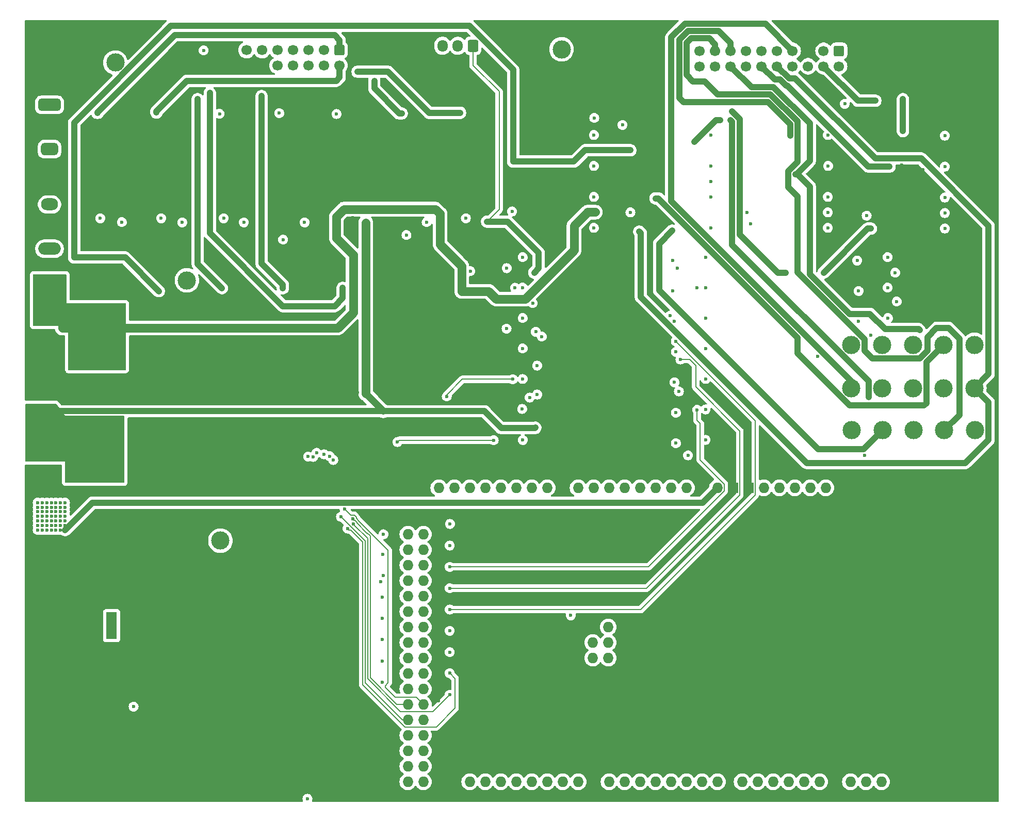
<source format=gbr>
%TF.GenerationSoftware,KiCad,Pcbnew,8.0.6*%
%TF.CreationDate,2025-01-04T02:04:51-08:00*%
%TF.ProjectId,MEP-MAXI-85V-1-REV-2-Interface-Board,4d45502d-4d41-4584-992d-3835562d312d,X1*%
%TF.SameCoordinates,Original*%
%TF.FileFunction,Copper,L3,Inr*%
%TF.FilePolarity,Positive*%
%FSLAX46Y46*%
G04 Gerber Fmt 4.6, Leading zero omitted, Abs format (unit mm)*
G04 Created by KiCad (PCBNEW 8.0.6) date 2025-01-04 02:04:51*
%MOMM*%
%LPD*%
G01*
G04 APERTURE LIST*
G04 Aperture macros list*
%AMRoundRect*
0 Rectangle with rounded corners*
0 $1 Rounding radius*
0 $2 $3 $4 $5 $6 $7 $8 $9 X,Y pos of 4 corners*
0 Add a 4 corners polygon primitive as box body*
4,1,4,$2,$3,$4,$5,$6,$7,$8,$9,$2,$3,0*
0 Add four circle primitives for the rounded corners*
1,1,$1+$1,$2,$3*
1,1,$1+$1,$4,$5*
1,1,$1+$1,$6,$7*
1,1,$1+$1,$8,$9*
0 Add four rect primitives between the rounded corners*
20,1,$1+$1,$2,$3,$4,$5,0*
20,1,$1+$1,$4,$5,$6,$7,0*
20,1,$1+$1,$6,$7,$8,$9,0*
20,1,$1+$1,$8,$9,$2,$3,0*%
G04 Aperture macros list end*
%TA.AperFunction,ComponentPad*%
%ADD10RoundRect,0.250000X0.600000X0.725000X-0.600000X0.725000X-0.600000X-0.725000X0.600000X-0.725000X0*%
%TD*%
%TA.AperFunction,ComponentPad*%
%ADD11O,1.700000X1.950000*%
%TD*%
%TA.AperFunction,ComponentPad*%
%ADD12C,3.000000*%
%TD*%
%TA.AperFunction,ComponentPad*%
%ADD13R,1.800000X4.400000*%
%TD*%
%TA.AperFunction,ComponentPad*%
%ADD14O,1.800000X4.000000*%
%TD*%
%TA.AperFunction,ComponentPad*%
%ADD15O,4.000000X1.800000*%
%TD*%
%TA.AperFunction,ComponentPad*%
%ADD16C,0.900000*%
%TD*%
%TA.AperFunction,ComponentPad*%
%ADD17C,10.000000*%
%TD*%
%TA.AperFunction,ComponentPad*%
%ADD18O,1.727200X1.727200*%
%TD*%
%TA.AperFunction,ComponentPad*%
%ADD19R,1.727200X1.727200*%
%TD*%
%TA.AperFunction,ComponentPad*%
%ADD20RoundRect,0.250000X-0.600000X0.600000X-0.600000X-0.600000X0.600000X-0.600000X0.600000X0.600000X0*%
%TD*%
%TA.AperFunction,ComponentPad*%
%ADD21C,1.700000*%
%TD*%
%TA.AperFunction,ComponentPad*%
%ADD22RoundRect,0.500000X-1.350000X0.500000X-1.350000X-0.500000X1.350000X-0.500000X1.350000X0.500000X0*%
%TD*%
%TA.AperFunction,ComponentPad*%
%ADD23RoundRect,0.500000X-0.900000X0.500000X-0.900000X-0.500000X0.900000X-0.500000X0.900000X0.500000X0*%
%TD*%
%TA.AperFunction,ComponentPad*%
%ADD24O,2.800000X2.000000*%
%TD*%
%TA.AperFunction,ComponentPad*%
%ADD25O,3.700000X2.000000*%
%TD*%
%TA.AperFunction,ComponentPad*%
%ADD26R,3.000000X3.000000*%
%TD*%
%TA.AperFunction,ViaPad*%
%ADD27C,0.600000*%
%TD*%
%TA.AperFunction,Conductor*%
%ADD28C,1.000000*%
%TD*%
%TA.AperFunction,Conductor*%
%ADD29C,0.200000*%
%TD*%
%TA.AperFunction,Conductor*%
%ADD30C,1.200000*%
%TD*%
%TA.AperFunction,Conductor*%
%ADD31C,1.400000*%
%TD*%
G04 APERTURE END LIST*
D10*
%TO.N,+5V*%
%TO.C,J408*%
X135669000Y-35680000D03*
D11*
%TO.N,/Arduino DUE IO/RX1*%
X133169000Y-35680000D03*
%TO.N,/Arduino DUE IO/TX1*%
X130669000Y-35680000D03*
%TO.N,GND*%
X128169000Y-35680000D03*
%TD*%
D12*
%TO.N,/Photoisolators/PROXIMITY_HEAD_CCW*%
%TO.C,TP708*%
X207869000Y-91880000D03*
%TD*%
D13*
%TO.N,Net-(D301-A)*%
%TO.C,J301*%
X76369000Y-130880000D03*
D14*
%TO.N,GND*%
X70569000Y-130880000D03*
D15*
X73369000Y-135680000D03*
%TD*%
D12*
%TO.N,/Photoisolators/ENCODER_BEND_RESET*%
%TO.C,TP713*%
X217969000Y-84780000D03*
%TD*%
%TO.N,/Photoisolators/PROXIMITY_SHEAR_CUT*%
%TO.C,TP714*%
X217969000Y-91880000D03*
%TD*%
%TO.N,/Photoisolators/PROXIMITY_TOOL_OUT*%
%TO.C,TP707*%
X207869000Y-84780000D03*
%TD*%
%TO.N,/Photoisolators/PROXIMITY_SHEAR_HOME*%
%TO.C,TP710*%
X212919000Y-84780000D03*
%TD*%
D16*
%TO.N,GND*%
%TO.C,H103*%
X212019000Y-142280000D03*
X213117350Y-139628350D03*
X213117350Y-144931650D03*
X215769000Y-138530000D03*
D17*
X215769000Y-142280000D03*
D16*
X215769000Y-146030000D03*
X218420650Y-139628350D03*
X218420650Y-144931650D03*
X219519000Y-142280000D03*
%TD*%
D12*
%TO.N,+24V*%
%TO.C,TP716*%
X94219000Y-116930000D03*
%TD*%
D18*
%TO.N,*%
%TO.C,A401*%
X193556000Y-108240000D03*
%TO.N,unconnected-(A401-3.3V-Pad3V3)*%
X185936000Y-108240000D03*
%TO.N,unconnected-(A401-5V-Pad5V1)*%
X183396000Y-108240000D03*
%TO.N,unconnected-(A401-SPI_5V-Pad5V2)*%
X155329000Y-136180000D03*
%TO.N,unconnected-(A401-5V-Pad5V3)*%
X127516000Y-156500000D03*
%TO.N,unconnected-(A401-5V-Pad5V4)*%
X124976000Y-156500000D03*
%TO.N,/Arduino DUE IO/A0*%
X170696000Y-108240000D03*
%TO.N,/Arduino DUE IO/A1*%
X168156000Y-108240000D03*
%TO.N,/Arduino DUE IO/A2*%
X165616000Y-108240000D03*
%TO.N,/Arduino DUE IO/A3*%
X163076000Y-108240000D03*
%TO.N,/Arduino DUE IO/A4*%
X160536000Y-108240000D03*
%TO.N,/Arduino DUE IO/A5*%
X157996000Y-108240000D03*
%TO.N,/Arduino DUE IO/A6*%
X155456000Y-108240000D03*
%TO.N,/Arduino DUE IO/A7*%
X152916000Y-108240000D03*
%TO.N,/Arduino DUE IO/A8*%
X147836000Y-108240000D03*
%TO.N,/Arduino DUE IO/A9*%
X145296000Y-108240000D03*
%TO.N,/Arduino DUE IO/A10*%
X142756000Y-108240000D03*
%TO.N,/Arduino DUE IO/A11*%
X140216000Y-108240000D03*
%TO.N,/Arduino DUE IO/AREF*%
X197620000Y-156500000D03*
%TO.N,/Arduino DUE IO/CANRX*%
X132596000Y-108240000D03*
%TO.N,/Arduino DUE IO/CANTX*%
X130056000Y-108240000D03*
%TO.N,/Arduino DUE IO/RX0*%
X157996000Y-156500000D03*
%TO.N,/Arduino DUE IO/TX0*%
X160536000Y-156500000D03*
%TO.N,/Arduino DUE IO/D2*%
X163076000Y-156500000D03*
%TO.N,/Arduino DUE IO/D3*%
X165616000Y-156500000D03*
%TO.N,/Arduino DUE IO/D4_CS1*%
X168156000Y-156500000D03*
%TO.N,/Arduino DUE IO/D5*%
X170696000Y-156500000D03*
%TO.N,/Arduino DUE IO/D6*%
X173236000Y-156500000D03*
%TO.N,/Arduino DUE IO/D7*%
X175776000Y-156500000D03*
%TO.N,/Arduino DUE IO/D8*%
X179840000Y-156500000D03*
%TO.N,/Arduino DUE IO/D9*%
X182380000Y-156500000D03*
%TO.N,/Arduino DUE IO/D10_CSO*%
X184920000Y-156500000D03*
%TO.N,/Arduino DUE IO/D11*%
X187460000Y-156500000D03*
%TO.N,/Arduino DUE IO/D12*%
X190000000Y-156500000D03*
%TO.N,/Arduino DUE IO/D13*%
X192540000Y-156500000D03*
%TO.N,/Arduino DUE IO/TX3*%
X152916000Y-156500000D03*
%TO.N,/Arduino DUE IO/RX3*%
X150376000Y-156500000D03*
%TO.N,/Arduino DUE IO/TX2*%
X147836000Y-156500000D03*
%TO.N,/Arduino DUE IO/RX2*%
X145296000Y-156500000D03*
%TO.N,/Arduino DUE IO/TX1*%
X142756000Y-156500000D03*
%TO.N,/Arduino DUE IO/RX1*%
X140216000Y-156500000D03*
%TO.N,/Arduino DUE IO/SDA*%
X137676000Y-156500000D03*
%TO.N,/Arduino DUE IO/SCL*%
X135136000Y-156500000D03*
%TO.N,/Arduino DUE IO/D22*%
X127516000Y-153960000D03*
%TO.N,/Arduino DUE IO/D23*%
X124976000Y-153960000D03*
%TO.N,/Arduino DUE IO/D24*%
X127516000Y-151420000D03*
%TO.N,/Arduino DUE IO/D25*%
X124976000Y-151420000D03*
%TO.N,/Arduino DUE IO/D26*%
X127516000Y-148880000D03*
%TO.N,/Arduino DUE IO/D27*%
X124976000Y-148880000D03*
%TO.N,/Arduino DUE IO/D28*%
X127516000Y-146340000D03*
%TO.N,/Arduino DUE IO/D29*%
X124976000Y-146340000D03*
%TO.N,/Arduino DUE IO/D30*%
X127516000Y-143800000D03*
%TO.N,/Arduino DUE IO/D31*%
X124976000Y-143800000D03*
%TO.N,/Arduino DUE IO/D32*%
X127516000Y-141260000D03*
%TO.N,/Arduino DUE IO/D33*%
X124976000Y-141260000D03*
%TO.N,/Arduino DUE IO/D34*%
X127516000Y-138720000D03*
%TO.N,/Arduino DUE IO/D35*%
X124976000Y-138720000D03*
%TO.N,/Arduino DUE IO/D36*%
X127516000Y-136180000D03*
%TO.N,/Arduino DUE IO/D37*%
X124976000Y-136180000D03*
%TO.N,/Arduino DUE IO/D38*%
X127516000Y-133640000D03*
%TO.N,/Arduino DUE IO/D39*%
X124976000Y-133640000D03*
%TO.N,/Arduino DUE IO/D40*%
X127516000Y-131100000D03*
%TO.N,/Arduino DUE IO/D41*%
X124976000Y-131100000D03*
%TO.N,/Arduino DUE IO/D42*%
X127516000Y-128560000D03*
%TO.N,/Arduino DUE IO/D43*%
X124976000Y-128560000D03*
%TO.N,/Arduino DUE IO/D44*%
X127516000Y-126020000D03*
%TO.N,/Arduino DUE IO/D45*%
X124976000Y-126020000D03*
%TO.N,/Arduino DUE IO/D46*%
X127516000Y-123480000D03*
%TO.N,/Arduino DUE IO/D47*%
X124976000Y-123480000D03*
%TO.N,/Arduino DUE IO/D48*%
X127516000Y-120940000D03*
%TO.N,/Arduino DUE IO/D49*%
X124976000Y-120940000D03*
%TO.N,/Arduino DUE IO/D50*%
X127516000Y-118400000D03*
%TO.N,/Arduino DUE IO/D51*%
X124976000Y-118400000D03*
%TO.N,/Arduino DUE IO/D52_CS2*%
X127516000Y-115860000D03*
%TO.N,/Arduino DUE IO/D53*%
X124976000Y-115860000D03*
%TO.N,/Arduino DUE IO/DAC0*%
X137676000Y-108240000D03*
%TO.N,/Arduino DUE IO/DAC1*%
X135136000Y-108240000D03*
D19*
%TO.N,GND*%
X195080000Y-156500000D03*
X180856000Y-108240000D03*
X178316000Y-108240000D03*
X155329000Y-131100000D03*
X127516000Y-113320000D03*
X124976000Y-113320000D03*
D18*
%TO.N,/Arduino DUE IO/IOREF*%
X191016000Y-108240000D03*
%TO.N,/Arduino DUE IO/SPI_MISO*%
X157869000Y-136180000D03*
%TO.N,/Arduino DUE IO/SPI_MOSI*%
X155329000Y-133640000D03*
%TO.N,/Arduino DUE IO/~{RESET}*%
X188476000Y-108240000D03*
%TO.N,/Arduino DUE IO/SPI_RESET*%
X157869000Y-131100000D03*
%TO.N,/Arduino DUE IO/SPI_SCK*%
X157869000Y-133640000D03*
%TO.N,/Arduino DUE IO/SCL1*%
X202700000Y-156500000D03*
%TO.N,/Arduino DUE IO/SDA1*%
X200160000Y-156500000D03*
%TO.N,+12V*%
X175776000Y-108240000D03*
%TD*%
D12*
%TO.N,/Photoisolators/PROXIMITY_HEAD_IN*%
%TO.C,TP706*%
X202919000Y-98780000D03*
%TD*%
D16*
%TO.N,GND*%
%TO.C,H104*%
X64619000Y-142280000D03*
X65717350Y-139628350D03*
X65717350Y-144931650D03*
X68369000Y-138530000D03*
D17*
X68369000Y-142280000D03*
D16*
X68369000Y-146030000D03*
X71020650Y-139628350D03*
X71020650Y-144931650D03*
X72119000Y-142280000D03*
%TD*%
D20*
%TO.N,/Photoisolators/ENCODER_FEED_SET*%
%TO.C,J601*%
X195750000Y-36500000D03*
D21*
%TO.N,/Photoisolators/ENCODER_FEED_RESET*%
X195750000Y-39040000D03*
%TO.N,/Photoisolators/ENCODER_BEND_SET*%
X193210000Y-36500000D03*
%TO.N,/Photoisolators/ENCODER_BEND_RESET*%
X193210000Y-39040000D03*
%TO.N,GND*%
X190670000Y-36500000D03*
%TO.N,24VRAW*%
X190670000Y-39040000D03*
%TO.N,/Photoisolators/PROXIMITY_HEAD_OUT*%
X188130000Y-36500000D03*
%TO.N,/Photoisolators/PROXIMITY_HEAD_IN*%
X188130000Y-39040000D03*
%TO.N,/Photoisolators/PROXIMITY_SHEAR_HOME*%
X185590000Y-36500000D03*
%TO.N,/Photoisolators/PROXIMITY_SHEAR_CUT*%
X185590000Y-39040000D03*
%TO.N,/Photoisolators/PROXIMITY_TOOL_IN*%
X183050000Y-36500000D03*
%TO.N,/Photoisolators/PROXIMITY_TOOL_OUT*%
X183050000Y-39040000D03*
%TO.N,/Photoisolators/SHEAR_BUTTON*%
X180510000Y-36500000D03*
%TO.N,/Photoisolators/PROXIMITY_HEAD_LIM*%
X180510000Y-39040000D03*
%TO.N,/Photoisolators/PROXIMITY_HEAD_CW*%
X177970000Y-36500000D03*
%TO.N,/Photoisolators/PROXIMITY_HEAD_CCW*%
X177970000Y-39040000D03*
%TO.N,/Photoisolators/AUTO_BUTTON*%
X175430000Y-36500000D03*
%TO.N,unconnected-(J601-Pin_18-Pad18)*%
X175430000Y-39040000D03*
%TO.N,unconnected-(J601-Pin_19-Pad19)*%
X172890000Y-36500000D03*
%TO.N,unconnected-(J601-Pin_20-Pad20)*%
X172890000Y-39040000D03*
%TD*%
D12*
%TO.N,/Photoisolators/PROXIMITY_TOOL_IN*%
%TO.C,TP703*%
X197869000Y-98780000D03*
%TD*%
%TO.N,/Photoisolators/ENCODER_FEED_SET*%
%TO.C,TP701*%
X197769000Y-84780000D03*
%TD*%
%TO.N,/Photoisolators/ESTOP*%
%TO.C,TP717*%
X88719000Y-74180000D03*
%TD*%
%TO.N,/Solenoid MOSFETS/FUSED_GND*%
%TO.C,TP801*%
X76969000Y-38430000D03*
%TD*%
D16*
%TO.N,GND*%
%TO.C,H101*%
X212019000Y-37980000D03*
X213117350Y-35328350D03*
X213117350Y-40631650D03*
X215769000Y-34230000D03*
D17*
X215769000Y-37980000D03*
D16*
X215769000Y-41730000D03*
X218420650Y-35328350D03*
X218420650Y-40631650D03*
X219519000Y-37980000D03*
%TD*%
D22*
%TO.N,/Solenoid MOSFETS/FUSED_GND*%
%TO.C,F501*%
X66169000Y-45370000D03*
D23*
X66169000Y-52640000D03*
D24*
%TO.N,/Photoisolators/ESTOP*%
X66169000Y-61720000D03*
D25*
X66169000Y-68990000D03*
%TD*%
D12*
%TO.N,/Photoisolators/PROXIMITY_HEAD_LIM*%
%TO.C,TP715*%
X218069000Y-98780000D03*
%TD*%
D16*
%TO.N,GND*%
%TO.C,H102*%
X64619000Y-37980000D03*
X65717350Y-35328350D03*
X65717350Y-40631650D03*
X68369000Y-34230000D03*
D17*
X68369000Y-37980000D03*
D16*
X68369000Y-41730000D03*
X71020650Y-35328350D03*
X71020650Y-40631650D03*
X72119000Y-37980000D03*
%TD*%
D12*
%TO.N,/Photoisolators/PROXIMITY_HEAD_CW*%
%TO.C,TP704*%
X202819000Y-84780000D03*
%TD*%
%TO.N,/Photoisolators/ENCODER_BEND_SET*%
%TO.C,TP709*%
X207969000Y-98780000D03*
%TD*%
%TO.N,/Photoisolators/PROXIMITY_HEAD_OUT*%
%TO.C,TP702*%
X197769000Y-91880000D03*
%TD*%
D26*
%TO.N,GND*%
%TO.C,J501*%
X155290000Y-36250000D03*
D12*
%TO.N,/Photoisolators/ESTOP*%
X150210000Y-36250000D03*
%TD*%
%TO.N,/Photoisolators/AUTO_BUTTON*%
%TO.C,TP712*%
X213019000Y-98780000D03*
%TD*%
%TO.N,/Photoisolators/ENCODER_FEED_RESET*%
%TO.C,TP705*%
X202819000Y-91880000D03*
%TD*%
D20*
%TO.N,/Output Connections/SOL_SHEER_CUT*%
%TO.C,J201*%
X113769000Y-36380000D03*
D21*
%TO.N,/Output Connections/SOL_SHEER_HOME*%
X113769000Y-38920000D03*
%TO.N,/Output Connections/SOL_TOOL_OUT*%
X111229000Y-36380000D03*
%TO.N,/Output Connections/SOL_TOOL_IN*%
X111229000Y-38920000D03*
%TO.N,/Output Connections/SOL_FEED_FORWARD*%
X108689000Y-36380000D03*
%TO.N,/Output Connections/SOL_FEED_REVERSE*%
X108689000Y-38920000D03*
%TO.N,/Output Connections/SOL_HEAD_CW*%
X106149000Y-36380000D03*
%TO.N,/Output Connections/SOL_HEAD_CCW*%
X106149000Y-38920000D03*
%TO.N,/Output Connections/SOL_HEAD_OUT*%
X103609000Y-36380000D03*
%TO.N,/Output Connections/SOL_HEAD_IN*%
X103609000Y-38920000D03*
%TO.N,24VRAW*%
X101069000Y-36380000D03*
%TO.N,GND*%
X101069000Y-38920000D03*
%TO.N,unconnected-(J201-Pin_13-Pad13)*%
X98529000Y-36380000D03*
%TO.N,GND*%
X98529000Y-38920000D03*
%TD*%
D12*
%TO.N,/Photoisolators/SHEAR_BUTTON*%
%TO.C,TP711*%
X212919000Y-91880000D03*
%TD*%
D27*
%TO.N,GND*%
X192000000Y-37750000D03*
X189500000Y-37750000D03*
X192000000Y-34000000D03*
X191250000Y-34000000D03*
%TO.N,24VRAW*%
X79969000Y-144180000D03*
%TO.N,GND*%
X85906500Y-63940000D03*
X106531500Y-92680000D03*
X188219000Y-34000000D03*
X116731500Y-92580000D03*
X189000000Y-34000000D03*
X129969000Y-143180000D03*
X209500000Y-58250000D03*
X129969000Y-125680000D03*
X122719000Y-118230000D03*
X209500000Y-49000000D03*
X210250000Y-48250000D03*
X115931500Y-63880000D03*
X130031500Y-115130000D03*
X209500000Y-48250000D03*
X189750000Y-34000000D03*
X96031500Y-64030000D03*
X209500000Y-56750000D03*
X122844000Y-121730000D03*
X122656500Y-139230000D03*
X122656500Y-128730000D03*
X206000000Y-52750000D03*
X122656500Y-135730000D03*
X190500000Y-34000000D03*
X210250000Y-47500000D03*
X209500000Y-47500000D03*
X105994000Y-64042500D03*
X122662605Y-132280000D03*
X209500000Y-56000000D03*
X211000000Y-47500000D03*
X111250000Y-147750000D03*
X112000000Y-147750000D03*
X206750000Y-55500000D03*
X206000000Y-51750000D03*
X76006500Y-64062500D03*
X191000000Y-35000000D03*
X189500000Y-35250000D03*
X87769000Y-105667500D03*
X206500000Y-52250000D03*
X191750000Y-35250000D03*
X209750000Y-52500000D03*
X206750000Y-51500000D03*
X96331500Y-92580000D03*
X122656500Y-125230000D03*
X126031500Y-63990000D03*
X187500000Y-34000000D03*
X109000000Y-147750000D03*
X206000000Y-55250000D03*
X190250000Y-35000000D03*
X129969000Y-132680000D03*
X122844001Y-114930001D03*
X109750000Y-147750000D03*
X129969000Y-122180000D03*
X210250000Y-58000000D03*
X129969000Y-139630000D03*
X129968999Y-118679998D03*
X209500000Y-57500000D03*
X129969000Y-129180000D03*
X110500000Y-147750000D03*
X210500000Y-52750000D03*
X135976485Y-63924987D03*
X129969000Y-136180000D03*
%TO.N,+5V*%
X62719000Y-96430000D03*
X87944000Y-64677500D03*
X65469000Y-101180000D03*
X65469000Y-102680000D03*
X168969000Y-100930000D03*
X66969000Y-101180000D03*
X62719000Y-95680000D03*
X62719000Y-100930000D03*
X67719000Y-103430000D03*
X168969000Y-95930000D03*
X66219000Y-100430000D03*
X65469000Y-101930000D03*
X98069000Y-64667500D03*
X198969000Y-75930000D03*
X65469000Y-100430000D03*
X112000000Y-95680000D03*
X62719000Y-103180000D03*
X168719000Y-80930000D03*
X66219000Y-101930000D03*
X63469000Y-96430000D03*
X78044000Y-64637500D03*
X101750000Y-95680000D03*
X145909686Y-98370686D03*
X168419000Y-75930000D03*
X64719000Y-100430000D03*
X66219000Y-101180000D03*
X146219000Y-88180000D03*
X62719000Y-101680000D03*
X168969000Y-85930000D03*
X168719000Y-90930000D03*
X64719000Y-101180000D03*
X67719000Y-101930000D03*
X66219000Y-103430000D03*
X118069000Y-64717500D03*
X198719000Y-70930000D03*
X145719000Y-72930000D03*
X64719000Y-102680000D03*
X67719000Y-100430000D03*
X145469000Y-77930000D03*
X67719000Y-102680000D03*
X137969000Y-64555000D03*
X122249978Y-95680000D03*
X145969000Y-82630000D03*
X128069000Y-64627500D03*
X198969000Y-80930000D03*
X66969000Y-102680000D03*
X62719000Y-97180000D03*
X66219000Y-102680000D03*
X67719000Y-101180000D03*
X62719000Y-100180000D03*
X62719000Y-102430000D03*
X65469000Y-103430000D03*
X62719000Y-94930000D03*
X66969000Y-103430000D03*
X62719000Y-98680000D03*
X66969000Y-101930000D03*
X146219000Y-92930000D03*
X62719000Y-99430000D03*
X108031500Y-64680000D03*
X66969000Y-100430000D03*
X168469000Y-70930000D03*
X64719000Y-103430000D03*
X62719000Y-97930000D03*
X64719000Y-101930000D03*
%TO.N,+12V*%
X68719000Y-110680000D03*
X64219000Y-114430000D03*
X67969000Y-114430000D03*
X66469000Y-113680000D03*
X68719000Y-112180000D03*
X66469000Y-114430000D03*
X68719000Y-114430000D03*
X64969000Y-115180000D03*
X64969000Y-112180000D03*
X64969000Y-112930000D03*
X65719000Y-112930000D03*
X66469000Y-111430000D03*
X65719000Y-114430000D03*
X67219000Y-112930000D03*
X66469000Y-110680000D03*
X64219000Y-110680000D03*
X64219000Y-112930000D03*
X67969000Y-112930000D03*
X65719000Y-113680000D03*
X67219000Y-111430000D03*
X67219000Y-113680000D03*
X67969000Y-110680000D03*
X65719000Y-115180000D03*
X67969000Y-112180000D03*
X64219000Y-115180000D03*
X64969000Y-111430000D03*
X67219000Y-114430000D03*
X64969000Y-110680000D03*
X64219000Y-113680000D03*
X66469000Y-112930000D03*
X64219000Y-112180000D03*
X64969000Y-114430000D03*
X64219000Y-111480003D03*
X67219000Y-112180000D03*
X66469000Y-112180000D03*
X65719000Y-111430000D03*
X67969000Y-111430000D03*
X64969000Y-113680000D03*
X67969000Y-113680000D03*
X66469000Y-115180000D03*
X65719000Y-112180000D03*
X67969000Y-115180000D03*
X67219000Y-115180000D03*
X65719000Y-110680000D03*
X68719000Y-113680000D03*
X67219000Y-110680000D03*
X68719000Y-112930000D03*
X68719000Y-115180000D03*
X68719000Y-111430000D03*
%TO.N,+3V3*%
X68469000Y-77430000D03*
X65469000Y-76680000D03*
X68469000Y-75930000D03*
X66969000Y-75930000D03*
X66969000Y-78180000D03*
X63969000Y-77430000D03*
X63969000Y-75180000D03*
X67719000Y-78180000D03*
X64719000Y-78180000D03*
X68469000Y-76680000D03*
X67719000Y-75180000D03*
X65469000Y-75180000D03*
X66219000Y-74430000D03*
X63969000Y-78180000D03*
X66969000Y-77430000D03*
X193919000Y-63030000D03*
X66969000Y-75180000D03*
X108500000Y-159305000D03*
X65469000Y-73680000D03*
X213119000Y-63130000D03*
X66969000Y-76680000D03*
X67719000Y-74430000D03*
X63969000Y-76680000D03*
X63969000Y-73680000D03*
X65469000Y-74430000D03*
X65469000Y-75930000D03*
X64719000Y-73680000D03*
X67719000Y-76680000D03*
X63969000Y-75930000D03*
X64719000Y-74430000D03*
X65469000Y-78180000D03*
X66969000Y-73680000D03*
X64719000Y-76680000D03*
X68469000Y-78180000D03*
X67719000Y-77430000D03*
X155750000Y-63000000D03*
X65469000Y-77430000D03*
X66219000Y-75930000D03*
X68469000Y-74430000D03*
X67719000Y-75930000D03*
X133819000Y-75990000D03*
X67719000Y-73680000D03*
X68469000Y-73680000D03*
X64719000Y-77430000D03*
X64719000Y-75180000D03*
X174719000Y-57950000D03*
X66219000Y-75180000D03*
X66969000Y-74430000D03*
X68469000Y-75180000D03*
X66219000Y-76680000D03*
X66219000Y-78180000D03*
X63969000Y-74430000D03*
X66219000Y-73680000D03*
X155579454Y-47529998D03*
X64719000Y-75930000D03*
X66219000Y-77430000D03*
%TO.N,/Output Connections/SOL_SHEER_CUT*%
X74044000Y-46700000D03*
%TO.N,/Output Connections/SOL_SHEER_HOME*%
X83706500Y-46640000D03*
%TO.N,/Output Connections/SOL_TOOL_OUT*%
X94069000Y-46830000D03*
%TO.N,/Output Connections/SOL_TOOL_IN*%
X103869000Y-46742500D03*
%TO.N,/Output Connections/SOL_FEED_FORWARD*%
X119469018Y-41430009D03*
X123969000Y-46790000D03*
%TO.N,/Output Connections/SOL_FEED_REVERSE*%
X133569000Y-46680000D03*
X116719000Y-39930000D03*
%TO.N,/Output Connections/SOL_HEAD_CW*%
X91469000Y-36430000D03*
X90469000Y-44430000D03*
X94469000Y-75480000D03*
%TO.N,/Output Connections/SOL_HEAD_CCW*%
X104469000Y-75480000D03*
X100969000Y-43930000D03*
%TO.N,/Photoisolators/ESTOP*%
X160218996Y-48679996D03*
X181219000Y-64930000D03*
%TO.N,/Photoisolators/ENCODER_FEED_RESET*%
X196692529Y-45206471D03*
%TO.N,/Photoisolators/ENCODER_BEND_RESET*%
X201719024Y-44680000D03*
%TO.N,/Output Connections/SOL_HEAD_OUT*%
X114269000Y-75420000D03*
X92469000Y-43430000D03*
%TO.N,/Output Connections/SOL_HEAD_IN*%
X113269000Y-46880000D03*
%TO.N,/Photoisolators/PROXIMITY_SHEAR_CUT*%
X162969000Y-66180000D03*
%TO.N,/Photoisolators/PROXIMITY_HEAD_OUT*%
X168219000Y-50930000D03*
%TO.N,/Photoisolators/PROXIMITY_SHEAR_HOME*%
X171969000Y-51430000D03*
X165619000Y-60730000D03*
X176274917Y-47880031D03*
%TO.N,/Photoisolators/PROXIMITY_HEAD_IN*%
X168370471Y-66028529D03*
%TO.N,/Photoisolators/SHEAR_BUTTON*%
X177970481Y-47878538D03*
X200619000Y-93330000D03*
%TO.N,/Photoisolators/PROXIMITY_TOOL_OUT*%
X204019000Y-55510000D03*
%TO.N,/Photoisolators/PROXIMITY_TOOL_IN*%
X206219000Y-44430000D03*
X206219000Y-49680000D03*
X199969000Y-102930000D03*
%TO.N,/Photoisolators/PROXIMITY_HEAD_LIM*%
X192219000Y-86680000D03*
X178219000Y-46430000D03*
X193219000Y-72930000D03*
X186969000Y-72930000D03*
X200969000Y-65680000D03*
%TO.N,/Photoisolators/PROXIMITY_HEAD_CCW*%
X188573690Y-56783062D03*
X208979938Y-82373591D03*
%TO.N,/Photoisolators/PROXIMITY_HEAD_CW*%
X187719000Y-50430000D03*
%TO.N,/Photoisolators/AUTO_BUTTON*%
X188919000Y-60430000D03*
%TO.N,Net-(D701-A)*%
X143831500Y-70380000D03*
%TO.N,Net-(D701-K)*%
X116003042Y-114150007D03*
X141219000Y-72180000D03*
X131844000Y-142230000D03*
%TO.N,Net-(D702-A)*%
X143831500Y-75380000D03*
%TO.N,Net-(D702-K)*%
X142568651Y-75409519D03*
X120781500Y-140180000D03*
%TO.N,Net-(D703-K)*%
X141178899Y-82121571D03*
X131844000Y-138680000D03*
X115092723Y-114941252D03*
%TO.N,Net-(D703-A)*%
X143831502Y-80380000D03*
%TO.N,Net-(D704-A)*%
X143831502Y-85380000D03*
%TO.N,Net-(D704-K)*%
X120781500Y-136680000D03*
X146969000Y-83430000D03*
%TO.N,Net-(D705-K)*%
X142219000Y-90430000D03*
X131844000Y-135230000D03*
X131371275Y-93250020D03*
%TO.N,Net-(D705-A)*%
X143831498Y-90380000D03*
%TO.N,Net-(D706-A)*%
X143750985Y-95299485D03*
%TO.N,Net-(D706-K)*%
X120781500Y-133180000D03*
X144969000Y-93429990D03*
%TO.N,Net-(D707-K)*%
X139069000Y-100430000D03*
X123268265Y-100729265D03*
X131844000Y-131730000D03*
%TO.N,Net-(D707-A)*%
X143849515Y-100398015D03*
%TO.N,Net-(D708-A)*%
X173831500Y-70380000D03*
%TO.N,Net-(D708-K)*%
X169219000Y-72180002D03*
X120781500Y-129680000D03*
%TO.N,Net-(D709-K)*%
X131844000Y-128230000D03*
X168969000Y-84180000D03*
X172469000Y-75430000D03*
%TO.N,Net-(D709-A)*%
X173831502Y-75380000D03*
%TO.N,Net-(D710-K)*%
X168018265Y-79979265D03*
X120781500Y-126180000D03*
%TO.N,Net-(D710-A)*%
X173831500Y-80380000D03*
%TO.N,Net-(D711-K)*%
X169719000Y-87180000D03*
X131844000Y-124730000D03*
%TO.N,Net-(D711-A)*%
X173831502Y-85380000D03*
%TO.N,Net-(D712-K)*%
X120969000Y-122680000D03*
X169469000Y-92430000D03*
%TO.N,Net-(D712-A)*%
X173831500Y-90380000D03*
%TO.N,Net-(D713-K)*%
X172469000Y-95430000D03*
X131844000Y-121230000D03*
%TO.N,Net-(D713-A)*%
X173832651Y-95380000D03*
%TO.N,Net-(D714-A)*%
X173831502Y-100380000D03*
%TO.N,Net-(D714-K)*%
X170969000Y-102930000D03*
X120844000Y-119180000D03*
%TO.N,Net-(D715-K)*%
X131843998Y-117729999D03*
X204969000Y-72930000D03*
%TO.N,Net-(D715-A)*%
X203719000Y-70375705D03*
%TO.N,Net-(D716-A)*%
X203719000Y-75380000D03*
%TO.N,Net-(D716-K)*%
X120969001Y-115879998D03*
X205216017Y-77671051D03*
%TO.N,Net-(D801-A)*%
X203768998Y-80380000D03*
%TO.N,Net-(D801-K)*%
X131906500Y-114180000D03*
X200969008Y-83180000D03*
%TO.N,+24V*%
X200281279Y-63564779D03*
X84119000Y-75957500D03*
X180606500Y-63030000D03*
X161506500Y-63030000D03*
X161506500Y-52830000D03*
X135219000Y-72680000D03*
X142281500Y-54680000D03*
X142076721Y-62875221D03*
%TO.N,/Arduino DUE IO/D44*%
X193919000Y-50330000D03*
%TO.N,/Arduino DUE IO/D31*%
X115925513Y-113353770D03*
%TO.N,/Arduino DUE IO/D29*%
X114000000Y-113000000D03*
%TO.N,/Arduino DUE IO/D46*%
X193919000Y-60490000D03*
%TO.N,/Arduino DUE IO/D35*%
X155519000Y-65570000D03*
%TO.N,/Arduino DUE IO/D36*%
X174719000Y-50330000D03*
%TO.N,/Arduino DUE IO/D37*%
X174719000Y-55410000D03*
%TO.N,/Arduino DUE IO/D24*%
X94750000Y-64000000D03*
X110000000Y-102500000D03*
%TO.N,/Arduino DUE IO/D22*%
X74500000Y-64000000D03*
X108625000Y-103125000D03*
%TO.N,/Arduino DUE IO/D42*%
X213119000Y-60590000D03*
%TO.N,/Arduino DUE IO/D34*%
X155519000Y-60490000D03*
%TO.N,/Arduino DUE IO/D27*%
X134500000Y-64000000D03*
X112743471Y-103675735D03*
%TO.N,/Arduino DUE IO/D40*%
X213119000Y-50430000D03*
%TO.N,/Arduino DUE IO/D25*%
X104500000Y-67500000D03*
X111250000Y-102750000D03*
%TO.N,/Arduino DUE IO/D33*%
X155519000Y-55410000D03*
%TO.N,/Arduino DUE IO/D32*%
X155519000Y-50329990D03*
%TO.N,/Arduino DUE IO/D38*%
X174719000Y-60490000D03*
%TO.N,/Arduino DUE IO/D41*%
X213119000Y-55510000D03*
%TO.N,/Arduino DUE IO/D26*%
X112174265Y-103075735D03*
X124750000Y-66750000D03*
%TO.N,/Arduino DUE IO/D39*%
X174719000Y-65570000D03*
%TO.N,/Arduino DUE IO/D30*%
X114600000Y-111751383D03*
%TO.N,/Arduino DUE IO/D43*%
X151719000Y-129180000D03*
X213119000Y-65670000D03*
%TO.N,/Arduino DUE IO/D47*%
X120498765Y-123650235D03*
X193919000Y-65570000D03*
%TO.N,/Arduino DUE IO/D45*%
X193969000Y-55410000D03*
%TO.N,/Arduino DUE IO/D23*%
X84500000Y-64000000D03*
X109423921Y-103166577D03*
%TD*%
D28*
%TO.N,/Photoisolators/AUTO_BUTTON*%
X175430000Y-35430000D02*
X175430000Y-36500000D01*
X171469000Y-34430000D02*
X174430000Y-34430000D01*
X174430000Y-34430000D02*
X175430000Y-35430000D01*
X170719000Y-35180000D02*
X171469000Y-34430000D01*
X170719000Y-40469000D02*
X170719000Y-35180000D01*
X175786968Y-43630000D02*
X173656968Y-41500000D01*
X173656968Y-41500000D02*
X171750000Y-41500000D01*
X171750000Y-41500000D02*
X170719000Y-40469000D01*
X184471944Y-43630000D02*
X175786968Y-43630000D01*
X188919000Y-48077056D02*
X184471944Y-43630000D01*
X187373690Y-56286006D02*
X188919000Y-54740696D01*
X188919000Y-54740696D02*
X188919000Y-48077056D01*
X187373690Y-58884690D02*
X187373690Y-56286006D01*
X188919000Y-60430000D02*
X187373690Y-58884690D01*
%TO.N,/Photoisolators/PROXIMITY_SHEAR_CUT*%
X187550000Y-41000000D02*
X185590000Y-39040000D01*
X201680000Y-54180000D02*
X188500000Y-41000000D01*
X209219000Y-54180000D02*
X201680000Y-54180000D01*
X220269000Y-65230000D02*
X209219000Y-54180000D01*
X220269000Y-89580000D02*
X220269000Y-65230000D01*
%TO.N,/Photoisolators/PROXIMITY_TOOL_OUT*%
X186082944Y-41230000D02*
X185240000Y-41230000D01*
X187052944Y-42200000D02*
X186082944Y-41230000D01*
X185240000Y-41230000D02*
X183050000Y-39040000D01*
%TO.N,/Photoisolators/PROXIMITY_SHEAR_CUT*%
X217969000Y-91880000D02*
X220269000Y-89580000D01*
%TO.N,/Photoisolators/PROXIMITY_TOOL_OUT*%
X187252944Y-42200000D02*
X187052944Y-42200000D01*
%TO.N,/Photoisolators/PROXIMITY_SHEAR_CUT*%
X188500000Y-41000000D02*
X187550000Y-41000000D01*
%TO.N,/Photoisolators/PROXIMITY_TOOL_OUT*%
X200562944Y-55510000D02*
X187252944Y-42200000D01*
X204019000Y-55510000D02*
X200562944Y-55510000D01*
%TO.N,/Photoisolators/ENCODER_BEND_RESET*%
X198850000Y-44680000D02*
X193210000Y-39040000D01*
X201719024Y-44680000D02*
X198850000Y-44680000D01*
%TO.N,/Photoisolators/PROXIMITY_HEAD_CCW*%
X184982944Y-42430000D02*
X181360000Y-42430000D01*
X190969000Y-48416056D02*
X184982944Y-42430000D01*
X181360000Y-42430000D02*
X177970000Y-39040000D01*
X190969000Y-54552031D02*
X190969000Y-48416056D01*
X188737969Y-56783062D02*
X190969000Y-54552031D01*
X188573690Y-56783062D02*
X188737969Y-56783062D01*
%TO.N,/Photoisolators/PROXIMITY_HEAD_OUT*%
X183660000Y-32030000D02*
X188130000Y-36500000D01*
X170474888Y-32030000D02*
X183660000Y-32030000D01*
X168219000Y-34285888D02*
X170474888Y-32030000D01*
X168219000Y-50930000D02*
X168219000Y-34285888D01*
%TO.N,/Photoisolators/PROXIMITY_HEAD_CW*%
X177970000Y-35220000D02*
X177970000Y-36500000D01*
X175980000Y-33230000D02*
X177970000Y-35220000D01*
X169519000Y-44230000D02*
X169519000Y-34682944D01*
X170219000Y-44930000D02*
X169519000Y-44230000D01*
X170971944Y-33230000D02*
X175980000Y-33230000D01*
X184074888Y-44930000D02*
X170219000Y-44930000D01*
X187719000Y-48574112D02*
X184074888Y-44930000D01*
X187719000Y-50430000D02*
X187719000Y-48574112D01*
X169519000Y-34682944D02*
X170971944Y-33230000D01*
%TO.N,+5V*%
X145850372Y-98430000D02*
X145909686Y-98370686D01*
X137969000Y-64555000D02*
X141344000Y-64555000D01*
D29*
X135669000Y-35680000D02*
X135669000Y-38880000D01*
D28*
X120969000Y-95680000D02*
X137554786Y-95680000D01*
X146469000Y-69680000D02*
X146469000Y-72180000D01*
D29*
X135669000Y-38880000D02*
X139969000Y-43180000D01*
X139969000Y-62555000D02*
X137969000Y-64555000D01*
X139969000Y-43180000D02*
X139969000Y-62555000D01*
D28*
X62719000Y-95680000D02*
X120969000Y-95680000D01*
X146469000Y-72180000D02*
X145719000Y-72930000D01*
X137554786Y-95680000D02*
X140304786Y-98430000D01*
D30*
X118069000Y-92780000D02*
X120969000Y-95680000D01*
D31*
X118069000Y-92780000D02*
X118069000Y-64717500D01*
D28*
X141344000Y-64555000D02*
X146469000Y-69680000D01*
X140304786Y-98430000D02*
X145850372Y-98430000D01*
%TO.N,+12V*%
X173336000Y-110680000D02*
X175776000Y-108240000D01*
X68719000Y-115180000D02*
X73219000Y-110680000D01*
X73219000Y-110680000D02*
X173336000Y-110680000D01*
D31*
%TO.N,+3V3*%
X133819000Y-71819000D02*
X130250000Y-68250000D01*
X68250000Y-79461000D02*
X66969000Y-78180000D01*
X129500000Y-62500000D02*
X114500000Y-62500000D01*
X130250000Y-63250000D02*
X129500000Y-62500000D01*
X138240000Y-75990000D02*
X139500000Y-77250000D01*
X152250000Y-65250000D02*
X154500000Y-63000000D01*
X130250000Y-68250000D02*
X130250000Y-63250000D01*
X139500000Y-77250000D02*
X144250000Y-77250000D01*
X154500000Y-63000000D02*
X155750000Y-63000000D01*
X113250000Y-63750000D02*
X113250000Y-67250000D01*
X116000000Y-70000000D02*
X116000000Y-79500000D01*
X152250000Y-69250000D02*
X152250000Y-65250000D01*
X114500000Y-62500000D02*
X113250000Y-63750000D01*
X113500000Y-82000000D02*
X68250000Y-82000000D01*
X133819000Y-75990000D02*
X138240000Y-75990000D01*
X68250000Y-82000000D02*
X68250000Y-79461000D01*
X133819000Y-75990000D02*
X133819000Y-71819000D01*
X113250000Y-67250000D02*
X116000000Y-70000000D01*
X144250000Y-77250000D02*
X152250000Y-69250000D01*
X116000000Y-79500000D02*
X113500000Y-82000000D01*
D28*
%TO.N,/Output Connections/SOL_SHEER_CUT*%
X74044000Y-46605000D02*
X86719000Y-33930000D01*
X74044000Y-46700000D02*
X74044000Y-46605000D01*
X112969000Y-33930000D02*
X113769000Y-34730000D01*
X113769000Y-34730000D02*
X113769000Y-36380000D01*
X86719000Y-33930000D02*
X112969000Y-33930000D01*
%TO.N,/Output Connections/SOL_SHEER_HOME*%
X83706500Y-46442500D02*
X88719000Y-41430000D01*
X113769000Y-40880000D02*
X113769000Y-38920000D01*
X83706500Y-46640000D02*
X83706500Y-46442500D01*
X113219000Y-41430000D02*
X113769000Y-40880000D01*
X88719000Y-41430000D02*
X113219000Y-41430000D01*
%TO.N,/Output Connections/SOL_FEED_FORWARD*%
X123969000Y-46790000D02*
X123579000Y-46790000D01*
X119469000Y-42680000D02*
X119469000Y-41430000D01*
X123579000Y-46790000D02*
X119469000Y-42680000D01*
%TO.N,/Output Connections/SOL_FEED_REVERSE*%
X128469000Y-46680000D02*
X121719000Y-39930000D01*
X121719000Y-39930000D02*
X116719000Y-39930000D01*
X133569000Y-46680000D02*
X128469000Y-46680000D01*
%TO.N,/Output Connections/SOL_HEAD_CW*%
X90469000Y-44430000D02*
X90469000Y-71480000D01*
X90469000Y-71480000D02*
X94469000Y-75480000D01*
%TO.N,/Output Connections/SOL_HEAD_CCW*%
X100969000Y-43930000D02*
X100969000Y-71430000D01*
X104469000Y-74930000D02*
X104469000Y-75480000D01*
X100969000Y-71430000D02*
X104469000Y-74930000D01*
%TO.N,/Output Connections/SOL_HEAD_OUT*%
X104469000Y-78430000D02*
X112969000Y-78430000D01*
X112969000Y-78430000D02*
X114269000Y-77130000D01*
X92469000Y-66430000D02*
X104469000Y-78430000D01*
X92469000Y-43430000D02*
X92469000Y-66430000D01*
X114269000Y-77130000D02*
X114269000Y-75420000D01*
%TO.N,/Photoisolators/PROXIMITY_SHEAR_CUT*%
X220269000Y-100380000D02*
X220269000Y-94180000D01*
X163219000Y-66430000D02*
X163219000Y-76930000D01*
X162969000Y-66180000D02*
X163219000Y-66430000D01*
X163219000Y-76930000D02*
X190469000Y-104180000D01*
X216469000Y-104180000D02*
X220269000Y-100380000D01*
X190469000Y-104180000D02*
X216469000Y-104180000D01*
X220269000Y-94180000D02*
X217969000Y-91880000D01*
%TO.N,/Photoisolators/PROXIMITY_HEAD_OUT*%
X197769000Y-91880000D02*
X197769000Y-90730000D01*
X197769000Y-90730000D02*
X168219000Y-61180000D01*
X168219000Y-61180000D02*
X168219000Y-50930000D01*
%TO.N,/Photoisolators/PROXIMITY_SHEAR_HOME*%
X171969000Y-51430000D02*
X175518969Y-47880031D01*
X197457730Y-94680000D02*
X188969000Y-86191270D01*
X188969000Y-86191270D02*
X188969000Y-83627056D01*
X166071944Y-60730000D02*
X165619000Y-60730000D01*
X175518969Y-47880031D02*
X176274917Y-47880031D01*
X212919000Y-84780000D02*
X210069000Y-87630000D01*
X210069000Y-87630000D02*
X210069000Y-94330000D01*
X210069000Y-94330000D02*
X209719000Y-94680000D01*
X188969000Y-83627056D02*
X166071944Y-60730000D01*
X209719000Y-94680000D02*
X197457730Y-94680000D01*
%TO.N,/Photoisolators/PROXIMITY_HEAD_IN*%
X199769001Y-101929999D02*
X192304785Y-101929999D01*
X166219000Y-68180000D02*
X168370471Y-66028529D01*
X166219000Y-75844214D02*
X166219000Y-68180000D01*
X202919000Y-98780000D02*
X199769001Y-101929999D01*
X192304785Y-101929999D02*
X166219000Y-75844214D01*
%TO.N,/Photoisolators/SHEAR_BUTTON*%
X178218998Y-48127055D02*
X178218998Y-68341268D01*
X178218998Y-68341268D02*
X200619000Y-90741270D01*
X177970481Y-47878538D02*
X178218998Y-48127055D01*
X200619000Y-90741270D02*
X200619000Y-93330000D01*
%TO.N,/Photoisolators/PROXIMITY_TOOL_IN*%
X206219000Y-44430000D02*
X206219000Y-49680000D01*
%TO.N,/Photoisolators/PROXIMITY_HEAD_LIM*%
X193219000Y-72930000D02*
X200469000Y-65680000D01*
X179469000Y-47680000D02*
X179469000Y-66680000D01*
X178219000Y-46430000D02*
X179469000Y-47680000D01*
X200469000Y-65680000D02*
X200969000Y-65680000D01*
X185719000Y-72930000D02*
X186969000Y-72930000D01*
X179469000Y-66680000D02*
X185719000Y-72930000D01*
%TO.N,/Photoisolators/PROXIMITY_HEAD_CCW*%
X190969000Y-58815063D02*
X188936999Y-56783062D01*
X200830270Y-79680000D02*
X197469000Y-79680000D01*
X203354000Y-82203730D02*
X200830270Y-79680000D01*
X188936999Y-56783062D02*
X188573690Y-56783062D01*
X197469000Y-79680000D02*
X190969000Y-73180000D01*
X190969000Y-73180000D02*
X190969000Y-58815063D01*
X208810077Y-82203730D02*
X203354000Y-82203730D01*
X208979938Y-82373591D02*
X208810077Y-82203730D01*
%TO.N,/Photoisolators/AUTO_BUTTON*%
X213019000Y-98780000D02*
X215500000Y-96299000D01*
X209021944Y-86980000D02*
X201219000Y-86980000D01*
X201219000Y-86980000D02*
X199969000Y-85730000D01*
X210250000Y-83500000D02*
X210250000Y-85751944D01*
X199969000Y-85730000D02*
X199969000Y-83868730D01*
X215500000Y-83750000D02*
X213750000Y-82000000D01*
X196971944Y-80880000D02*
X188919000Y-72827056D01*
X215500000Y-96299000D02*
X215500000Y-83750000D01*
X188919000Y-72827056D02*
X188919000Y-60430000D01*
X210250000Y-85751944D02*
X209021944Y-86980000D01*
X213750000Y-82000000D02*
X211750000Y-82000000D01*
X211750000Y-82000000D02*
X210250000Y-83500000D01*
X199969000Y-83868730D02*
X196980270Y-80880000D01*
X196980270Y-80880000D02*
X196971944Y-80880000D01*
D29*
%TO.N,Net-(D701-K)*%
X118400000Y-116584314D02*
X116165686Y-114350000D01*
X131844000Y-142230000D02*
X129110400Y-144963600D01*
X116003042Y-114300973D02*
X116003042Y-114150007D01*
X116052069Y-114350000D02*
X116003042Y-114300973D01*
X118400000Y-139584314D02*
X118400000Y-116584314D01*
X116165686Y-114350000D02*
X116052069Y-114350000D01*
X123779286Y-144963600D02*
X118400000Y-139584314D01*
X129110400Y-144963600D02*
X123779286Y-144963600D01*
%TO.N,Net-(D703-K)*%
X132719000Y-139555000D02*
X132719000Y-144430000D01*
X115600000Y-115165686D02*
X115317157Y-115165686D01*
X124494021Y-147503600D02*
X117600000Y-140609579D01*
X129645400Y-147503600D02*
X124494021Y-147503600D01*
X131844000Y-138680000D02*
X132719000Y-139555000D01*
X132719000Y-144430000D02*
X129645400Y-147503600D01*
X117600000Y-140609579D02*
X117600000Y-117165686D01*
X115317157Y-115165686D02*
X115092723Y-114941252D01*
X117600000Y-117165686D02*
X115600000Y-115165686D01*
%TO.N,Net-(D705-K)*%
X133941279Y-90430000D02*
X131371275Y-93000004D01*
X131371275Y-93000004D02*
X131371275Y-93250020D01*
X142219000Y-90430000D02*
X133941279Y-90430000D01*
%TO.N,Net-(D707-K)*%
X123567530Y-100430000D02*
X139069000Y-100430000D01*
X123268265Y-100729265D02*
X123567530Y-100430000D01*
%TO.N,Net-(D709-K)*%
X131844000Y-128230000D02*
X163193200Y-128230000D01*
X163193200Y-128230000D02*
X182019600Y-109403600D01*
X182019600Y-97230600D02*
X168969000Y-84180000D01*
X182019600Y-109403600D02*
X182019600Y-97230600D01*
%TO.N,Net-(D711-K)*%
X172219000Y-88180000D02*
X171219000Y-87180000D01*
X179479600Y-109403600D02*
X179479600Y-98940600D01*
X171219000Y-87180000D02*
X169719000Y-87180000D01*
X179479600Y-98940600D02*
X172219000Y-91680000D01*
X172219000Y-91680000D02*
X172219000Y-88180000D01*
X164153200Y-124730000D02*
X179479600Y-109403600D01*
X131844000Y-124730000D02*
X164153200Y-124730000D01*
%TO.N,Net-(D713-K)*%
X131844000Y-121230000D02*
X164431579Y-121230000D01*
X172969000Y-103680000D02*
X172969000Y-97680000D01*
X176939600Y-107650600D02*
X172969000Y-103680000D01*
X172969000Y-97680000D02*
X172469000Y-97180000D01*
X172469000Y-97180000D02*
X172469000Y-95430000D01*
X176939600Y-108721979D02*
X176939600Y-107650600D01*
X164431579Y-121230000D02*
X176939600Y-108721979D01*
D28*
%TO.N,+24V*%
X70219000Y-70430000D02*
X78591500Y-70430000D01*
X142281500Y-54680000D02*
X142281500Y-39617070D01*
X152219000Y-54680000D02*
X154069000Y-52830000D01*
X85250000Y-33260270D02*
X70219000Y-48291270D01*
X86070000Y-32430000D02*
X85250000Y-33250000D01*
X78591500Y-70430000D02*
X84119000Y-75957500D01*
X135094430Y-32430000D02*
X86070000Y-32430000D01*
X142281500Y-54680000D02*
X152219000Y-54680000D01*
X154069000Y-52830000D02*
X161506500Y-52830000D01*
X70219000Y-48291270D02*
X70219000Y-70430000D01*
X142281500Y-39617070D02*
X135094430Y-32430000D01*
X85250000Y-33250000D02*
X85250000Y-33260270D01*
D29*
%TO.N,/Arduino DUE IO/D31*%
X118800000Y-116168629D02*
X118331371Y-115700000D01*
X115925513Y-113375510D02*
X115925513Y-113353770D01*
X116251571Y-113550007D02*
X116100010Y-113550007D01*
X118250003Y-115700000D02*
X116603042Y-114053039D01*
X116603042Y-114053039D02*
X116603042Y-113901478D01*
X118331371Y-115700000D02*
X118250003Y-115700000D01*
X124976000Y-143800000D02*
X123181372Y-143800000D01*
X123181372Y-143800000D02*
X118800000Y-139418628D01*
X116100010Y-113550007D02*
X115925513Y-113375510D01*
X116603042Y-113901478D02*
X116251571Y-113550007D01*
X118800000Y-139418628D02*
X118800000Y-116168629D01*
%TO.N,/Arduino DUE IO/D29*%
X124090000Y-146340000D02*
X118000000Y-140250000D01*
X124976000Y-146340000D02*
X124090000Y-146340000D01*
X118000000Y-140250000D02*
X118000000Y-117000000D01*
X118000000Y-117000000D02*
X114000000Y-113000000D01*
%TO.N,/Arduino DUE IO/D30*%
X122886400Y-142636400D02*
X121250000Y-141000000D01*
X116525513Y-113105241D02*
X116174042Y-112753770D01*
X117003042Y-113753042D02*
X117003042Y-113735792D01*
X121750000Y-118500000D02*
X117003042Y-113753042D01*
X126352400Y-142636400D02*
X122886400Y-142636400D01*
X116000000Y-112750000D02*
X115598617Y-112750000D01*
X121250000Y-141000000D02*
X121250000Y-140750000D01*
X116003770Y-112753770D02*
X116000000Y-112750000D01*
X115598617Y-112750000D02*
X114600000Y-111751383D01*
X127516000Y-143800000D02*
X126352400Y-142636400D01*
X116174042Y-112753770D02*
X116003770Y-112753770D01*
X121250000Y-140750000D02*
X121750000Y-140250000D01*
X121750000Y-140250000D02*
X121750000Y-118500000D01*
X116525513Y-113258263D02*
X116525513Y-113105241D01*
X117003042Y-113735792D02*
X116525513Y-113258263D01*
%TD*%
%TA.AperFunction,Conductor*%
%TO.N,+3V3*%
G36*
X68912039Y-73199685D02*
G01*
X68957794Y-73252489D01*
X68969000Y-73304000D01*
X68969000Y-77930000D01*
X78595000Y-77930000D01*
X78662039Y-77949685D01*
X78707794Y-78002489D01*
X78719000Y-78054000D01*
X78719000Y-88806000D01*
X78699315Y-88873039D01*
X78646511Y-88918794D01*
X78595000Y-88930000D01*
X69343000Y-88930000D01*
X69275961Y-88910315D01*
X69230206Y-88857511D01*
X69219000Y-88806000D01*
X69219000Y-81680000D01*
X63593000Y-81680000D01*
X63525961Y-81660315D01*
X63480206Y-81607511D01*
X63469000Y-81556000D01*
X63469000Y-73304000D01*
X63488685Y-73236961D01*
X63541489Y-73191206D01*
X63593000Y-73180000D01*
X68845000Y-73180000D01*
X68912039Y-73199685D01*
G37*
%TD.AperFunction*%
%TD*%
%TA.AperFunction,Conductor*%
%TO.N,+5V*%
G36*
X67224039Y-94449685D02*
G01*
X67256200Y-94479600D01*
X68718999Y-96430000D01*
X68719000Y-96430000D01*
X78345000Y-96430000D01*
X78412039Y-96449685D01*
X78457794Y-96502489D01*
X78469000Y-96554000D01*
X78469000Y-107306000D01*
X78449315Y-107373039D01*
X78396511Y-107418794D01*
X78345000Y-107430000D01*
X68843000Y-107430000D01*
X68775961Y-107410315D01*
X68730206Y-107357511D01*
X68719000Y-107306000D01*
X68719000Y-103930000D01*
X62343000Y-103930000D01*
X62275961Y-103910315D01*
X62230206Y-103857511D01*
X62219000Y-103806000D01*
X62219000Y-94554000D01*
X62238685Y-94486961D01*
X62291489Y-94441206D01*
X62343000Y-94430000D01*
X67157000Y-94430000D01*
X67224039Y-94449685D01*
G37*
%TD.AperFunction*%
%TD*%
%TA.AperFunction,Conductor*%
%TO.N,GND*%
G36*
X169390831Y-31475185D02*
G01*
X169436586Y-31527989D01*
X169446530Y-31597147D01*
X169417505Y-31660703D01*
X169411473Y-31667181D01*
X167576119Y-33502535D01*
X167505882Y-33572772D01*
X167435645Y-33643008D01*
X167325282Y-33808177D01*
X167325277Y-33808186D01*
X167249256Y-33991718D01*
X167249254Y-33991726D01*
X167210500Y-34186554D01*
X167210500Y-60142959D01*
X167190815Y-60209998D01*
X167138011Y-60255753D01*
X167068853Y-60265697D01*
X167005297Y-60236672D01*
X166998819Y-60230640D01*
X166714828Y-59946649D01*
X166714824Y-59946646D01*
X166549654Y-59836282D01*
X166549645Y-59836277D01*
X166366113Y-59760256D01*
X166366105Y-59760254D01*
X166171277Y-59721500D01*
X166171273Y-59721500D01*
X165519671Y-59721500D01*
X165519666Y-59721500D01*
X165324838Y-59760254D01*
X165324830Y-59760256D01*
X165141298Y-59836277D01*
X165141289Y-59836282D01*
X164976119Y-59946646D01*
X164976115Y-59946649D01*
X164835649Y-60087115D01*
X164835646Y-60087119D01*
X164725282Y-60252289D01*
X164725277Y-60252298D01*
X164649256Y-60435830D01*
X164649254Y-60435838D01*
X164610500Y-60630666D01*
X164610500Y-60829333D01*
X164649254Y-61024161D01*
X164649256Y-61024169D01*
X164725277Y-61207701D01*
X164725282Y-61207710D01*
X164835646Y-61372880D01*
X164835649Y-61372884D01*
X164976115Y-61513350D01*
X164976119Y-61513353D01*
X165141289Y-61623717D01*
X165141295Y-61623720D01*
X165141296Y-61623721D01*
X165324831Y-61699744D01*
X165519666Y-61738499D01*
X165519670Y-61738500D01*
X165519671Y-61738500D01*
X165602848Y-61738500D01*
X165669887Y-61758185D01*
X165690529Y-61774819D01*
X168762387Y-64846677D01*
X168795872Y-64908000D01*
X168790888Y-64977692D01*
X168749016Y-65033625D01*
X168683552Y-65058042D01*
X168650517Y-65055976D01*
X168469799Y-65020030D01*
X168271142Y-65020030D01*
X168271137Y-65020030D01*
X168076309Y-65058783D01*
X168076299Y-65058786D01*
X167892769Y-65134806D01*
X167892760Y-65134811D01*
X167727590Y-65245175D01*
X167727586Y-65245178D01*
X166108877Y-66863889D01*
X165576119Y-67396647D01*
X165505882Y-67466884D01*
X165435645Y-67537120D01*
X165325282Y-67702289D01*
X165325277Y-67702298D01*
X165249256Y-67885830D01*
X165249254Y-67885838D01*
X165210500Y-68080666D01*
X165210500Y-75943547D01*
X165249254Y-76138375D01*
X165249256Y-76138383D01*
X165305013Y-76272991D01*
X165325280Y-76321921D01*
X165435646Y-76487094D01*
X165435649Y-76487098D01*
X167922414Y-78973862D01*
X167955899Y-79035185D01*
X167950915Y-79104877D01*
X167909043Y-79160810D01*
X167848617Y-79184763D01*
X167837222Y-79186046D01*
X167837218Y-79186047D01*
X167665247Y-79246223D01*
X167510983Y-79343154D01*
X167377230Y-79476908D01*
X167376362Y-79476040D01*
X167324970Y-79512098D01*
X167255157Y-79514934D01*
X167197552Y-79482318D01*
X165752519Y-78037285D01*
X164263819Y-76548584D01*
X164230334Y-76487261D01*
X164227500Y-76460903D01*
X164227500Y-66330670D01*
X164227499Y-66330666D01*
X164222615Y-66306111D01*
X164188744Y-66135831D01*
X164112721Y-65952296D01*
X164112720Y-65952295D01*
X164112717Y-65952289D01*
X164002354Y-65787120D01*
X163938451Y-65723217D01*
X163861881Y-65646647D01*
X163739977Y-65524743D01*
X163611884Y-65396649D01*
X163611880Y-65396646D01*
X163446710Y-65286282D01*
X163446701Y-65286277D01*
X163263168Y-65210256D01*
X163263160Y-65210254D01*
X163068332Y-65171500D01*
X163068329Y-65171500D01*
X162869671Y-65171500D01*
X162869668Y-65171500D01*
X162674839Y-65210254D01*
X162674831Y-65210256D01*
X162491298Y-65286277D01*
X162491289Y-65286282D01*
X162326119Y-65396646D01*
X162326115Y-65396649D01*
X162185649Y-65537115D01*
X162185646Y-65537119D01*
X162075282Y-65702289D01*
X162075277Y-65702298D01*
X161999256Y-65885831D01*
X161999254Y-65885839D01*
X161960500Y-66080666D01*
X161960500Y-66279333D01*
X161999254Y-66474160D01*
X161999256Y-66474168D01*
X162075277Y-66657701D01*
X162075282Y-66657710D01*
X162189031Y-66827946D01*
X162186822Y-66829421D01*
X162209659Y-66883111D01*
X162210500Y-66897532D01*
X162210500Y-77029333D01*
X162249254Y-77224161D01*
X162249256Y-77224169D01*
X162298326Y-77342633D01*
X162325280Y-77407707D01*
X162435646Y-77572880D01*
X162435649Y-77572884D01*
X168346504Y-83483739D01*
X168379989Y-83545062D01*
X168375005Y-83614754D01*
X168346509Y-83659097D01*
X168332890Y-83672716D01*
X168235958Y-83826982D01*
X168175782Y-83998953D01*
X168175781Y-83998958D01*
X168155384Y-84179996D01*
X168155384Y-84180003D01*
X168175781Y-84361041D01*
X168175782Y-84361046D01*
X168235958Y-84533017D01*
X168292414Y-84622866D01*
X168332889Y-84687281D01*
X168461719Y-84816111D01*
X168519052Y-84852135D01*
X168615984Y-84913043D01*
X168643004Y-84922497D01*
X168687188Y-84937958D01*
X168743964Y-84978678D01*
X168769712Y-85043630D01*
X168756256Y-85112192D01*
X168707870Y-85162596D01*
X168687190Y-85172040D01*
X168615986Y-85196956D01*
X168615984Y-85196956D01*
X168461718Y-85293889D01*
X168332889Y-85422718D01*
X168235958Y-85576982D01*
X168175782Y-85748953D01*
X168175781Y-85748958D01*
X168155384Y-85929996D01*
X168155384Y-85930003D01*
X168175781Y-86111041D01*
X168175782Y-86111046D01*
X168192497Y-86158814D01*
X168224864Y-86251314D01*
X168235958Y-86283017D01*
X168275268Y-86345578D01*
X168332889Y-86437281D01*
X168461719Y-86566111D01*
X168615985Y-86663043D01*
X168781426Y-86720933D01*
X168787953Y-86723217D01*
X168787957Y-86723218D01*
X168858865Y-86731207D01*
X168923279Y-86758273D01*
X168962834Y-86815868D01*
X168964972Y-86885705D01*
X168962024Y-86895382D01*
X168925782Y-86998953D01*
X168925781Y-86998958D01*
X168905384Y-87179996D01*
X168905384Y-87180003D01*
X168925781Y-87361041D01*
X168925782Y-87361046D01*
X168985958Y-87533017D01*
X169029216Y-87601861D01*
X169082889Y-87687281D01*
X169211719Y-87816111D01*
X169365985Y-87913043D01*
X169537953Y-87973217D01*
X169537958Y-87973218D01*
X169718996Y-87993616D01*
X169719000Y-87993616D01*
X169719004Y-87993616D01*
X169900041Y-87973218D01*
X169900044Y-87973217D01*
X169900047Y-87973217D01*
X170072015Y-87913043D01*
X170226281Y-87816111D01*
X170226286Y-87816105D01*
X170226977Y-87815555D01*
X170227515Y-87815335D01*
X170232177Y-87812406D01*
X170232690Y-87813222D01*
X170291663Y-87789145D01*
X170304293Y-87788500D01*
X170915589Y-87788500D01*
X170982628Y-87808185D01*
X171003270Y-87824819D01*
X171574181Y-88395730D01*
X171607666Y-88457053D01*
X171610500Y-88483411D01*
X171610500Y-91760112D01*
X171616008Y-91780670D01*
X171616009Y-91780670D01*
X171616009Y-91780671D01*
X171651968Y-91914873D01*
X171732078Y-92053627D01*
X171732080Y-92053629D01*
X174046595Y-94368144D01*
X174080080Y-94429467D01*
X174075096Y-94499159D01*
X174033224Y-94555092D01*
X173967760Y-94579509D01*
X173945031Y-94579045D01*
X173832655Y-94566384D01*
X173832647Y-94566384D01*
X173651609Y-94586781D01*
X173651604Y-94586782D01*
X173479633Y-94646958D01*
X173325371Y-94743888D01*
X173213506Y-94855753D01*
X173152183Y-94889237D01*
X173082491Y-94884253D01*
X173038144Y-94855752D01*
X172976281Y-94793889D01*
X172822017Y-94696958D01*
X172822016Y-94696957D01*
X172822015Y-94696957D01*
X172748360Y-94671184D01*
X172650046Y-94636782D01*
X172650041Y-94636781D01*
X172469004Y-94616384D01*
X172468996Y-94616384D01*
X172287958Y-94636781D01*
X172287953Y-94636782D01*
X172115982Y-94696958D01*
X171961718Y-94793889D01*
X171832889Y-94922718D01*
X171735958Y-95076982D01*
X171675782Y-95248953D01*
X171675781Y-95248958D01*
X171655384Y-95429996D01*
X171655384Y-95430003D01*
X171675781Y-95611041D01*
X171675782Y-95611046D01*
X171735958Y-95783017D01*
X171832886Y-95937277D01*
X171833445Y-95937977D01*
X171833664Y-95938515D01*
X171836594Y-95943177D01*
X171835777Y-95943690D01*
X171859855Y-96002663D01*
X171860500Y-96015293D01*
X171860500Y-97099890D01*
X171860500Y-97260110D01*
X171872896Y-97306373D01*
X171901968Y-97414874D01*
X171937814Y-97476960D01*
X171982078Y-97553627D01*
X171982080Y-97553629D01*
X172324181Y-97895730D01*
X172357666Y-97957053D01*
X172360500Y-97983411D01*
X172360500Y-103760112D01*
X172372795Y-103806000D01*
X172372796Y-103806000D01*
X172401968Y-103914873D01*
X172482078Y-104053627D01*
X172482080Y-104053629D01*
X175225179Y-106796728D01*
X175258664Y-106858051D01*
X175253680Y-106927743D01*
X175211808Y-106983676D01*
X175196516Y-106993463D01*
X175022967Y-107087383D01*
X175022952Y-107087393D01*
X174843524Y-107227047D01*
X174843514Y-107227057D01*
X174689507Y-107394354D01*
X174565137Y-107584718D01*
X174473797Y-107792952D01*
X174417975Y-108013389D01*
X174407417Y-108140801D01*
X174382264Y-108205986D01*
X174371522Y-108218242D01*
X172954585Y-109635181D01*
X172893262Y-109668666D01*
X172866904Y-109671500D01*
X171423365Y-109671500D01*
X171356326Y-109651815D01*
X171310571Y-109599011D01*
X171300627Y-109529853D01*
X171329652Y-109466297D01*
X171364345Y-109438446D01*
X171449039Y-109392612D01*
X171463901Y-109381045D01*
X171628475Y-109252952D01*
X171628483Y-109252946D01*
X171782490Y-109085649D01*
X171906861Y-108895285D01*
X171998203Y-108687047D01*
X172054024Y-108466614D01*
X172072802Y-108240000D01*
X172069983Y-108205986D01*
X172054024Y-108013389D01*
X172054024Y-108013386D01*
X171998203Y-107792953D01*
X171906861Y-107584715D01*
X171782490Y-107394351D01*
X171628483Y-107227054D01*
X171628478Y-107227050D01*
X171628475Y-107227047D01*
X171449047Y-107087393D01*
X171449032Y-107087383D01*
X171249065Y-106979166D01*
X171249051Y-106979159D01*
X171033987Y-106905328D01*
X170884458Y-106880376D01*
X170809695Y-106867900D01*
X170582305Y-106867900D01*
X170526232Y-106877257D01*
X170358012Y-106905328D01*
X170142948Y-106979159D01*
X170142934Y-106979166D01*
X169942967Y-107087383D01*
X169942952Y-107087393D01*
X169763524Y-107227047D01*
X169763514Y-107227057D01*
X169609507Y-107394354D01*
X169529809Y-107516343D01*
X169476662Y-107561699D01*
X169407431Y-107571123D01*
X169344095Y-107541621D01*
X169322191Y-107516343D01*
X169242492Y-107394354D01*
X169242491Y-107394353D01*
X169242490Y-107394351D01*
X169088483Y-107227054D01*
X169088478Y-107227050D01*
X169088475Y-107227047D01*
X168909047Y-107087393D01*
X168909032Y-107087383D01*
X168709065Y-106979166D01*
X168709051Y-106979159D01*
X168493987Y-106905328D01*
X168344458Y-106880376D01*
X168269695Y-106867900D01*
X168042305Y-106867900D01*
X167986232Y-106877257D01*
X167818012Y-106905328D01*
X167602948Y-106979159D01*
X167602934Y-106979166D01*
X167402967Y-107087383D01*
X167402952Y-107087393D01*
X167223524Y-107227047D01*
X167223514Y-107227057D01*
X167069507Y-107394354D01*
X166989809Y-107516343D01*
X166936662Y-107561699D01*
X166867431Y-107571123D01*
X166804095Y-107541621D01*
X166782191Y-107516343D01*
X166702492Y-107394354D01*
X166702491Y-107394353D01*
X166702490Y-107394351D01*
X166548483Y-107227054D01*
X166548478Y-107227050D01*
X166548475Y-107227047D01*
X166369047Y-107087393D01*
X166369032Y-107087383D01*
X166169065Y-106979166D01*
X166169051Y-106979159D01*
X165953987Y-106905328D01*
X165804458Y-106880376D01*
X165729695Y-106867900D01*
X165502305Y-106867900D01*
X165446232Y-106877257D01*
X165278012Y-106905328D01*
X165062948Y-106979159D01*
X165062934Y-106979166D01*
X164862967Y-107087383D01*
X164862952Y-107087393D01*
X164683524Y-107227047D01*
X164683514Y-107227057D01*
X164529507Y-107394354D01*
X164449809Y-107516343D01*
X164396662Y-107561699D01*
X164327431Y-107571123D01*
X164264095Y-107541621D01*
X164242191Y-107516343D01*
X164162492Y-107394354D01*
X164162491Y-107394353D01*
X164162490Y-107394351D01*
X164008483Y-107227054D01*
X164008478Y-107227050D01*
X164008475Y-107227047D01*
X163829047Y-107087393D01*
X163829032Y-107087383D01*
X163629065Y-106979166D01*
X163629051Y-106979159D01*
X163413987Y-106905328D01*
X163264458Y-106880376D01*
X163189695Y-106867900D01*
X162962305Y-106867900D01*
X162906232Y-106877257D01*
X162738012Y-106905328D01*
X162522948Y-106979159D01*
X162522934Y-106979166D01*
X162322967Y-107087383D01*
X162322952Y-107087393D01*
X162143524Y-107227047D01*
X162143514Y-107227057D01*
X161989507Y-107394354D01*
X161909809Y-107516343D01*
X161856662Y-107561699D01*
X161787431Y-107571123D01*
X161724095Y-107541621D01*
X161702191Y-107516343D01*
X161622492Y-107394354D01*
X161622491Y-107394353D01*
X161622490Y-107394351D01*
X161468483Y-107227054D01*
X161468478Y-107227050D01*
X161468475Y-107227047D01*
X161289047Y-107087393D01*
X161289032Y-107087383D01*
X161089065Y-106979166D01*
X161089051Y-106979159D01*
X160873987Y-106905328D01*
X160724458Y-106880376D01*
X160649695Y-106867900D01*
X160422305Y-106867900D01*
X160366232Y-106877257D01*
X160198012Y-106905328D01*
X159982948Y-106979159D01*
X159982934Y-106979166D01*
X159782967Y-107087383D01*
X159782952Y-107087393D01*
X159603524Y-107227047D01*
X159603514Y-107227057D01*
X159449507Y-107394354D01*
X159369809Y-107516343D01*
X159316662Y-107561699D01*
X159247431Y-107571123D01*
X159184095Y-107541621D01*
X159162191Y-107516343D01*
X159082492Y-107394354D01*
X159082491Y-107394353D01*
X159082490Y-107394351D01*
X158928483Y-107227054D01*
X158928478Y-107227050D01*
X158928475Y-107227047D01*
X158749047Y-107087393D01*
X158749032Y-107087383D01*
X158549065Y-106979166D01*
X158549051Y-106979159D01*
X158333987Y-106905328D01*
X158184458Y-106880376D01*
X158109695Y-106867900D01*
X157882305Y-106867900D01*
X157826232Y-106877257D01*
X157658012Y-106905328D01*
X157442948Y-106979159D01*
X157442934Y-106979166D01*
X157242967Y-107087383D01*
X157242952Y-107087393D01*
X157063524Y-107227047D01*
X157063514Y-107227057D01*
X156909507Y-107394354D01*
X156829809Y-107516343D01*
X156776662Y-107561699D01*
X156707431Y-107571123D01*
X156644095Y-107541621D01*
X156622191Y-107516343D01*
X156542492Y-107394354D01*
X156542491Y-107394353D01*
X156542490Y-107394351D01*
X156388483Y-107227054D01*
X156388478Y-107227050D01*
X156388475Y-107227047D01*
X156209047Y-107087393D01*
X156209032Y-107087383D01*
X156009065Y-106979166D01*
X156009051Y-106979159D01*
X155793987Y-106905328D01*
X155644458Y-106880376D01*
X155569695Y-106867900D01*
X155342305Y-106867900D01*
X155286232Y-106877257D01*
X155118012Y-106905328D01*
X154902948Y-106979159D01*
X154902934Y-106979166D01*
X154702967Y-107087383D01*
X154702952Y-107087393D01*
X154523524Y-107227047D01*
X154523514Y-107227057D01*
X154369507Y-107394354D01*
X154289809Y-107516343D01*
X154236662Y-107561699D01*
X154167431Y-107571123D01*
X154104095Y-107541621D01*
X154082191Y-107516343D01*
X154002492Y-107394354D01*
X154002491Y-107394353D01*
X154002490Y-107394351D01*
X153848483Y-107227054D01*
X153848478Y-107227050D01*
X153848475Y-107227047D01*
X153669047Y-107087393D01*
X153669032Y-107087383D01*
X153469065Y-106979166D01*
X153469051Y-106979159D01*
X153253987Y-106905328D01*
X153104458Y-106880376D01*
X153029695Y-106867900D01*
X152802305Y-106867900D01*
X152746232Y-106877257D01*
X152578012Y-106905328D01*
X152362948Y-106979159D01*
X152362934Y-106979166D01*
X152162967Y-107087383D01*
X152162952Y-107087393D01*
X151983524Y-107227047D01*
X151983514Y-107227057D01*
X151829507Y-107394354D01*
X151705137Y-107584718D01*
X151613797Y-107792952D01*
X151557975Y-108013389D01*
X151539198Y-108239994D01*
X151539198Y-108240005D01*
X151557975Y-108466610D01*
X151557975Y-108466613D01*
X151557976Y-108466614D01*
X151613797Y-108687047D01*
X151705139Y-108895285D01*
X151829510Y-109085649D01*
X151983517Y-109252946D01*
X151983521Y-109252949D01*
X151983524Y-109252952D01*
X152162952Y-109392606D01*
X152162958Y-109392610D01*
X152162961Y-109392612D01*
X152247654Y-109438446D01*
X152297243Y-109487665D01*
X152312351Y-109555882D01*
X152288180Y-109621437D01*
X152232405Y-109663518D01*
X152188635Y-109671500D01*
X148563365Y-109671500D01*
X148496326Y-109651815D01*
X148450571Y-109599011D01*
X148440627Y-109529853D01*
X148469652Y-109466297D01*
X148504345Y-109438446D01*
X148589039Y-109392612D01*
X148603901Y-109381045D01*
X148768475Y-109252952D01*
X148768483Y-109252946D01*
X148922490Y-109085649D01*
X149046861Y-108895285D01*
X149138203Y-108687047D01*
X149194024Y-108466614D01*
X149212802Y-108240000D01*
X149209983Y-108205986D01*
X149194024Y-108013389D01*
X149194024Y-108013386D01*
X149138203Y-107792953D01*
X149046861Y-107584715D01*
X148922490Y-107394351D01*
X148768483Y-107227054D01*
X148768478Y-107227050D01*
X148768475Y-107227047D01*
X148589047Y-107087393D01*
X148589032Y-107087383D01*
X148389065Y-106979166D01*
X148389051Y-106979159D01*
X148173987Y-106905328D01*
X148024458Y-106880376D01*
X147949695Y-106867900D01*
X147722305Y-106867900D01*
X147666232Y-106877257D01*
X147498012Y-106905328D01*
X147282948Y-106979159D01*
X147282934Y-106979166D01*
X147082967Y-107087383D01*
X147082952Y-107087393D01*
X146903524Y-107227047D01*
X146903514Y-107227057D01*
X146749507Y-107394354D01*
X146669809Y-107516343D01*
X146616662Y-107561699D01*
X146547431Y-107571123D01*
X146484095Y-107541621D01*
X146462191Y-107516343D01*
X146382492Y-107394354D01*
X146382491Y-107394353D01*
X146382490Y-107394351D01*
X146228483Y-107227054D01*
X146228478Y-107227050D01*
X146228475Y-107227047D01*
X146049047Y-107087393D01*
X146049032Y-107087383D01*
X145849065Y-106979166D01*
X145849051Y-106979159D01*
X145633987Y-106905328D01*
X145484458Y-106880376D01*
X145409695Y-106867900D01*
X145182305Y-106867900D01*
X145126232Y-106877257D01*
X144958012Y-106905328D01*
X144742948Y-106979159D01*
X144742934Y-106979166D01*
X144542967Y-107087383D01*
X144542952Y-107087393D01*
X144363524Y-107227047D01*
X144363514Y-107227057D01*
X144209507Y-107394354D01*
X144129809Y-107516343D01*
X144076662Y-107561699D01*
X144007431Y-107571123D01*
X143944095Y-107541621D01*
X143922191Y-107516343D01*
X143842492Y-107394354D01*
X143842491Y-107394353D01*
X143842490Y-107394351D01*
X143688483Y-107227054D01*
X143688478Y-107227050D01*
X143688475Y-107227047D01*
X143509047Y-107087393D01*
X143509032Y-107087383D01*
X143309065Y-106979166D01*
X143309051Y-106979159D01*
X143093987Y-106905328D01*
X142944458Y-106880376D01*
X142869695Y-106867900D01*
X142642305Y-106867900D01*
X142586232Y-106877257D01*
X142418012Y-106905328D01*
X142202948Y-106979159D01*
X142202934Y-106979166D01*
X142002967Y-107087383D01*
X142002952Y-107087393D01*
X141823524Y-107227047D01*
X141823514Y-107227057D01*
X141669507Y-107394354D01*
X141589809Y-107516343D01*
X141536662Y-107561699D01*
X141467431Y-107571123D01*
X141404095Y-107541621D01*
X141382191Y-107516343D01*
X141302492Y-107394354D01*
X141302491Y-107394353D01*
X141302490Y-107394351D01*
X141148483Y-107227054D01*
X141148478Y-107227050D01*
X141148475Y-107227047D01*
X140969047Y-107087393D01*
X140969032Y-107087383D01*
X140769065Y-106979166D01*
X140769051Y-106979159D01*
X140553987Y-106905328D01*
X140404458Y-106880376D01*
X140329695Y-106867900D01*
X140102305Y-106867900D01*
X140046232Y-106877257D01*
X139878012Y-106905328D01*
X139662948Y-106979159D01*
X139662934Y-106979166D01*
X139462967Y-107087383D01*
X139462952Y-107087393D01*
X139283524Y-107227047D01*
X139283514Y-107227057D01*
X139129507Y-107394354D01*
X139049809Y-107516343D01*
X138996662Y-107561699D01*
X138927431Y-107571123D01*
X138864095Y-107541621D01*
X138842191Y-107516343D01*
X138762492Y-107394354D01*
X138762491Y-107394353D01*
X138762490Y-107394351D01*
X138608483Y-107227054D01*
X138608478Y-107227050D01*
X138608475Y-107227047D01*
X138429047Y-107087393D01*
X138429032Y-107087383D01*
X138229065Y-106979166D01*
X138229051Y-106979159D01*
X138013987Y-106905328D01*
X137864458Y-106880376D01*
X137789695Y-106867900D01*
X137562305Y-106867900D01*
X137506232Y-106877257D01*
X137338012Y-106905328D01*
X137122948Y-106979159D01*
X137122934Y-106979166D01*
X136922967Y-107087383D01*
X136922952Y-107087393D01*
X136743524Y-107227047D01*
X136743514Y-107227057D01*
X136589507Y-107394354D01*
X136509809Y-107516343D01*
X136456662Y-107561699D01*
X136387431Y-107571123D01*
X136324095Y-107541621D01*
X136302191Y-107516343D01*
X136222492Y-107394354D01*
X136222491Y-107394353D01*
X136222490Y-107394351D01*
X136068483Y-107227054D01*
X136068478Y-107227050D01*
X136068475Y-107227047D01*
X135889047Y-107087393D01*
X135889032Y-107087383D01*
X135689065Y-106979166D01*
X135689051Y-106979159D01*
X135473987Y-106905328D01*
X135324458Y-106880376D01*
X135249695Y-106867900D01*
X135022305Y-106867900D01*
X134966232Y-106877257D01*
X134798012Y-106905328D01*
X134582948Y-106979159D01*
X134582934Y-106979166D01*
X134382967Y-107087383D01*
X134382952Y-107087393D01*
X134203524Y-107227047D01*
X134203514Y-107227057D01*
X134049507Y-107394354D01*
X133969809Y-107516343D01*
X133916662Y-107561699D01*
X133847431Y-107571123D01*
X133784095Y-107541621D01*
X133762191Y-107516343D01*
X133682492Y-107394354D01*
X133682491Y-107394353D01*
X133682490Y-107394351D01*
X133528483Y-107227054D01*
X133528478Y-107227050D01*
X133528475Y-107227047D01*
X133349047Y-107087393D01*
X133349032Y-107087383D01*
X133149065Y-106979166D01*
X133149051Y-106979159D01*
X132933987Y-106905328D01*
X132784458Y-106880376D01*
X132709695Y-106867900D01*
X132482305Y-106867900D01*
X132426232Y-106877257D01*
X132258012Y-106905328D01*
X132042948Y-106979159D01*
X132042934Y-106979166D01*
X131842967Y-107087383D01*
X131842952Y-107087393D01*
X131663524Y-107227047D01*
X131663514Y-107227057D01*
X131509507Y-107394354D01*
X131429809Y-107516343D01*
X131376662Y-107561699D01*
X131307431Y-107571123D01*
X131244095Y-107541621D01*
X131222191Y-107516343D01*
X131142492Y-107394354D01*
X131142491Y-107394353D01*
X131142490Y-107394351D01*
X130988483Y-107227054D01*
X130988478Y-107227050D01*
X130988475Y-107227047D01*
X130809047Y-107087393D01*
X130809032Y-107087383D01*
X130609065Y-106979166D01*
X130609051Y-106979159D01*
X130393987Y-106905328D01*
X130244458Y-106880376D01*
X130169695Y-106867900D01*
X129942305Y-106867900D01*
X129886232Y-106877257D01*
X129718012Y-106905328D01*
X129502948Y-106979159D01*
X129502934Y-106979166D01*
X129302967Y-107087383D01*
X129302952Y-107087393D01*
X129123524Y-107227047D01*
X129123514Y-107227057D01*
X128969507Y-107394354D01*
X128845137Y-107584718D01*
X128753797Y-107792952D01*
X128697975Y-108013389D01*
X128679198Y-108239994D01*
X128679198Y-108240005D01*
X128697975Y-108466610D01*
X128697975Y-108466613D01*
X128697976Y-108466614D01*
X128753797Y-108687047D01*
X128845139Y-108895285D01*
X128969510Y-109085649D01*
X129123517Y-109252946D01*
X129123521Y-109252949D01*
X129123524Y-109252952D01*
X129302952Y-109392606D01*
X129302958Y-109392610D01*
X129302961Y-109392612D01*
X129387654Y-109438446D01*
X129437243Y-109487665D01*
X129452351Y-109555882D01*
X129428180Y-109621437D01*
X129372405Y-109663518D01*
X129328635Y-109671500D01*
X73119666Y-109671500D01*
X72924838Y-109710254D01*
X72924830Y-109710256D01*
X72763149Y-109777227D01*
X72741297Y-109786277D01*
X72576118Y-109896646D01*
X69706609Y-112766155D01*
X69645286Y-112799640D01*
X69575594Y-112794656D01*
X69519661Y-112752784D01*
X69501887Y-112719430D01*
X69489144Y-112683014D01*
X69458679Y-112595951D01*
X69455117Y-112526177D01*
X69458673Y-112514065D01*
X69512217Y-112361047D01*
X69512218Y-112361041D01*
X69532616Y-112180003D01*
X69532616Y-112179996D01*
X69512218Y-111998958D01*
X69512216Y-111998948D01*
X69477655Y-111900181D01*
X69458679Y-111845951D01*
X69455117Y-111776177D01*
X69458673Y-111764065D01*
X69512217Y-111611047D01*
X69526982Y-111480003D01*
X69532616Y-111430003D01*
X69532616Y-111429996D01*
X69512218Y-111248958D01*
X69512216Y-111248948D01*
X69491813Y-111190643D01*
X69458679Y-111095951D01*
X69455117Y-111026177D01*
X69458673Y-111014065D01*
X69512217Y-110861047D01*
X69532616Y-110680000D01*
X69512217Y-110498953D01*
X69452043Y-110326985D01*
X69355111Y-110172719D01*
X69226281Y-110043889D01*
X69072015Y-109946957D01*
X69017693Y-109927949D01*
X68900046Y-109886782D01*
X68900041Y-109886781D01*
X68719004Y-109866384D01*
X68718996Y-109866384D01*
X68537958Y-109886781D01*
X68537950Y-109886783D01*
X68384954Y-109940319D01*
X68315176Y-109943880D01*
X68303046Y-109940319D01*
X68150049Y-109886783D01*
X68150041Y-109886781D01*
X67969004Y-109866384D01*
X67968996Y-109866384D01*
X67787958Y-109886781D01*
X67787950Y-109886783D01*
X67634954Y-109940319D01*
X67565176Y-109943880D01*
X67553046Y-109940319D01*
X67400049Y-109886783D01*
X67400041Y-109886781D01*
X67219004Y-109866384D01*
X67218996Y-109866384D01*
X67037958Y-109886781D01*
X67037950Y-109886783D01*
X66884954Y-109940319D01*
X66815176Y-109943880D01*
X66803046Y-109940319D01*
X66650049Y-109886783D01*
X66650041Y-109886781D01*
X66469004Y-109866384D01*
X66468996Y-109866384D01*
X66287958Y-109886781D01*
X66287950Y-109886783D01*
X66134954Y-109940319D01*
X66065176Y-109943880D01*
X66053046Y-109940319D01*
X65900049Y-109886783D01*
X65900041Y-109886781D01*
X65719004Y-109866384D01*
X65718996Y-109866384D01*
X65537958Y-109886781D01*
X65537950Y-109886783D01*
X65384954Y-109940319D01*
X65315176Y-109943880D01*
X65303046Y-109940319D01*
X65150049Y-109886783D01*
X65150041Y-109886781D01*
X64969004Y-109866384D01*
X64968996Y-109866384D01*
X64787958Y-109886781D01*
X64787950Y-109886783D01*
X64634954Y-109940319D01*
X64565176Y-109943880D01*
X64553046Y-109940319D01*
X64400049Y-109886783D01*
X64400041Y-109886781D01*
X64219004Y-109866384D01*
X64218996Y-109866384D01*
X64037958Y-109886781D01*
X64037953Y-109886782D01*
X63865982Y-109946958D01*
X63711718Y-110043889D01*
X63582889Y-110172718D01*
X63485958Y-110326982D01*
X63425782Y-110498953D01*
X63425781Y-110498958D01*
X63405384Y-110679996D01*
X63405384Y-110680003D01*
X63425781Y-110861041D01*
X63425783Y-110861049D01*
X63488067Y-111039047D01*
X63491628Y-111108826D01*
X63488067Y-111120955D01*
X63425783Y-111298953D01*
X63425781Y-111298961D01*
X63405384Y-111479999D01*
X63405384Y-111480006D01*
X63425782Y-111661047D01*
X63470570Y-111789047D01*
X63474131Y-111858826D01*
X63470570Y-111870954D01*
X63425782Y-111998953D01*
X63425782Y-111998954D01*
X63405384Y-112179996D01*
X63405384Y-112180003D01*
X63425781Y-112361041D01*
X63425783Y-112361049D01*
X63479319Y-112514046D01*
X63482880Y-112583824D01*
X63479319Y-112595954D01*
X63425783Y-112748950D01*
X63425781Y-112748958D01*
X63405384Y-112929996D01*
X63405384Y-112930003D01*
X63425781Y-113111041D01*
X63425783Y-113111049D01*
X63479319Y-113264046D01*
X63482880Y-113333824D01*
X63479319Y-113345954D01*
X63425783Y-113498950D01*
X63425781Y-113498958D01*
X63405384Y-113679996D01*
X63405384Y-113680003D01*
X63425781Y-113861041D01*
X63425783Y-113861049D01*
X63479319Y-114014046D01*
X63482880Y-114083824D01*
X63479319Y-114095954D01*
X63425783Y-114248950D01*
X63425781Y-114248958D01*
X63405384Y-114429996D01*
X63405384Y-114430003D01*
X63425781Y-114611041D01*
X63425783Y-114611049D01*
X63479319Y-114764046D01*
X63482880Y-114833824D01*
X63479319Y-114845954D01*
X63425783Y-114998950D01*
X63425781Y-114998958D01*
X63405384Y-115179996D01*
X63405384Y-115180003D01*
X63425781Y-115361041D01*
X63425782Y-115361046D01*
X63459947Y-115458683D01*
X63485957Y-115533015D01*
X63582889Y-115687281D01*
X63711719Y-115816111D01*
X63865985Y-115913043D01*
X64037950Y-115973216D01*
X64037953Y-115973217D01*
X64037958Y-115973218D01*
X64218996Y-115993616D01*
X64219000Y-115993616D01*
X64219004Y-115993616D01*
X64400041Y-115973218D01*
X64400044Y-115973217D01*
X64400047Y-115973217D01*
X64400048Y-115973216D01*
X64400051Y-115973216D01*
X64437865Y-115959983D01*
X64553048Y-115919679D01*
X64622823Y-115916117D01*
X64634934Y-115919673D01*
X64729643Y-115952813D01*
X64787948Y-115973216D01*
X64787958Y-115973218D01*
X64968996Y-115993616D01*
X64969000Y-115993616D01*
X64969004Y-115993616D01*
X65150041Y-115973218D01*
X65150044Y-115973217D01*
X65150047Y-115973217D01*
X65150048Y-115973216D01*
X65150051Y-115973216D01*
X65187865Y-115959983D01*
X65303048Y-115919679D01*
X65372823Y-115916117D01*
X65384934Y-115919673D01*
X65479643Y-115952813D01*
X65537948Y-115973216D01*
X65537958Y-115973218D01*
X65718996Y-115993616D01*
X65719000Y-115993616D01*
X65719004Y-115993616D01*
X65900041Y-115973218D01*
X65900044Y-115973217D01*
X65900047Y-115973217D01*
X65900048Y-115973216D01*
X65900051Y-115973216D01*
X65937865Y-115959983D01*
X66053048Y-115919679D01*
X66122823Y-115916117D01*
X66134934Y-115919673D01*
X66229643Y-115952813D01*
X66287948Y-115973216D01*
X66287958Y-115973218D01*
X66468996Y-115993616D01*
X66469000Y-115993616D01*
X66469004Y-115993616D01*
X66650041Y-115973218D01*
X66650044Y-115973217D01*
X66650047Y-115973217D01*
X66650048Y-115973216D01*
X66650051Y-115973216D01*
X66687865Y-115959983D01*
X66803048Y-115919679D01*
X66872823Y-115916117D01*
X66884934Y-115919673D01*
X66979643Y-115952813D01*
X67037948Y-115973216D01*
X67037958Y-115973218D01*
X67218996Y-115993616D01*
X67219000Y-115993616D01*
X67219004Y-115993616D01*
X67400041Y-115973218D01*
X67400044Y-115973217D01*
X67400047Y-115973217D01*
X67400048Y-115973216D01*
X67400051Y-115973216D01*
X67437865Y-115959983D01*
X67553048Y-115919679D01*
X67622823Y-115916117D01*
X67634934Y-115919673D01*
X67729643Y-115952813D01*
X67787948Y-115973216D01*
X67787958Y-115973218D01*
X67968996Y-115993616D01*
X67969000Y-115993616D01*
X67969002Y-115993616D01*
X68054351Y-115983999D01*
X68123173Y-115996053D01*
X68137126Y-116004117D01*
X68241289Y-116073717D01*
X68241295Y-116073720D01*
X68241296Y-116073721D01*
X68424832Y-116149744D01*
X68619666Y-116188499D01*
X68619669Y-116188500D01*
X68619671Y-116188500D01*
X68818331Y-116188500D01*
X68818332Y-116188499D01*
X69013168Y-116149744D01*
X69196704Y-116073721D01*
X69361881Y-115963353D01*
X73600415Y-111724819D01*
X73661738Y-111691334D01*
X73688096Y-111688500D01*
X113668485Y-111688500D01*
X113735524Y-111708185D01*
X113781279Y-111760989D01*
X113791705Y-111798616D01*
X113806781Y-111932425D01*
X113806784Y-111932437D01*
X113852683Y-112063607D01*
X113856245Y-112133386D01*
X113821517Y-112194013D01*
X113776597Y-112221603D01*
X113646988Y-112266955D01*
X113646984Y-112266956D01*
X113492718Y-112363889D01*
X113363889Y-112492718D01*
X113266958Y-112646982D01*
X113206782Y-112818953D01*
X113206781Y-112818958D01*
X113186384Y-112999996D01*
X113186384Y-113000003D01*
X113206781Y-113181041D01*
X113206782Y-113181046D01*
X113242463Y-113283015D01*
X113264486Y-113345954D01*
X113266958Y-113353017D01*
X113325985Y-113446957D01*
X113363889Y-113507281D01*
X113492719Y-113636111D01*
X113646985Y-113733043D01*
X113818953Y-113793217D01*
X113818956Y-113793218D01*
X113903989Y-113802798D01*
X113968403Y-113829864D01*
X113977788Y-113838337D01*
X114431762Y-114292311D01*
X114465247Y-114353634D01*
X114460263Y-114423326D01*
X114449075Y-114445964D01*
X114359681Y-114588234D01*
X114299505Y-114760205D01*
X114299504Y-114760210D01*
X114279107Y-114941248D01*
X114279107Y-114941255D01*
X114299504Y-115122293D01*
X114299505Y-115122298D01*
X114359681Y-115294269D01*
X114456612Y-115448533D01*
X114585442Y-115577363D01*
X114739708Y-115674295D01*
X114911676Y-115734469D01*
X114911681Y-115734470D01*
X115092719Y-115754868D01*
X115092723Y-115754868D01*
X115092724Y-115754868D01*
X115102352Y-115753783D01*
X115120253Y-115751766D01*
X115166230Y-115755211D01*
X115237046Y-115774186D01*
X115237047Y-115774186D01*
X115296589Y-115774186D01*
X115363628Y-115793871D01*
X115384270Y-115810505D01*
X116955181Y-117381416D01*
X116988666Y-117442739D01*
X116991500Y-117469097D01*
X116991500Y-140689690D01*
X117011713Y-140765127D01*
X117032968Y-140844452D01*
X117113078Y-140983206D01*
X117113080Y-140983208D01*
X123937055Y-147807183D01*
X123970540Y-147868506D01*
X123965556Y-147938198D01*
X123940605Y-147978845D01*
X123889510Y-148034350D01*
X123765137Y-148224718D01*
X123673797Y-148432952D01*
X123617975Y-148653389D01*
X123599198Y-148879994D01*
X123599198Y-148880005D01*
X123617975Y-149106610D01*
X123617975Y-149106613D01*
X123617976Y-149106614D01*
X123673797Y-149327047D01*
X123765139Y-149535285D01*
X123889510Y-149725649D01*
X124043517Y-149892946D01*
X124043521Y-149892949D01*
X124043524Y-149892952D01*
X124222952Y-150032606D01*
X124222963Y-150032613D01*
X124238360Y-150040946D01*
X124287950Y-150090166D01*
X124303057Y-150158383D01*
X124278886Y-150223938D01*
X124238360Y-150259054D01*
X124222963Y-150267386D01*
X124222952Y-150267393D01*
X124043524Y-150407047D01*
X124043514Y-150407057D01*
X123889507Y-150574354D01*
X123765137Y-150764718D01*
X123673797Y-150972952D01*
X123617975Y-151193389D01*
X123599198Y-151419994D01*
X123599198Y-151420005D01*
X123617975Y-151646610D01*
X123617975Y-151646613D01*
X123617976Y-151646614D01*
X123673797Y-151867047D01*
X123765139Y-152075285D01*
X123889510Y-152265649D01*
X124043517Y-152432946D01*
X124043521Y-152432949D01*
X124043524Y-152432952D01*
X124222952Y-152572606D01*
X124222963Y-152572613D01*
X124238360Y-152580946D01*
X124287950Y-152630166D01*
X124303057Y-152698383D01*
X124278886Y-152763938D01*
X124238360Y-152799054D01*
X124222963Y-152807386D01*
X124222952Y-152807393D01*
X124043524Y-152947047D01*
X124043514Y-152947057D01*
X123889507Y-153114354D01*
X123765137Y-153304718D01*
X123673797Y-153512952D01*
X123617975Y-153733389D01*
X123599198Y-153959994D01*
X123599198Y-153960005D01*
X123617975Y-154186610D01*
X123617975Y-154186613D01*
X123617976Y-154186614D01*
X123673797Y-154407047D01*
X123765139Y-154615285D01*
X123889510Y-154805649D01*
X124043517Y-154972946D01*
X124043521Y-154972949D01*
X124043524Y-154972952D01*
X124222952Y-155112606D01*
X124222963Y-155112613D01*
X124238360Y-155120946D01*
X124287950Y-155170166D01*
X124303057Y-155238383D01*
X124278886Y-155303938D01*
X124238360Y-155339054D01*
X124222963Y-155347386D01*
X124222952Y-155347393D01*
X124043524Y-155487047D01*
X124043514Y-155487057D01*
X123889507Y-155654354D01*
X123765137Y-155844718D01*
X123673797Y-156052952D01*
X123617975Y-156273389D01*
X123599198Y-156499994D01*
X123599198Y-156500005D01*
X123617975Y-156726610D01*
X123617975Y-156726613D01*
X123617976Y-156726614D01*
X123673797Y-156947047D01*
X123765139Y-157155285D01*
X123889510Y-157345649D01*
X124043517Y-157512946D01*
X124043521Y-157512949D01*
X124043524Y-157512952D01*
X124222952Y-157652606D01*
X124222967Y-157652616D01*
X124411175Y-157754469D01*
X124422945Y-157760839D01*
X124638015Y-157834672D01*
X124862305Y-157872100D01*
X124862306Y-157872100D01*
X125089694Y-157872100D01*
X125089695Y-157872100D01*
X125313985Y-157834672D01*
X125529055Y-157760839D01*
X125729039Y-157652612D01*
X125908483Y-157512946D01*
X126062490Y-157345649D01*
X126142191Y-157223656D01*
X126195337Y-157178300D01*
X126264568Y-157168876D01*
X126327904Y-157198378D01*
X126349809Y-157223657D01*
X126429505Y-157345643D01*
X126429507Y-157345645D01*
X126429510Y-157345649D01*
X126583517Y-157512946D01*
X126583521Y-157512949D01*
X126583524Y-157512952D01*
X126762952Y-157652606D01*
X126762967Y-157652616D01*
X126951175Y-157754469D01*
X126962945Y-157760839D01*
X127178015Y-157834672D01*
X127402305Y-157872100D01*
X127402306Y-157872100D01*
X127629694Y-157872100D01*
X127629695Y-157872100D01*
X127853985Y-157834672D01*
X128069055Y-157760839D01*
X128269039Y-157652612D01*
X128448483Y-157512946D01*
X128602490Y-157345649D01*
X128726861Y-157155285D01*
X128818203Y-156947047D01*
X128874024Y-156726614D01*
X128892802Y-156500000D01*
X128892802Y-156499994D01*
X133759198Y-156499994D01*
X133759198Y-156500005D01*
X133777975Y-156726610D01*
X133777975Y-156726613D01*
X133777976Y-156726614D01*
X133833797Y-156947047D01*
X133925139Y-157155285D01*
X134049510Y-157345649D01*
X134203517Y-157512946D01*
X134203521Y-157512949D01*
X134203524Y-157512952D01*
X134382952Y-157652606D01*
X134382967Y-157652616D01*
X134571175Y-157754469D01*
X134582945Y-157760839D01*
X134798015Y-157834672D01*
X135022305Y-157872100D01*
X135022306Y-157872100D01*
X135249694Y-157872100D01*
X135249695Y-157872100D01*
X135473985Y-157834672D01*
X135689055Y-157760839D01*
X135889039Y-157652612D01*
X136068483Y-157512946D01*
X136222490Y-157345649D01*
X136302191Y-157223656D01*
X136355337Y-157178300D01*
X136424568Y-157168876D01*
X136487904Y-157198378D01*
X136509809Y-157223657D01*
X136589505Y-157345643D01*
X136589507Y-157345645D01*
X136589510Y-157345649D01*
X136743517Y-157512946D01*
X136743521Y-157512949D01*
X136743524Y-157512952D01*
X136922952Y-157652606D01*
X136922967Y-157652616D01*
X137111175Y-157754469D01*
X137122945Y-157760839D01*
X137338015Y-157834672D01*
X137562305Y-157872100D01*
X137562306Y-157872100D01*
X137789694Y-157872100D01*
X137789695Y-157872100D01*
X138013985Y-157834672D01*
X138229055Y-157760839D01*
X138429039Y-157652612D01*
X138608483Y-157512946D01*
X138762490Y-157345649D01*
X138842191Y-157223656D01*
X138895337Y-157178300D01*
X138964568Y-157168876D01*
X139027904Y-157198378D01*
X139049809Y-157223657D01*
X139129505Y-157345643D01*
X139129507Y-157345645D01*
X139129510Y-157345649D01*
X139283517Y-157512946D01*
X139283521Y-157512949D01*
X139283524Y-157512952D01*
X139462952Y-157652606D01*
X139462967Y-157652616D01*
X139651175Y-157754469D01*
X139662945Y-157760839D01*
X139878015Y-157834672D01*
X140102305Y-157872100D01*
X140102306Y-157872100D01*
X140329694Y-157872100D01*
X140329695Y-157872100D01*
X140553985Y-157834672D01*
X140769055Y-157760839D01*
X140969039Y-157652612D01*
X141148483Y-157512946D01*
X141302490Y-157345649D01*
X141382191Y-157223656D01*
X141435337Y-157178300D01*
X141504568Y-157168876D01*
X141567904Y-157198378D01*
X141589809Y-157223657D01*
X141669505Y-157345643D01*
X141669507Y-157345645D01*
X141669510Y-157345649D01*
X141823517Y-157512946D01*
X141823521Y-157512949D01*
X141823524Y-157512952D01*
X142002952Y-157652606D01*
X142002967Y-157652616D01*
X142191175Y-157754469D01*
X142202945Y-157760839D01*
X142418015Y-157834672D01*
X142642305Y-157872100D01*
X142642306Y-157872100D01*
X142869694Y-157872100D01*
X142869695Y-157872100D01*
X143093985Y-157834672D01*
X143309055Y-157760839D01*
X143509039Y-157652612D01*
X143688483Y-157512946D01*
X143842490Y-157345649D01*
X143922191Y-157223656D01*
X143975337Y-157178300D01*
X144044568Y-157168876D01*
X144107904Y-157198378D01*
X144129809Y-157223657D01*
X144209505Y-157345643D01*
X144209507Y-157345645D01*
X144209510Y-157345649D01*
X144363517Y-157512946D01*
X144363521Y-157512949D01*
X144363524Y-157512952D01*
X144542952Y-157652606D01*
X144542967Y-157652616D01*
X144731175Y-157754469D01*
X144742945Y-157760839D01*
X144958015Y-157834672D01*
X145182305Y-157872100D01*
X145182306Y-157872100D01*
X145409694Y-157872100D01*
X145409695Y-157872100D01*
X145633985Y-157834672D01*
X145849055Y-157760839D01*
X146049039Y-157652612D01*
X146228483Y-157512946D01*
X146382490Y-157345649D01*
X146462191Y-157223656D01*
X146515337Y-157178300D01*
X146584568Y-157168876D01*
X146647904Y-157198378D01*
X146669809Y-157223657D01*
X146749505Y-157345643D01*
X146749507Y-157345645D01*
X146749510Y-157345649D01*
X146903517Y-157512946D01*
X146903521Y-157512949D01*
X146903524Y-157512952D01*
X147082952Y-157652606D01*
X147082967Y-157652616D01*
X147271175Y-157754469D01*
X147282945Y-157760839D01*
X147498015Y-157834672D01*
X147722305Y-157872100D01*
X147722306Y-157872100D01*
X147949694Y-157872100D01*
X147949695Y-157872100D01*
X148173985Y-157834672D01*
X148389055Y-157760839D01*
X148589039Y-157652612D01*
X148768483Y-157512946D01*
X148922490Y-157345649D01*
X149002191Y-157223656D01*
X149055337Y-157178300D01*
X149124568Y-157168876D01*
X149187904Y-157198378D01*
X149209809Y-157223657D01*
X149289505Y-157345643D01*
X149289507Y-157345645D01*
X149289510Y-157345649D01*
X149443517Y-157512946D01*
X149443521Y-157512949D01*
X149443524Y-157512952D01*
X149622952Y-157652606D01*
X149622967Y-157652616D01*
X149811175Y-157754469D01*
X149822945Y-157760839D01*
X150038015Y-157834672D01*
X150262305Y-157872100D01*
X150262306Y-157872100D01*
X150489694Y-157872100D01*
X150489695Y-157872100D01*
X150713985Y-157834672D01*
X150929055Y-157760839D01*
X151129039Y-157652612D01*
X151308483Y-157512946D01*
X151462490Y-157345649D01*
X151542191Y-157223656D01*
X151595337Y-157178300D01*
X151664568Y-157168876D01*
X151727904Y-157198378D01*
X151749809Y-157223657D01*
X151829505Y-157345643D01*
X151829507Y-157345645D01*
X151829510Y-157345649D01*
X151983517Y-157512946D01*
X151983521Y-157512949D01*
X151983524Y-157512952D01*
X152162952Y-157652606D01*
X152162967Y-157652616D01*
X152351175Y-157754469D01*
X152362945Y-157760839D01*
X152578015Y-157834672D01*
X152802305Y-157872100D01*
X152802306Y-157872100D01*
X153029694Y-157872100D01*
X153029695Y-157872100D01*
X153253985Y-157834672D01*
X153469055Y-157760839D01*
X153669039Y-157652612D01*
X153848483Y-157512946D01*
X154002490Y-157345649D01*
X154126861Y-157155285D01*
X154218203Y-156947047D01*
X154274024Y-156726614D01*
X154292802Y-156500000D01*
X154292802Y-156499994D01*
X156619198Y-156499994D01*
X156619198Y-156500005D01*
X156637975Y-156726610D01*
X156637975Y-156726613D01*
X156637976Y-156726614D01*
X156693797Y-156947047D01*
X156785139Y-157155285D01*
X156909510Y-157345649D01*
X157063517Y-157512946D01*
X157063521Y-157512949D01*
X157063524Y-157512952D01*
X157242952Y-157652606D01*
X157242967Y-157652616D01*
X157431175Y-157754469D01*
X157442945Y-157760839D01*
X157658015Y-157834672D01*
X157882305Y-157872100D01*
X157882306Y-157872100D01*
X158109694Y-157872100D01*
X158109695Y-157872100D01*
X158333985Y-157834672D01*
X158549055Y-157760839D01*
X158749039Y-157652612D01*
X158928483Y-157512946D01*
X159082490Y-157345649D01*
X159162191Y-157223656D01*
X159215337Y-157178300D01*
X159284568Y-157168876D01*
X159347904Y-157198378D01*
X159369809Y-157223657D01*
X159449505Y-157345643D01*
X159449507Y-157345645D01*
X159449510Y-157345649D01*
X159603517Y-157512946D01*
X159603521Y-157512949D01*
X159603524Y-157512952D01*
X159782952Y-157652606D01*
X159782967Y-157652616D01*
X159971175Y-157754469D01*
X159982945Y-157760839D01*
X160198015Y-157834672D01*
X160422305Y-157872100D01*
X160422306Y-157872100D01*
X160649694Y-157872100D01*
X160649695Y-157872100D01*
X160873985Y-157834672D01*
X161089055Y-157760839D01*
X161289039Y-157652612D01*
X161468483Y-157512946D01*
X161622490Y-157345649D01*
X161702191Y-157223656D01*
X161755337Y-157178300D01*
X161824568Y-157168876D01*
X161887904Y-157198378D01*
X161909809Y-157223657D01*
X161989505Y-157345643D01*
X161989507Y-157345645D01*
X161989510Y-157345649D01*
X162143517Y-157512946D01*
X162143521Y-157512949D01*
X162143524Y-157512952D01*
X162322952Y-157652606D01*
X162322967Y-157652616D01*
X162511175Y-157754469D01*
X162522945Y-157760839D01*
X162738015Y-157834672D01*
X162962305Y-157872100D01*
X162962306Y-157872100D01*
X163189694Y-157872100D01*
X163189695Y-157872100D01*
X163413985Y-157834672D01*
X163629055Y-157760839D01*
X163829039Y-157652612D01*
X164008483Y-157512946D01*
X164162490Y-157345649D01*
X164242191Y-157223656D01*
X164295337Y-157178300D01*
X164364568Y-157168876D01*
X164427904Y-157198378D01*
X164449809Y-157223657D01*
X164529505Y-157345643D01*
X164529507Y-157345645D01*
X164529510Y-157345649D01*
X164683517Y-157512946D01*
X164683521Y-157512949D01*
X164683524Y-157512952D01*
X164862952Y-157652606D01*
X164862967Y-157652616D01*
X165051175Y-157754469D01*
X165062945Y-157760839D01*
X165278015Y-157834672D01*
X165502305Y-157872100D01*
X165502306Y-157872100D01*
X165729694Y-157872100D01*
X165729695Y-157872100D01*
X165953985Y-157834672D01*
X166169055Y-157760839D01*
X166369039Y-157652612D01*
X166548483Y-157512946D01*
X166702490Y-157345649D01*
X166782191Y-157223656D01*
X166835337Y-157178300D01*
X166904568Y-157168876D01*
X166967904Y-157198378D01*
X166989809Y-157223657D01*
X167069505Y-157345643D01*
X167069507Y-157345645D01*
X167069510Y-157345649D01*
X167223517Y-157512946D01*
X167223521Y-157512949D01*
X167223524Y-157512952D01*
X167402952Y-157652606D01*
X167402967Y-157652616D01*
X167591175Y-157754469D01*
X167602945Y-157760839D01*
X167818015Y-157834672D01*
X168042305Y-157872100D01*
X168042306Y-157872100D01*
X168269694Y-157872100D01*
X168269695Y-157872100D01*
X168493985Y-157834672D01*
X168709055Y-157760839D01*
X168909039Y-157652612D01*
X169088483Y-157512946D01*
X169242490Y-157345649D01*
X169322191Y-157223656D01*
X169375337Y-157178300D01*
X169444568Y-157168876D01*
X169507904Y-157198378D01*
X169529809Y-157223657D01*
X169609505Y-157345643D01*
X169609507Y-157345645D01*
X169609510Y-157345649D01*
X169763517Y-157512946D01*
X169763521Y-157512949D01*
X169763524Y-157512952D01*
X169942952Y-157652606D01*
X169942967Y-157652616D01*
X170131175Y-157754469D01*
X170142945Y-157760839D01*
X170358015Y-157834672D01*
X170582305Y-157872100D01*
X170582306Y-157872100D01*
X170809694Y-157872100D01*
X170809695Y-157872100D01*
X171033985Y-157834672D01*
X171249055Y-157760839D01*
X171449039Y-157652612D01*
X171628483Y-157512946D01*
X171782490Y-157345649D01*
X171862191Y-157223656D01*
X171915337Y-157178300D01*
X171984568Y-157168876D01*
X172047904Y-157198378D01*
X172069809Y-157223657D01*
X172149505Y-157345643D01*
X172149507Y-157345645D01*
X172149510Y-157345649D01*
X172303517Y-157512946D01*
X172303521Y-157512949D01*
X172303524Y-157512952D01*
X172482952Y-157652606D01*
X172482967Y-157652616D01*
X172671175Y-157754469D01*
X172682945Y-157760839D01*
X172898015Y-157834672D01*
X173122305Y-157872100D01*
X173122306Y-157872100D01*
X173349694Y-157872100D01*
X173349695Y-157872100D01*
X173573985Y-157834672D01*
X173789055Y-157760839D01*
X173989039Y-157652612D01*
X174168483Y-157512946D01*
X174322490Y-157345649D01*
X174402191Y-157223656D01*
X174455337Y-157178300D01*
X174524568Y-157168876D01*
X174587904Y-157198378D01*
X174609809Y-157223657D01*
X174689505Y-157345643D01*
X174689507Y-157345645D01*
X174689510Y-157345649D01*
X174843517Y-157512946D01*
X174843521Y-157512949D01*
X174843524Y-157512952D01*
X175022952Y-157652606D01*
X175022967Y-157652616D01*
X175211175Y-157754469D01*
X175222945Y-157760839D01*
X175438015Y-157834672D01*
X175662305Y-157872100D01*
X175662306Y-157872100D01*
X175889694Y-157872100D01*
X175889695Y-157872100D01*
X176113985Y-157834672D01*
X176329055Y-157760839D01*
X176529039Y-157652612D01*
X176708483Y-157512946D01*
X176862490Y-157345649D01*
X176986861Y-157155285D01*
X177078203Y-156947047D01*
X177134024Y-156726614D01*
X177152802Y-156500000D01*
X177152802Y-156499994D01*
X178463198Y-156499994D01*
X178463198Y-156500005D01*
X178481975Y-156726610D01*
X178481975Y-156726613D01*
X178481976Y-156726614D01*
X178537797Y-156947047D01*
X178629139Y-157155285D01*
X178753510Y-157345649D01*
X178907517Y-157512946D01*
X178907521Y-157512949D01*
X178907524Y-157512952D01*
X179086952Y-157652606D01*
X179086967Y-157652616D01*
X179275175Y-157754469D01*
X179286945Y-157760839D01*
X179502015Y-157834672D01*
X179726305Y-157872100D01*
X179726306Y-157872100D01*
X179953694Y-157872100D01*
X179953695Y-157872100D01*
X180177985Y-157834672D01*
X180393055Y-157760839D01*
X180593039Y-157652612D01*
X180772483Y-157512946D01*
X180926490Y-157345649D01*
X181006191Y-157223656D01*
X181059337Y-157178300D01*
X181128568Y-157168876D01*
X181191904Y-157198378D01*
X181213809Y-157223657D01*
X181293505Y-157345643D01*
X181293507Y-157345645D01*
X181293510Y-157345649D01*
X181447517Y-157512946D01*
X181447521Y-157512949D01*
X181447524Y-157512952D01*
X181626952Y-157652606D01*
X181626967Y-157652616D01*
X181815175Y-157754469D01*
X181826945Y-157760839D01*
X182042015Y-157834672D01*
X182266305Y-157872100D01*
X182266306Y-157872100D01*
X182493694Y-157872100D01*
X182493695Y-157872100D01*
X182717985Y-157834672D01*
X182933055Y-157760839D01*
X183133039Y-157652612D01*
X183312483Y-157512946D01*
X183466490Y-157345649D01*
X183546191Y-157223656D01*
X183599337Y-157178300D01*
X183668568Y-157168876D01*
X183731904Y-157198378D01*
X183753809Y-157223657D01*
X183833505Y-157345643D01*
X183833507Y-157345645D01*
X183833510Y-157345649D01*
X183987517Y-157512946D01*
X183987521Y-157512949D01*
X183987524Y-157512952D01*
X184166952Y-157652606D01*
X184166967Y-157652616D01*
X184355175Y-157754469D01*
X184366945Y-157760839D01*
X184582015Y-157834672D01*
X184806305Y-157872100D01*
X184806306Y-157872100D01*
X185033694Y-157872100D01*
X185033695Y-157872100D01*
X185257985Y-157834672D01*
X185473055Y-157760839D01*
X185673039Y-157652612D01*
X185852483Y-157512946D01*
X186006490Y-157345649D01*
X186086191Y-157223656D01*
X186139337Y-157178300D01*
X186208568Y-157168876D01*
X186271904Y-157198378D01*
X186293809Y-157223657D01*
X186373505Y-157345643D01*
X186373507Y-157345645D01*
X186373510Y-157345649D01*
X186527517Y-157512946D01*
X186527521Y-157512949D01*
X186527524Y-157512952D01*
X186706952Y-157652606D01*
X186706967Y-157652616D01*
X186895175Y-157754469D01*
X186906945Y-157760839D01*
X187122015Y-157834672D01*
X187346305Y-157872100D01*
X187346306Y-157872100D01*
X187573694Y-157872100D01*
X187573695Y-157872100D01*
X187797985Y-157834672D01*
X188013055Y-157760839D01*
X188213039Y-157652612D01*
X188392483Y-157512946D01*
X188546490Y-157345649D01*
X188626191Y-157223656D01*
X188679337Y-157178300D01*
X188748568Y-157168876D01*
X188811904Y-157198378D01*
X188833809Y-157223657D01*
X188913505Y-157345643D01*
X188913507Y-157345645D01*
X188913510Y-157345649D01*
X189067517Y-157512946D01*
X189067521Y-157512949D01*
X189067524Y-157512952D01*
X189246952Y-157652606D01*
X189246967Y-157652616D01*
X189435175Y-157754469D01*
X189446945Y-157760839D01*
X189662015Y-157834672D01*
X189886305Y-157872100D01*
X189886306Y-157872100D01*
X190113694Y-157872100D01*
X190113695Y-157872100D01*
X190337985Y-157834672D01*
X190553055Y-157760839D01*
X190753039Y-157652612D01*
X190932483Y-157512946D01*
X191086490Y-157345649D01*
X191166191Y-157223656D01*
X191219337Y-157178300D01*
X191288568Y-157168876D01*
X191351904Y-157198378D01*
X191373809Y-157223657D01*
X191453505Y-157345643D01*
X191453507Y-157345645D01*
X191453510Y-157345649D01*
X191607517Y-157512946D01*
X191607521Y-157512949D01*
X191607524Y-157512952D01*
X191786952Y-157652606D01*
X191786967Y-157652616D01*
X191975175Y-157754469D01*
X191986945Y-157760839D01*
X192202015Y-157834672D01*
X192426305Y-157872100D01*
X192426306Y-157872100D01*
X192653694Y-157872100D01*
X192653695Y-157872100D01*
X192877985Y-157834672D01*
X193093055Y-157760839D01*
X193293039Y-157652612D01*
X193472483Y-157512946D01*
X193626490Y-157345649D01*
X193750861Y-157155285D01*
X193842203Y-156947047D01*
X193898024Y-156726614D01*
X193916802Y-156500000D01*
X193916802Y-156499994D01*
X196243198Y-156499994D01*
X196243198Y-156500005D01*
X196261975Y-156726610D01*
X196261975Y-156726613D01*
X196261976Y-156726614D01*
X196317797Y-156947047D01*
X196409139Y-157155285D01*
X196533510Y-157345649D01*
X196687517Y-157512946D01*
X196687521Y-157512949D01*
X196687524Y-157512952D01*
X196866952Y-157652606D01*
X196866967Y-157652616D01*
X197055175Y-157754469D01*
X197066945Y-157760839D01*
X197282015Y-157834672D01*
X197506305Y-157872100D01*
X197506306Y-157872100D01*
X197733694Y-157872100D01*
X197733695Y-157872100D01*
X197957985Y-157834672D01*
X198173055Y-157760839D01*
X198373039Y-157652612D01*
X198552483Y-157512946D01*
X198706490Y-157345649D01*
X198786191Y-157223656D01*
X198839337Y-157178300D01*
X198908568Y-157168876D01*
X198971904Y-157198378D01*
X198993809Y-157223657D01*
X199073505Y-157345643D01*
X199073507Y-157345645D01*
X199073510Y-157345649D01*
X199227517Y-157512946D01*
X199227521Y-157512949D01*
X199227524Y-157512952D01*
X199406952Y-157652606D01*
X199406967Y-157652616D01*
X199595175Y-157754469D01*
X199606945Y-157760839D01*
X199822015Y-157834672D01*
X200046305Y-157872100D01*
X200046306Y-157872100D01*
X200273694Y-157872100D01*
X200273695Y-157872100D01*
X200497985Y-157834672D01*
X200713055Y-157760839D01*
X200913039Y-157652612D01*
X201092483Y-157512946D01*
X201246490Y-157345649D01*
X201326191Y-157223656D01*
X201379337Y-157178300D01*
X201448568Y-157168876D01*
X201511904Y-157198378D01*
X201533809Y-157223657D01*
X201613505Y-157345643D01*
X201613507Y-157345645D01*
X201613510Y-157345649D01*
X201767517Y-157512946D01*
X201767521Y-157512949D01*
X201767524Y-157512952D01*
X201946952Y-157652606D01*
X201946967Y-157652616D01*
X202135175Y-157754469D01*
X202146945Y-157760839D01*
X202362015Y-157834672D01*
X202586305Y-157872100D01*
X202586306Y-157872100D01*
X202813694Y-157872100D01*
X202813695Y-157872100D01*
X203037985Y-157834672D01*
X203253055Y-157760839D01*
X203453039Y-157652612D01*
X203632483Y-157512946D01*
X203786490Y-157345649D01*
X203910861Y-157155285D01*
X204002203Y-156947047D01*
X204058024Y-156726614D01*
X204076802Y-156500000D01*
X204058024Y-156273386D01*
X204002203Y-156052953D01*
X203910861Y-155844715D01*
X203786490Y-155654351D01*
X203632483Y-155487054D01*
X203632478Y-155487050D01*
X203632475Y-155487047D01*
X203453047Y-155347393D01*
X203453032Y-155347383D01*
X203253065Y-155239166D01*
X203253051Y-155239159D01*
X203037987Y-155165328D01*
X202888458Y-155140376D01*
X202813695Y-155127900D01*
X202586305Y-155127900D01*
X202530232Y-155137257D01*
X202362012Y-155165328D01*
X202146948Y-155239159D01*
X202146934Y-155239166D01*
X201946967Y-155347383D01*
X201946952Y-155347393D01*
X201767524Y-155487047D01*
X201767514Y-155487057D01*
X201613507Y-155654354D01*
X201533809Y-155776343D01*
X201480662Y-155821699D01*
X201411431Y-155831123D01*
X201348095Y-155801621D01*
X201326191Y-155776343D01*
X201246492Y-155654354D01*
X201246491Y-155654353D01*
X201246490Y-155654351D01*
X201092483Y-155487054D01*
X201092478Y-155487050D01*
X201092475Y-155487047D01*
X200913047Y-155347393D01*
X200913032Y-155347383D01*
X200713065Y-155239166D01*
X200713051Y-155239159D01*
X200497987Y-155165328D01*
X200348458Y-155140376D01*
X200273695Y-155127900D01*
X200046305Y-155127900D01*
X199990232Y-155137257D01*
X199822012Y-155165328D01*
X199606948Y-155239159D01*
X199606934Y-155239166D01*
X199406967Y-155347383D01*
X199406952Y-155347393D01*
X199227524Y-155487047D01*
X199227514Y-155487057D01*
X199073507Y-155654354D01*
X198993809Y-155776343D01*
X198940662Y-155821699D01*
X198871431Y-155831123D01*
X198808095Y-155801621D01*
X198786191Y-155776343D01*
X198706492Y-155654354D01*
X198706491Y-155654353D01*
X198706490Y-155654351D01*
X198552483Y-155487054D01*
X198552478Y-155487050D01*
X198552475Y-155487047D01*
X198373047Y-155347393D01*
X198373032Y-155347383D01*
X198173065Y-155239166D01*
X198173051Y-155239159D01*
X197957987Y-155165328D01*
X197808458Y-155140376D01*
X197733695Y-155127900D01*
X197506305Y-155127900D01*
X197450232Y-155137257D01*
X197282012Y-155165328D01*
X197066948Y-155239159D01*
X197066934Y-155239166D01*
X196866967Y-155347383D01*
X196866952Y-155347393D01*
X196687524Y-155487047D01*
X196687514Y-155487057D01*
X196533507Y-155654354D01*
X196409137Y-155844718D01*
X196317797Y-156052952D01*
X196261975Y-156273389D01*
X196243198Y-156499994D01*
X193916802Y-156499994D01*
X193898024Y-156273386D01*
X193842203Y-156052953D01*
X193750861Y-155844715D01*
X193626490Y-155654351D01*
X193472483Y-155487054D01*
X193472478Y-155487050D01*
X193472475Y-155487047D01*
X193293047Y-155347393D01*
X193293032Y-155347383D01*
X193093065Y-155239166D01*
X193093051Y-155239159D01*
X192877987Y-155165328D01*
X192728458Y-155140376D01*
X192653695Y-155127900D01*
X192426305Y-155127900D01*
X192370232Y-155137257D01*
X192202012Y-155165328D01*
X191986948Y-155239159D01*
X191986934Y-155239166D01*
X191786967Y-155347383D01*
X191786952Y-155347393D01*
X191607524Y-155487047D01*
X191607514Y-155487057D01*
X191453507Y-155654354D01*
X191373809Y-155776343D01*
X191320662Y-155821699D01*
X191251431Y-155831123D01*
X191188095Y-155801621D01*
X191166191Y-155776343D01*
X191086492Y-155654354D01*
X191086491Y-155654353D01*
X191086490Y-155654351D01*
X190932483Y-155487054D01*
X190932478Y-155487050D01*
X190932475Y-155487047D01*
X190753047Y-155347393D01*
X190753032Y-155347383D01*
X190553065Y-155239166D01*
X190553051Y-155239159D01*
X190337987Y-155165328D01*
X190188458Y-155140376D01*
X190113695Y-155127900D01*
X189886305Y-155127900D01*
X189830232Y-155137257D01*
X189662012Y-155165328D01*
X189446948Y-155239159D01*
X189446934Y-155239166D01*
X189246967Y-155347383D01*
X189246952Y-155347393D01*
X189067524Y-155487047D01*
X189067514Y-155487057D01*
X188913507Y-155654354D01*
X188833809Y-155776343D01*
X188780662Y-155821699D01*
X188711431Y-155831123D01*
X188648095Y-155801621D01*
X188626191Y-155776343D01*
X188546492Y-155654354D01*
X188546491Y-155654353D01*
X188546490Y-155654351D01*
X188392483Y-155487054D01*
X188392478Y-155487050D01*
X188392475Y-155487047D01*
X188213047Y-155347393D01*
X188213032Y-155347383D01*
X188013065Y-155239166D01*
X188013051Y-155239159D01*
X187797987Y-155165328D01*
X187648458Y-155140376D01*
X187573695Y-155127900D01*
X187346305Y-155127900D01*
X187290232Y-155137257D01*
X187122012Y-155165328D01*
X186906948Y-155239159D01*
X186906934Y-155239166D01*
X186706967Y-155347383D01*
X186706952Y-155347393D01*
X186527524Y-155487047D01*
X186527514Y-155487057D01*
X186373507Y-155654354D01*
X186293809Y-155776343D01*
X186240662Y-155821699D01*
X186171431Y-155831123D01*
X186108095Y-155801621D01*
X186086191Y-155776343D01*
X186006492Y-155654354D01*
X186006491Y-155654353D01*
X186006490Y-155654351D01*
X185852483Y-155487054D01*
X185852478Y-155487050D01*
X185852475Y-155487047D01*
X185673047Y-155347393D01*
X185673032Y-155347383D01*
X185473065Y-155239166D01*
X185473051Y-155239159D01*
X185257987Y-155165328D01*
X185108458Y-155140376D01*
X185033695Y-155127900D01*
X184806305Y-155127900D01*
X184750232Y-155137257D01*
X184582012Y-155165328D01*
X184366948Y-155239159D01*
X184366934Y-155239166D01*
X184166967Y-155347383D01*
X184166952Y-155347393D01*
X183987524Y-155487047D01*
X183987514Y-155487057D01*
X183833507Y-155654354D01*
X183753809Y-155776343D01*
X183700662Y-155821699D01*
X183631431Y-155831123D01*
X183568095Y-155801621D01*
X183546191Y-155776343D01*
X183466492Y-155654354D01*
X183466491Y-155654353D01*
X183466490Y-155654351D01*
X183312483Y-155487054D01*
X183312478Y-155487050D01*
X183312475Y-155487047D01*
X183133047Y-155347393D01*
X183133032Y-155347383D01*
X182933065Y-155239166D01*
X182933051Y-155239159D01*
X182717987Y-155165328D01*
X182568458Y-155140376D01*
X182493695Y-155127900D01*
X182266305Y-155127900D01*
X182210232Y-155137257D01*
X182042012Y-155165328D01*
X181826948Y-155239159D01*
X181826934Y-155239166D01*
X181626967Y-155347383D01*
X181626952Y-155347393D01*
X181447524Y-155487047D01*
X181447514Y-155487057D01*
X181293507Y-155654354D01*
X181213809Y-155776343D01*
X181160662Y-155821699D01*
X181091431Y-155831123D01*
X181028095Y-155801621D01*
X181006191Y-155776343D01*
X180926492Y-155654354D01*
X180926491Y-155654353D01*
X180926490Y-155654351D01*
X180772483Y-155487054D01*
X180772478Y-155487050D01*
X180772475Y-155487047D01*
X180593047Y-155347393D01*
X180593032Y-155347383D01*
X180393065Y-155239166D01*
X180393051Y-155239159D01*
X180177987Y-155165328D01*
X180028458Y-155140376D01*
X179953695Y-155127900D01*
X179726305Y-155127900D01*
X179670232Y-155137257D01*
X179502012Y-155165328D01*
X179286948Y-155239159D01*
X179286934Y-155239166D01*
X179086967Y-155347383D01*
X179086952Y-155347393D01*
X178907524Y-155487047D01*
X178907514Y-155487057D01*
X178753507Y-155654354D01*
X178629137Y-155844718D01*
X178537797Y-156052952D01*
X178481975Y-156273389D01*
X178463198Y-156499994D01*
X177152802Y-156499994D01*
X177134024Y-156273386D01*
X177078203Y-156052953D01*
X176986861Y-155844715D01*
X176862490Y-155654351D01*
X176708483Y-155487054D01*
X176708478Y-155487050D01*
X176708475Y-155487047D01*
X176529047Y-155347393D01*
X176529032Y-155347383D01*
X176329065Y-155239166D01*
X176329051Y-155239159D01*
X176113987Y-155165328D01*
X175964458Y-155140376D01*
X175889695Y-155127900D01*
X175662305Y-155127900D01*
X175606232Y-155137257D01*
X175438012Y-155165328D01*
X175222948Y-155239159D01*
X175222934Y-155239166D01*
X175022967Y-155347383D01*
X175022952Y-155347393D01*
X174843524Y-155487047D01*
X174843514Y-155487057D01*
X174689507Y-155654354D01*
X174609809Y-155776343D01*
X174556662Y-155821699D01*
X174487431Y-155831123D01*
X174424095Y-155801621D01*
X174402191Y-155776343D01*
X174322492Y-155654354D01*
X174322491Y-155654353D01*
X174322490Y-155654351D01*
X174168483Y-155487054D01*
X174168478Y-155487050D01*
X174168475Y-155487047D01*
X173989047Y-155347393D01*
X173989032Y-155347383D01*
X173789065Y-155239166D01*
X173789051Y-155239159D01*
X173573987Y-155165328D01*
X173424458Y-155140376D01*
X173349695Y-155127900D01*
X173122305Y-155127900D01*
X173066232Y-155137257D01*
X172898012Y-155165328D01*
X172682948Y-155239159D01*
X172682934Y-155239166D01*
X172482967Y-155347383D01*
X172482952Y-155347393D01*
X172303524Y-155487047D01*
X172303514Y-155487057D01*
X172149507Y-155654354D01*
X172069809Y-155776343D01*
X172016662Y-155821699D01*
X171947431Y-155831123D01*
X171884095Y-155801621D01*
X171862191Y-155776343D01*
X171782492Y-155654354D01*
X171782491Y-155654353D01*
X171782490Y-155654351D01*
X171628483Y-155487054D01*
X171628478Y-155487050D01*
X171628475Y-155487047D01*
X171449047Y-155347393D01*
X171449032Y-155347383D01*
X171249065Y-155239166D01*
X171249051Y-155239159D01*
X171033987Y-155165328D01*
X170884458Y-155140376D01*
X170809695Y-155127900D01*
X170582305Y-155127900D01*
X170526232Y-155137257D01*
X170358012Y-155165328D01*
X170142948Y-155239159D01*
X170142934Y-155239166D01*
X169942967Y-155347383D01*
X169942952Y-155347393D01*
X169763524Y-155487047D01*
X169763514Y-155487057D01*
X169609507Y-155654354D01*
X169529809Y-155776343D01*
X169476662Y-155821699D01*
X169407431Y-155831123D01*
X169344095Y-155801621D01*
X169322191Y-155776343D01*
X169242492Y-155654354D01*
X169242491Y-155654353D01*
X169242490Y-155654351D01*
X169088483Y-155487054D01*
X169088478Y-155487050D01*
X169088475Y-155487047D01*
X168909047Y-155347393D01*
X168909032Y-155347383D01*
X168709065Y-155239166D01*
X168709051Y-155239159D01*
X168493987Y-155165328D01*
X168344458Y-155140376D01*
X168269695Y-155127900D01*
X168042305Y-155127900D01*
X167986232Y-155137257D01*
X167818012Y-155165328D01*
X167602948Y-155239159D01*
X167602934Y-155239166D01*
X167402967Y-155347383D01*
X167402952Y-155347393D01*
X167223524Y-155487047D01*
X167223514Y-155487057D01*
X167069507Y-155654354D01*
X166989809Y-155776343D01*
X166936662Y-155821699D01*
X166867431Y-155831123D01*
X166804095Y-155801621D01*
X166782191Y-155776343D01*
X166702492Y-155654354D01*
X166702491Y-155654353D01*
X166702490Y-155654351D01*
X166548483Y-155487054D01*
X166548478Y-155487050D01*
X166548475Y-155487047D01*
X166369047Y-155347393D01*
X166369032Y-155347383D01*
X166169065Y-155239166D01*
X166169051Y-155239159D01*
X165953987Y-155165328D01*
X165804458Y-155140376D01*
X165729695Y-155127900D01*
X165502305Y-155127900D01*
X165446232Y-155137257D01*
X165278012Y-155165328D01*
X165062948Y-155239159D01*
X165062934Y-155239166D01*
X164862967Y-155347383D01*
X164862952Y-155347393D01*
X164683524Y-155487047D01*
X164683514Y-155487057D01*
X164529507Y-155654354D01*
X164449809Y-155776343D01*
X164396662Y-155821699D01*
X164327431Y-155831123D01*
X164264095Y-155801621D01*
X164242191Y-155776343D01*
X164162492Y-155654354D01*
X164162491Y-155654353D01*
X164162490Y-155654351D01*
X164008483Y-155487054D01*
X164008478Y-155487050D01*
X164008475Y-155487047D01*
X163829047Y-155347393D01*
X163829032Y-155347383D01*
X163629065Y-155239166D01*
X163629051Y-155239159D01*
X163413987Y-155165328D01*
X163264458Y-155140376D01*
X163189695Y-155127900D01*
X162962305Y-155127900D01*
X162906232Y-155137257D01*
X162738012Y-155165328D01*
X162522948Y-155239159D01*
X162522934Y-155239166D01*
X162322967Y-155347383D01*
X162322952Y-155347393D01*
X162143524Y-155487047D01*
X162143514Y-155487057D01*
X161989507Y-155654354D01*
X161909809Y-155776343D01*
X161856662Y-155821699D01*
X161787431Y-155831123D01*
X161724095Y-155801621D01*
X161702191Y-155776343D01*
X161622492Y-155654354D01*
X161622491Y-155654353D01*
X161622490Y-155654351D01*
X161468483Y-155487054D01*
X161468478Y-155487050D01*
X161468475Y-155487047D01*
X161289047Y-155347393D01*
X161289032Y-155347383D01*
X161089065Y-155239166D01*
X161089051Y-155239159D01*
X160873987Y-155165328D01*
X160724458Y-155140376D01*
X160649695Y-155127900D01*
X160422305Y-155127900D01*
X160366232Y-155137257D01*
X160198012Y-155165328D01*
X159982948Y-155239159D01*
X159982934Y-155239166D01*
X159782967Y-155347383D01*
X159782952Y-155347393D01*
X159603524Y-155487047D01*
X159603514Y-155487057D01*
X159449507Y-155654354D01*
X159369809Y-155776343D01*
X159316662Y-155821699D01*
X159247431Y-155831123D01*
X159184095Y-155801621D01*
X159162191Y-155776343D01*
X159082492Y-155654354D01*
X159082491Y-155654353D01*
X159082490Y-155654351D01*
X158928483Y-155487054D01*
X158928478Y-155487050D01*
X158928475Y-155487047D01*
X158749047Y-155347393D01*
X158749032Y-155347383D01*
X158549065Y-155239166D01*
X158549051Y-155239159D01*
X158333987Y-155165328D01*
X158184458Y-155140376D01*
X158109695Y-155127900D01*
X157882305Y-155127900D01*
X157826232Y-155137257D01*
X157658012Y-155165328D01*
X157442948Y-155239159D01*
X157442934Y-155239166D01*
X157242967Y-155347383D01*
X157242952Y-155347393D01*
X157063524Y-155487047D01*
X157063514Y-155487057D01*
X156909507Y-155654354D01*
X156785137Y-155844718D01*
X156693797Y-156052952D01*
X156637975Y-156273389D01*
X156619198Y-156499994D01*
X154292802Y-156499994D01*
X154274024Y-156273386D01*
X154218203Y-156052953D01*
X154126861Y-155844715D01*
X154002490Y-155654351D01*
X153848483Y-155487054D01*
X153848478Y-155487050D01*
X153848475Y-155487047D01*
X153669047Y-155347393D01*
X153669032Y-155347383D01*
X153469065Y-155239166D01*
X153469051Y-155239159D01*
X153253987Y-155165328D01*
X153104458Y-155140376D01*
X153029695Y-155127900D01*
X152802305Y-155127900D01*
X152746232Y-155137257D01*
X152578012Y-155165328D01*
X152362948Y-155239159D01*
X152362934Y-155239166D01*
X152162967Y-155347383D01*
X152162952Y-155347393D01*
X151983524Y-155487047D01*
X151983514Y-155487057D01*
X151829507Y-155654354D01*
X151749809Y-155776343D01*
X151696662Y-155821699D01*
X151627431Y-155831123D01*
X151564095Y-155801621D01*
X151542191Y-155776343D01*
X151462492Y-155654354D01*
X151462491Y-155654353D01*
X151462490Y-155654351D01*
X151308483Y-155487054D01*
X151308478Y-155487050D01*
X151308475Y-155487047D01*
X151129047Y-155347393D01*
X151129032Y-155347383D01*
X150929065Y-155239166D01*
X150929051Y-155239159D01*
X150713987Y-155165328D01*
X150564458Y-155140376D01*
X150489695Y-155127900D01*
X150262305Y-155127900D01*
X150206232Y-155137257D01*
X150038012Y-155165328D01*
X149822948Y-155239159D01*
X149822934Y-155239166D01*
X149622967Y-155347383D01*
X149622952Y-155347393D01*
X149443524Y-155487047D01*
X149443514Y-155487057D01*
X149289507Y-155654354D01*
X149209809Y-155776343D01*
X149156662Y-155821699D01*
X149087431Y-155831123D01*
X149024095Y-155801621D01*
X149002191Y-155776343D01*
X148922492Y-155654354D01*
X148922491Y-155654353D01*
X148922490Y-155654351D01*
X148768483Y-155487054D01*
X148768478Y-155487050D01*
X148768475Y-155487047D01*
X148589047Y-155347393D01*
X148589032Y-155347383D01*
X148389065Y-155239166D01*
X148389051Y-155239159D01*
X148173987Y-155165328D01*
X148024458Y-155140376D01*
X147949695Y-155127900D01*
X147722305Y-155127900D01*
X147666232Y-155137257D01*
X147498012Y-155165328D01*
X147282948Y-155239159D01*
X147282934Y-155239166D01*
X147082967Y-155347383D01*
X147082952Y-155347393D01*
X146903524Y-155487047D01*
X146903514Y-155487057D01*
X146749507Y-155654354D01*
X146669809Y-155776343D01*
X146616662Y-155821699D01*
X146547431Y-155831123D01*
X146484095Y-155801621D01*
X146462191Y-155776343D01*
X146382492Y-155654354D01*
X146382491Y-155654353D01*
X146382490Y-155654351D01*
X146228483Y-155487054D01*
X146228478Y-155487050D01*
X146228475Y-155487047D01*
X146049047Y-155347393D01*
X146049032Y-155347383D01*
X145849065Y-155239166D01*
X145849051Y-155239159D01*
X145633987Y-155165328D01*
X145484458Y-155140376D01*
X145409695Y-155127900D01*
X145182305Y-155127900D01*
X145126232Y-155137257D01*
X144958012Y-155165328D01*
X144742948Y-155239159D01*
X144742934Y-155239166D01*
X144542967Y-155347383D01*
X144542952Y-155347393D01*
X144363524Y-155487047D01*
X144363514Y-155487057D01*
X144209507Y-155654354D01*
X144129809Y-155776343D01*
X144076662Y-155821699D01*
X144007431Y-155831123D01*
X143944095Y-155801621D01*
X143922191Y-155776343D01*
X143842492Y-155654354D01*
X143842491Y-155654353D01*
X143842490Y-155654351D01*
X143688483Y-155487054D01*
X143688478Y-155487050D01*
X143688475Y-155487047D01*
X143509047Y-155347393D01*
X143509032Y-155347383D01*
X143309065Y-155239166D01*
X143309051Y-155239159D01*
X143093987Y-155165328D01*
X142944458Y-155140376D01*
X142869695Y-155127900D01*
X142642305Y-155127900D01*
X142586232Y-155137257D01*
X142418012Y-155165328D01*
X142202948Y-155239159D01*
X142202934Y-155239166D01*
X142002967Y-155347383D01*
X142002952Y-155347393D01*
X141823524Y-155487047D01*
X141823514Y-155487057D01*
X141669507Y-155654354D01*
X141589809Y-155776343D01*
X141536662Y-155821699D01*
X141467431Y-155831123D01*
X141404095Y-155801621D01*
X141382191Y-155776343D01*
X141302492Y-155654354D01*
X141302491Y-155654353D01*
X141302490Y-155654351D01*
X141148483Y-155487054D01*
X141148478Y-155487050D01*
X141148475Y-155487047D01*
X140969047Y-155347393D01*
X140969032Y-155347383D01*
X140769065Y-155239166D01*
X140769051Y-155239159D01*
X140553987Y-155165328D01*
X140404458Y-155140376D01*
X140329695Y-155127900D01*
X140102305Y-155127900D01*
X140046232Y-155137257D01*
X139878012Y-155165328D01*
X139662948Y-155239159D01*
X139662934Y-155239166D01*
X139462967Y-155347383D01*
X139462952Y-155347393D01*
X139283524Y-155487047D01*
X139283514Y-155487057D01*
X139129507Y-155654354D01*
X139049809Y-155776343D01*
X138996662Y-155821699D01*
X138927431Y-155831123D01*
X138864095Y-155801621D01*
X138842191Y-155776343D01*
X138762492Y-155654354D01*
X138762491Y-155654353D01*
X138762490Y-155654351D01*
X138608483Y-155487054D01*
X138608478Y-155487050D01*
X138608475Y-155487047D01*
X138429047Y-155347393D01*
X138429032Y-155347383D01*
X138229065Y-155239166D01*
X138229051Y-155239159D01*
X138013987Y-155165328D01*
X137864458Y-155140376D01*
X137789695Y-155127900D01*
X137562305Y-155127900D01*
X137506232Y-155137257D01*
X137338012Y-155165328D01*
X137122948Y-155239159D01*
X137122934Y-155239166D01*
X136922967Y-155347383D01*
X136922952Y-155347393D01*
X136743524Y-155487047D01*
X136743514Y-155487057D01*
X136589507Y-155654354D01*
X136509809Y-155776343D01*
X136456662Y-155821699D01*
X136387431Y-155831123D01*
X136324095Y-155801621D01*
X136302191Y-155776343D01*
X136222492Y-155654354D01*
X136222491Y-155654353D01*
X136222490Y-155654351D01*
X136068483Y-155487054D01*
X136068478Y-155487050D01*
X136068475Y-155487047D01*
X135889047Y-155347393D01*
X135889032Y-155347383D01*
X135689065Y-155239166D01*
X135689051Y-155239159D01*
X135473987Y-155165328D01*
X135324458Y-155140376D01*
X135249695Y-155127900D01*
X135022305Y-155127900D01*
X134966232Y-155137257D01*
X134798012Y-155165328D01*
X134582948Y-155239159D01*
X134582934Y-155239166D01*
X134382967Y-155347383D01*
X134382952Y-155347393D01*
X134203524Y-155487047D01*
X134203514Y-155487057D01*
X134049507Y-155654354D01*
X133925137Y-155844718D01*
X133833797Y-156052952D01*
X133777975Y-156273389D01*
X133759198Y-156499994D01*
X128892802Y-156499994D01*
X128874024Y-156273386D01*
X128818203Y-156052953D01*
X128726861Y-155844715D01*
X128602490Y-155654351D01*
X128448483Y-155487054D01*
X128448478Y-155487050D01*
X128448475Y-155487047D01*
X128269047Y-155347393D01*
X128269037Y-155347386D01*
X128253641Y-155339055D01*
X128204050Y-155289836D01*
X128188941Y-155221620D01*
X128213112Y-155156064D01*
X128253641Y-155120945D01*
X128269037Y-155112613D01*
X128269036Y-155112613D01*
X128269039Y-155112612D01*
X128448483Y-154972946D01*
X128602490Y-154805649D01*
X128726861Y-154615285D01*
X128818203Y-154407047D01*
X128874024Y-154186614D01*
X128892802Y-153960000D01*
X128874024Y-153733386D01*
X128818203Y-153512953D01*
X128726861Y-153304715D01*
X128602490Y-153114351D01*
X128448483Y-152947054D01*
X128448478Y-152947050D01*
X128448475Y-152947047D01*
X128269047Y-152807393D01*
X128269037Y-152807386D01*
X128253641Y-152799055D01*
X128204050Y-152749836D01*
X128188941Y-152681620D01*
X128213112Y-152616064D01*
X128253641Y-152580945D01*
X128269037Y-152572613D01*
X128269036Y-152572613D01*
X128269039Y-152572612D01*
X128448483Y-152432946D01*
X128602490Y-152265649D01*
X128726861Y-152075285D01*
X128818203Y-151867047D01*
X128874024Y-151646614D01*
X128892802Y-151420000D01*
X128874024Y-151193386D01*
X128818203Y-150972953D01*
X128726861Y-150764715D01*
X128602490Y-150574351D01*
X128448483Y-150407054D01*
X128448478Y-150407050D01*
X128448475Y-150407047D01*
X128269047Y-150267393D01*
X128269037Y-150267386D01*
X128253641Y-150259055D01*
X128204050Y-150209836D01*
X128188941Y-150141620D01*
X128213112Y-150076064D01*
X128253641Y-150040945D01*
X128269037Y-150032613D01*
X128269036Y-150032613D01*
X128269039Y-150032612D01*
X128448483Y-149892946D01*
X128602490Y-149725649D01*
X128726861Y-149535285D01*
X128818203Y-149327047D01*
X128874024Y-149106614D01*
X128892802Y-148880000D01*
X128874024Y-148653386D01*
X128818203Y-148432953D01*
X128753704Y-148285910D01*
X128744801Y-148216610D01*
X128774778Y-148153498D01*
X128834117Y-148116611D01*
X128867260Y-148112100D01*
X129725509Y-148112100D01*
X129725510Y-148112100D01*
X129725511Y-148112100D01*
X129806374Y-148090433D01*
X129880273Y-148070632D01*
X130019027Y-147990522D01*
X133205922Y-144803627D01*
X133286032Y-144664872D01*
X133327500Y-144510110D01*
X133327500Y-144349890D01*
X133327500Y-139474889D01*
X133286032Y-139320128D01*
X133283713Y-139316111D01*
X133205922Y-139181373D01*
X132682337Y-138657788D01*
X132648852Y-138596465D01*
X132646798Y-138583989D01*
X132637218Y-138498956D01*
X132577042Y-138326983D01*
X132480110Y-138172718D01*
X132351281Y-138043889D01*
X132197017Y-137946958D01*
X132197016Y-137946957D01*
X132197015Y-137946957D01*
X132142693Y-137927949D01*
X132025046Y-137886782D01*
X132025041Y-137886781D01*
X131844004Y-137866384D01*
X131843996Y-137866384D01*
X131662958Y-137886781D01*
X131662953Y-137886782D01*
X131490982Y-137946958D01*
X131336718Y-138043889D01*
X131207889Y-138172718D01*
X131110958Y-138326982D01*
X131050782Y-138498953D01*
X131050781Y-138498958D01*
X131030384Y-138679996D01*
X131030384Y-138680003D01*
X131050781Y-138861041D01*
X131050782Y-138861046D01*
X131080723Y-138946610D01*
X131110957Y-139033015D01*
X131207889Y-139187281D01*
X131336719Y-139316111D01*
X131377409Y-139341678D01*
X131467521Y-139398300D01*
X131490985Y-139413043D01*
X131662953Y-139473217D01*
X131662956Y-139473218D01*
X131747989Y-139482798D01*
X131812403Y-139509864D01*
X131821788Y-139518337D01*
X132074181Y-139770730D01*
X132107666Y-139832053D01*
X132110500Y-139858411D01*
X132110500Y-141307654D01*
X132090815Y-141374693D01*
X132038011Y-141420448D01*
X131972618Y-141430874D01*
X131844005Y-141416384D01*
X131843996Y-141416384D01*
X131662958Y-141436781D01*
X131662953Y-141436782D01*
X131490982Y-141496958D01*
X131336718Y-141593889D01*
X131207889Y-141722718D01*
X131110957Y-141876983D01*
X131050781Y-142048958D01*
X131041200Y-142133992D01*
X131014133Y-142198405D01*
X131005661Y-142207788D01*
X129084953Y-144128497D01*
X129023630Y-144161982D01*
X128953938Y-144156998D01*
X128898005Y-144115126D01*
X128873588Y-144049662D01*
X128873696Y-144030576D01*
X128892802Y-143800005D01*
X128892802Y-143799994D01*
X128874024Y-143573389D01*
X128874024Y-143573386D01*
X128818203Y-143352953D01*
X128726861Y-143144715D01*
X128602490Y-142954351D01*
X128448483Y-142787054D01*
X128448478Y-142787050D01*
X128448475Y-142787047D01*
X128269047Y-142647393D01*
X128269037Y-142647386D01*
X128253641Y-142639055D01*
X128204050Y-142589836D01*
X128188941Y-142521620D01*
X128213112Y-142456064D01*
X128253641Y-142420945D01*
X128269037Y-142412613D01*
X128269036Y-142412613D01*
X128269039Y-142412612D01*
X128448483Y-142272946D01*
X128602490Y-142105649D01*
X128726861Y-141915285D01*
X128818203Y-141707047D01*
X128874024Y-141486614D01*
X128892802Y-141260000D01*
X128874024Y-141033386D01*
X128818203Y-140812953D01*
X128726861Y-140604715D01*
X128602490Y-140414351D01*
X128448483Y-140247054D01*
X128448478Y-140247050D01*
X128448475Y-140247047D01*
X128269047Y-140107393D01*
X128269037Y-140107386D01*
X128253641Y-140099055D01*
X128204050Y-140049836D01*
X128188941Y-139981620D01*
X128213112Y-139916064D01*
X128253641Y-139880945D01*
X128269037Y-139872613D01*
X128269036Y-139872613D01*
X128269039Y-139872612D01*
X128448483Y-139732946D01*
X128602490Y-139565649D01*
X128726861Y-139375285D01*
X128818203Y-139167047D01*
X128874024Y-138946614D01*
X128892802Y-138720000D01*
X128889487Y-138680000D01*
X128880283Y-138568924D01*
X128874024Y-138493386D01*
X128818203Y-138272953D01*
X128726861Y-138064715D01*
X128602490Y-137874351D01*
X128448483Y-137707054D01*
X128448478Y-137707050D01*
X128448475Y-137707047D01*
X128269047Y-137567393D01*
X128269037Y-137567386D01*
X128253641Y-137559055D01*
X128204050Y-137509836D01*
X128188941Y-137441620D01*
X128213112Y-137376064D01*
X128253641Y-137340945D01*
X128269039Y-137332612D01*
X128448483Y-137192946D01*
X128602490Y-137025649D01*
X128726861Y-136835285D01*
X128818203Y-136627047D01*
X128874024Y-136406614D01*
X128892802Y-136180000D01*
X128874024Y-135953386D01*
X128818203Y-135732953D01*
X128726861Y-135524715D01*
X128602490Y-135334351D01*
X128506425Y-135229996D01*
X131030384Y-135229996D01*
X131030384Y-135230003D01*
X131050781Y-135411041D01*
X131050782Y-135411046D01*
X131075478Y-135481621D01*
X131110957Y-135583015D01*
X131207889Y-135737281D01*
X131336719Y-135866111D01*
X131490985Y-135963043D01*
X131662953Y-136023217D01*
X131662958Y-136023218D01*
X131843996Y-136043616D01*
X131844000Y-136043616D01*
X131844004Y-136043616D01*
X132025041Y-136023218D01*
X132025044Y-136023217D01*
X132025047Y-136023217D01*
X132197015Y-135963043D01*
X132351281Y-135866111D01*
X132480111Y-135737281D01*
X132577043Y-135583015D01*
X132637217Y-135411047D01*
X132637218Y-135411041D01*
X132657616Y-135230003D01*
X132657616Y-135229996D01*
X132637218Y-135048958D01*
X132637217Y-135048953D01*
X132614467Y-134983938D01*
X132577043Y-134876985D01*
X132480111Y-134722719D01*
X132351281Y-134593889D01*
X132197015Y-134496957D01*
X132142693Y-134477949D01*
X132025046Y-134436782D01*
X132025041Y-134436781D01*
X131844004Y-134416384D01*
X131843996Y-134416384D01*
X131662958Y-134436781D01*
X131662953Y-134436782D01*
X131490982Y-134496958D01*
X131336718Y-134593889D01*
X131207889Y-134722718D01*
X131110958Y-134876982D01*
X131050782Y-135048953D01*
X131050781Y-135048958D01*
X131030384Y-135229996D01*
X128506425Y-135229996D01*
X128448483Y-135167054D01*
X128448478Y-135167050D01*
X128448475Y-135167047D01*
X128269047Y-135027393D01*
X128269037Y-135027386D01*
X128253641Y-135019055D01*
X128204050Y-134969836D01*
X128188941Y-134901620D01*
X128213112Y-134836064D01*
X128253641Y-134800945D01*
X128269037Y-134792613D01*
X128269036Y-134792613D01*
X128269039Y-134792612D01*
X128448483Y-134652946D01*
X128602490Y-134485649D01*
X128726861Y-134295285D01*
X128818203Y-134087047D01*
X128874024Y-133866614D01*
X128892802Y-133640000D01*
X128892802Y-133639994D01*
X153952198Y-133639994D01*
X153952198Y-133640005D01*
X153970975Y-133866610D01*
X153970975Y-133866613D01*
X153970976Y-133866614D01*
X154026797Y-134087047D01*
X154118139Y-134295285D01*
X154146293Y-134338378D01*
X154210583Y-134436782D01*
X154242510Y-134485649D01*
X154396517Y-134652946D01*
X154396521Y-134652949D01*
X154396524Y-134652952D01*
X154575952Y-134792606D01*
X154575963Y-134792613D01*
X154591360Y-134800946D01*
X154640950Y-134850166D01*
X154656057Y-134918383D01*
X154631886Y-134983938D01*
X154591360Y-135019054D01*
X154575963Y-135027386D01*
X154575952Y-135027393D01*
X154396524Y-135167047D01*
X154396514Y-135167057D01*
X154242507Y-135334354D01*
X154118137Y-135524718D01*
X154026797Y-135732952D01*
X153970975Y-135953389D01*
X153952198Y-136179994D01*
X153952198Y-136180005D01*
X153970975Y-136406610D01*
X153970975Y-136406613D01*
X153970976Y-136406614D01*
X154026797Y-136627047D01*
X154118139Y-136835285D01*
X154242510Y-137025649D01*
X154396517Y-137192946D01*
X154396521Y-137192949D01*
X154396524Y-137192952D01*
X154575952Y-137332606D01*
X154575967Y-137332616D01*
X154656252Y-137376064D01*
X154775945Y-137440839D01*
X154991015Y-137514672D01*
X155215305Y-137552100D01*
X155215306Y-137552100D01*
X155442694Y-137552100D01*
X155442695Y-137552100D01*
X155666985Y-137514672D01*
X155882055Y-137440839D01*
X156029100Y-137361261D01*
X156082032Y-137332616D01*
X156082033Y-137332614D01*
X156082039Y-137332612D01*
X156261483Y-137192946D01*
X156415490Y-137025649D01*
X156495191Y-136903656D01*
X156548337Y-136858300D01*
X156617568Y-136848876D01*
X156680904Y-136878378D01*
X156702809Y-136903657D01*
X156782505Y-137025643D01*
X156782507Y-137025645D01*
X156782510Y-137025649D01*
X156936517Y-137192946D01*
X156936521Y-137192949D01*
X156936524Y-137192952D01*
X157115952Y-137332606D01*
X157115967Y-137332616D01*
X157196252Y-137376064D01*
X157315945Y-137440839D01*
X157531015Y-137514672D01*
X157755305Y-137552100D01*
X157755306Y-137552100D01*
X157982694Y-137552100D01*
X157982695Y-137552100D01*
X158206985Y-137514672D01*
X158422055Y-137440839D01*
X158569100Y-137361261D01*
X158622032Y-137332616D01*
X158622033Y-137332614D01*
X158622039Y-137332612D01*
X158801483Y-137192946D01*
X158955490Y-137025649D01*
X159079861Y-136835285D01*
X159171203Y-136627047D01*
X159227024Y-136406614D01*
X159245802Y-136180000D01*
X159227024Y-135953386D01*
X159171203Y-135732953D01*
X159079861Y-135524715D01*
X158955490Y-135334351D01*
X158801483Y-135167054D01*
X158801478Y-135167050D01*
X158801475Y-135167047D01*
X158622047Y-135027393D01*
X158622037Y-135027386D01*
X158606641Y-135019055D01*
X158557050Y-134969836D01*
X158541941Y-134901620D01*
X158566112Y-134836064D01*
X158606641Y-134800945D01*
X158622037Y-134792613D01*
X158622036Y-134792613D01*
X158622039Y-134792612D01*
X158801483Y-134652946D01*
X158955490Y-134485649D01*
X159079861Y-134295285D01*
X159171203Y-134087047D01*
X159227024Y-133866614D01*
X159245802Y-133640000D01*
X159241534Y-133588499D01*
X159233283Y-133488924D01*
X159227024Y-133413386D01*
X159171203Y-133192953D01*
X159079861Y-132984715D01*
X158955490Y-132794351D01*
X158801483Y-132627054D01*
X158801478Y-132627050D01*
X158801475Y-132627047D01*
X158622047Y-132487393D01*
X158622037Y-132487386D01*
X158606641Y-132479055D01*
X158557050Y-132429836D01*
X158541941Y-132361620D01*
X158566112Y-132296064D01*
X158606641Y-132260945D01*
X158622037Y-132252613D01*
X158622036Y-132252613D01*
X158622039Y-132252612D01*
X158641737Y-132237281D01*
X158801475Y-132112952D01*
X158801483Y-132112946D01*
X158955490Y-131945649D01*
X159079861Y-131755285D01*
X159171203Y-131547047D01*
X159227024Y-131326614D01*
X159245802Y-131100000D01*
X159227024Y-130873386D01*
X159171203Y-130652953D01*
X159079861Y-130444715D01*
X158955490Y-130254351D01*
X158801483Y-130087054D01*
X158801478Y-130087050D01*
X158801475Y-130087047D01*
X158622047Y-129947393D01*
X158622032Y-129947383D01*
X158422065Y-129839166D01*
X158422051Y-129839159D01*
X158206987Y-129765328D01*
X158057458Y-129740376D01*
X157982695Y-129727900D01*
X157755305Y-129727900D01*
X157699232Y-129737257D01*
X157531012Y-129765328D01*
X157315948Y-129839159D01*
X157315934Y-129839166D01*
X157115967Y-129947383D01*
X157115952Y-129947393D01*
X156936524Y-130087047D01*
X156936514Y-130087057D01*
X156782507Y-130254354D01*
X156658137Y-130444718D01*
X156566797Y-130652952D01*
X156510975Y-130873389D01*
X156492198Y-131099994D01*
X156492198Y-131100005D01*
X156510975Y-131326610D01*
X156510975Y-131326613D01*
X156510976Y-131326614D01*
X156566797Y-131547047D01*
X156658139Y-131755285D01*
X156782510Y-131945649D01*
X156936517Y-132112946D01*
X156936521Y-132112949D01*
X156936524Y-132112952D01*
X157115952Y-132252606D01*
X157115963Y-132252613D01*
X157131360Y-132260946D01*
X157180950Y-132310166D01*
X157196057Y-132378383D01*
X157171886Y-132443938D01*
X157131360Y-132479054D01*
X157115963Y-132487386D01*
X157115952Y-132487393D01*
X156936524Y-132627047D01*
X156936514Y-132627057D01*
X156782507Y-132794354D01*
X156702809Y-132916343D01*
X156649662Y-132961699D01*
X156580431Y-132971123D01*
X156517095Y-132941621D01*
X156495191Y-132916343D01*
X156415492Y-132794354D01*
X156415491Y-132794353D01*
X156415490Y-132794351D01*
X156261483Y-132627054D01*
X156261478Y-132627050D01*
X156261475Y-132627047D01*
X156082047Y-132487393D01*
X156082032Y-132487383D01*
X155882065Y-132379166D01*
X155882051Y-132379159D01*
X155666987Y-132305328D01*
X155517458Y-132280376D01*
X155442695Y-132267900D01*
X155215305Y-132267900D01*
X155174921Y-132274639D01*
X154991012Y-132305328D01*
X154775948Y-132379159D01*
X154775934Y-132379166D01*
X154575967Y-132487383D01*
X154575952Y-132487393D01*
X154396524Y-132627047D01*
X154396514Y-132627057D01*
X154242507Y-132794354D01*
X154118137Y-132984718D01*
X154026797Y-133192952D01*
X153970975Y-133413389D01*
X153952198Y-133639994D01*
X128892802Y-133639994D01*
X128888534Y-133588499D01*
X128880283Y-133488924D01*
X128874024Y-133413386D01*
X128818203Y-133192953D01*
X128726861Y-132984715D01*
X128602490Y-132794351D01*
X128448483Y-132627054D01*
X128448478Y-132627050D01*
X128448475Y-132627047D01*
X128269047Y-132487393D01*
X128269037Y-132487386D01*
X128253641Y-132479055D01*
X128204050Y-132429836D01*
X128188941Y-132361620D01*
X128213112Y-132296064D01*
X128253641Y-132260945D01*
X128269037Y-132252613D01*
X128269036Y-132252613D01*
X128269039Y-132252612D01*
X128288737Y-132237281D01*
X128448475Y-132112952D01*
X128448483Y-132112946D01*
X128602490Y-131945649D01*
X128726861Y-131755285D01*
X128737954Y-131729996D01*
X131030384Y-131729996D01*
X131030384Y-131730003D01*
X131050781Y-131911041D01*
X131050782Y-131911046D01*
X131091949Y-132028693D01*
X131110957Y-132083015D01*
X131207889Y-132237281D01*
X131336719Y-132366111D01*
X131490985Y-132463043D01*
X131662953Y-132523217D01*
X131662958Y-132523218D01*
X131843996Y-132543616D01*
X131844000Y-132543616D01*
X131844004Y-132543616D01*
X132025041Y-132523218D01*
X132025044Y-132523217D01*
X132025047Y-132523217D01*
X132197015Y-132463043D01*
X132351281Y-132366111D01*
X132480111Y-132237281D01*
X132577043Y-132083015D01*
X132637217Y-131911047D01*
X132637218Y-131911041D01*
X132657616Y-131730003D01*
X132657616Y-131729996D01*
X132637218Y-131548958D01*
X132637217Y-131548953D01*
X132636550Y-131547047D01*
X132577043Y-131376985D01*
X132480111Y-131222719D01*
X132351281Y-131093889D01*
X132197015Y-130996957D01*
X132142693Y-130977949D01*
X132025046Y-130936782D01*
X132025041Y-130936781D01*
X131844004Y-130916384D01*
X131843996Y-130916384D01*
X131662958Y-130936781D01*
X131662953Y-130936782D01*
X131490982Y-130996958D01*
X131336718Y-131093889D01*
X131207889Y-131222718D01*
X131110958Y-131376982D01*
X131050782Y-131548953D01*
X131050781Y-131548958D01*
X131030384Y-131729996D01*
X128737954Y-131729996D01*
X128818203Y-131547047D01*
X128874024Y-131326614D01*
X128892802Y-131100000D01*
X128874024Y-130873386D01*
X128818203Y-130652953D01*
X128726861Y-130444715D01*
X128602490Y-130254351D01*
X128448483Y-130087054D01*
X128448478Y-130087050D01*
X128448475Y-130087047D01*
X128269047Y-129947393D01*
X128269037Y-129947386D01*
X128253641Y-129939055D01*
X128204050Y-129889836D01*
X128188941Y-129821620D01*
X128213112Y-129756064D01*
X128253641Y-129720945D01*
X128269037Y-129712613D01*
X128269036Y-129712613D01*
X128269039Y-129712612D01*
X128301585Y-129687281D01*
X128448475Y-129572952D01*
X128448483Y-129572946D01*
X128602490Y-129405649D01*
X128726861Y-129215285D01*
X128818203Y-129007047D01*
X128874024Y-128786614D01*
X128890895Y-128583015D01*
X128892802Y-128560005D01*
X128892802Y-128559994D01*
X128874024Y-128333389D01*
X128874024Y-128333386D01*
X128818203Y-128112953D01*
X128726861Y-127904715D01*
X128602490Y-127714351D01*
X128448483Y-127547054D01*
X128448478Y-127547050D01*
X128448475Y-127547047D01*
X128269047Y-127407393D01*
X128269037Y-127407386D01*
X128253641Y-127399055D01*
X128204050Y-127349836D01*
X128188941Y-127281620D01*
X128213112Y-127216064D01*
X128253641Y-127180945D01*
X128269037Y-127172613D01*
X128269036Y-127172613D01*
X128269039Y-127172612D01*
X128448483Y-127032946D01*
X128602490Y-126865649D01*
X128726861Y-126675285D01*
X128818203Y-126467047D01*
X128874024Y-126246614D01*
X128892802Y-126020000D01*
X128891058Y-125998958D01*
X128874024Y-125793389D01*
X128874024Y-125793386D01*
X128818203Y-125572953D01*
X128726861Y-125364715D01*
X128602490Y-125174351D01*
X128448483Y-125007054D01*
X128448478Y-125007050D01*
X128448475Y-125007047D01*
X128269047Y-124867393D01*
X128269037Y-124867386D01*
X128253641Y-124859055D01*
X128204050Y-124809836D01*
X128188941Y-124741620D01*
X128213112Y-124676064D01*
X128253641Y-124640945D01*
X128269037Y-124632613D01*
X128269036Y-124632613D01*
X128269039Y-124632612D01*
X128448483Y-124492946D01*
X128602490Y-124325649D01*
X128726861Y-124135285D01*
X128818203Y-123927047D01*
X128874024Y-123706614D01*
X128892802Y-123480000D01*
X128891906Y-123469193D01*
X128874024Y-123253389D01*
X128874024Y-123253386D01*
X128818203Y-123032953D01*
X128726861Y-122824715D01*
X128602490Y-122634351D01*
X128448483Y-122467054D01*
X128448478Y-122467050D01*
X128448475Y-122467047D01*
X128269047Y-122327393D01*
X128269037Y-122327386D01*
X128253641Y-122319055D01*
X128204050Y-122269836D01*
X128188941Y-122201620D01*
X128213112Y-122136064D01*
X128253641Y-122100945D01*
X128269037Y-122092613D01*
X128269036Y-122092613D01*
X128269039Y-122092612D01*
X128331990Y-122043616D01*
X128448475Y-121952952D01*
X128448483Y-121952946D01*
X128602490Y-121785649D01*
X128726861Y-121595285D01*
X128818203Y-121387047D01*
X128874024Y-121166614D01*
X128892802Y-120940000D01*
X128887580Y-120876985D01*
X128874024Y-120713389D01*
X128874024Y-120713386D01*
X128818203Y-120492953D01*
X128726861Y-120284715D01*
X128602490Y-120094351D01*
X128448483Y-119927054D01*
X128448478Y-119927050D01*
X128448475Y-119927047D01*
X128269047Y-119787393D01*
X128269037Y-119787386D01*
X128253641Y-119779055D01*
X128204050Y-119729836D01*
X128188941Y-119661620D01*
X128213112Y-119596064D01*
X128253641Y-119560945D01*
X128269037Y-119552613D01*
X128269036Y-119552613D01*
X128269039Y-119552612D01*
X128294218Y-119533015D01*
X128448475Y-119412952D01*
X128448483Y-119412946D01*
X128602490Y-119245649D01*
X128726861Y-119055285D01*
X128818203Y-118847047D01*
X128874024Y-118626614D01*
X128888911Y-118446957D01*
X128892802Y-118400005D01*
X128892802Y-118399994D01*
X128879318Y-118237280D01*
X128874024Y-118173386D01*
X128818203Y-117952953D01*
X128726861Y-117744715D01*
X128717244Y-117729995D01*
X131030382Y-117729995D01*
X131030382Y-117730002D01*
X131050779Y-117911040D01*
X131050780Y-117911045D01*
X131110956Y-118083016D01*
X131184776Y-118200499D01*
X131207887Y-118237280D01*
X131336717Y-118366110D01*
X131490983Y-118463042D01*
X131662951Y-118523216D01*
X131662956Y-118523217D01*
X131843994Y-118543615D01*
X131843998Y-118543615D01*
X131844002Y-118543615D01*
X132025039Y-118523217D01*
X132025042Y-118523216D01*
X132025045Y-118523216D01*
X132197013Y-118463042D01*
X132351279Y-118366110D01*
X132480109Y-118237280D01*
X132577041Y-118083014D01*
X132637215Y-117911046D01*
X132637216Y-117911040D01*
X132657614Y-117730002D01*
X132657614Y-117729995D01*
X132637216Y-117548957D01*
X132637215Y-117548952D01*
X132577041Y-117376984D01*
X132480109Y-117222718D01*
X132351279Y-117093888D01*
X132221931Y-117012613D01*
X132197015Y-116996957D01*
X132197014Y-116996956D01*
X132197013Y-116996956D01*
X132142691Y-116977948D01*
X132025044Y-116936781D01*
X132025039Y-116936780D01*
X131844002Y-116916383D01*
X131843994Y-116916383D01*
X131662956Y-116936780D01*
X131662951Y-116936781D01*
X131490980Y-116996957D01*
X131336716Y-117093888D01*
X131207887Y-117222717D01*
X131110956Y-117376981D01*
X131050780Y-117548952D01*
X131050779Y-117548957D01*
X131030382Y-117729995D01*
X128717244Y-117729995D01*
X128602490Y-117554351D01*
X128448483Y-117387054D01*
X128448478Y-117387050D01*
X128448475Y-117387047D01*
X128269047Y-117247393D01*
X128269037Y-117247386D01*
X128253641Y-117239055D01*
X128204050Y-117189836D01*
X128188941Y-117121620D01*
X128213112Y-117056064D01*
X128253641Y-117020945D01*
X128269039Y-117012612D01*
X128448483Y-116872946D01*
X128602490Y-116705649D01*
X128726861Y-116515285D01*
X128818203Y-116307047D01*
X128874024Y-116086614D01*
X128888407Y-115913041D01*
X128892802Y-115860005D01*
X128892802Y-115859994D01*
X128874024Y-115633389D01*
X128874024Y-115633386D01*
X128818203Y-115412953D01*
X128726861Y-115204715D01*
X128602490Y-115014351D01*
X128448483Y-114847054D01*
X128448478Y-114847050D01*
X128448475Y-114847047D01*
X128269047Y-114707393D01*
X128269032Y-114707383D01*
X128069065Y-114599166D01*
X128069051Y-114599159D01*
X127853987Y-114525328D01*
X127704458Y-114500376D01*
X127629695Y-114487900D01*
X127402305Y-114487900D01*
X127346232Y-114497257D01*
X127178012Y-114525328D01*
X126962948Y-114599159D01*
X126962934Y-114599166D01*
X126762967Y-114707383D01*
X126762952Y-114707393D01*
X126583524Y-114847047D01*
X126583514Y-114847057D01*
X126429507Y-115014354D01*
X126349809Y-115136343D01*
X126296662Y-115181699D01*
X126227431Y-115191123D01*
X126164095Y-115161621D01*
X126142191Y-115136343D01*
X126109809Y-115086779D01*
X126062490Y-115014351D01*
X125908483Y-114847054D01*
X125908478Y-114847050D01*
X125908475Y-114847047D01*
X125729047Y-114707393D01*
X125729032Y-114707383D01*
X125529065Y-114599166D01*
X125529051Y-114599159D01*
X125313987Y-114525328D01*
X125164458Y-114500376D01*
X125089695Y-114487900D01*
X124862305Y-114487900D01*
X124806232Y-114497257D01*
X124638012Y-114525328D01*
X124422948Y-114599159D01*
X124422934Y-114599166D01*
X124222967Y-114707383D01*
X124222952Y-114707393D01*
X124043524Y-114847047D01*
X124043514Y-114847057D01*
X123889507Y-115014354D01*
X123765137Y-115204718D01*
X123673797Y-115412952D01*
X123617975Y-115633389D01*
X123599198Y-115859994D01*
X123599198Y-115860005D01*
X123617975Y-116086610D01*
X123617975Y-116086613D01*
X123617976Y-116086614D01*
X123673797Y-116307047D01*
X123765139Y-116515285D01*
X123793293Y-116558378D01*
X123873717Y-116681477D01*
X123889510Y-116705649D01*
X124043517Y-116872946D01*
X124043521Y-116872949D01*
X124043524Y-116872952D01*
X124222952Y-117012606D01*
X124222963Y-117012613D01*
X124238360Y-117020946D01*
X124287950Y-117070166D01*
X124303057Y-117138383D01*
X124278886Y-117203938D01*
X124238360Y-117239054D01*
X124222963Y-117247386D01*
X124222952Y-117247393D01*
X124043524Y-117387047D01*
X124043514Y-117387057D01*
X123889507Y-117554354D01*
X123765137Y-117744718D01*
X123673797Y-117952952D01*
X123617975Y-118173389D01*
X123599198Y-118399994D01*
X123599198Y-118400005D01*
X123617975Y-118626610D01*
X123673797Y-118847047D01*
X123740431Y-118998958D01*
X123765139Y-119055285D01*
X123889510Y-119245649D01*
X124043517Y-119412946D01*
X124043521Y-119412949D01*
X124043524Y-119412952D01*
X124222952Y-119552606D01*
X124222963Y-119552613D01*
X124238360Y-119560946D01*
X124287950Y-119610166D01*
X124303057Y-119678383D01*
X124278886Y-119743938D01*
X124238360Y-119779054D01*
X124222963Y-119787386D01*
X124222952Y-119787393D01*
X124043524Y-119927047D01*
X124043514Y-119927057D01*
X123889507Y-120094354D01*
X123765137Y-120284718D01*
X123673797Y-120492952D01*
X123617975Y-120713389D01*
X123599198Y-120939994D01*
X123599198Y-120940005D01*
X123617975Y-121166610D01*
X123617975Y-121166613D01*
X123617976Y-121166614D01*
X123673797Y-121387047D01*
X123765139Y-121595285D01*
X123793293Y-121638378D01*
X123864300Y-121747063D01*
X123889510Y-121785649D01*
X124043517Y-121952946D01*
X124043521Y-121952949D01*
X124043524Y-121952952D01*
X124222952Y-122092606D01*
X124222963Y-122092613D01*
X124238360Y-122100946D01*
X124287950Y-122150166D01*
X124303057Y-122218383D01*
X124278886Y-122283938D01*
X124238360Y-122319054D01*
X124222963Y-122327386D01*
X124222952Y-122327393D01*
X124043524Y-122467047D01*
X124043514Y-122467057D01*
X123889507Y-122634354D01*
X123765137Y-122824718D01*
X123673797Y-123032952D01*
X123617975Y-123253389D01*
X123599198Y-123479994D01*
X123599198Y-123480005D01*
X123617975Y-123706610D01*
X123673797Y-123927047D01*
X123750457Y-124101815D01*
X123765139Y-124135285D01*
X123841416Y-124252037D01*
X123886212Y-124320602D01*
X123889510Y-124325649D01*
X124043517Y-124492946D01*
X124043521Y-124492949D01*
X124043524Y-124492952D01*
X124222952Y-124632606D01*
X124222963Y-124632613D01*
X124238360Y-124640946D01*
X124287950Y-124690166D01*
X124303057Y-124758383D01*
X124278886Y-124823938D01*
X124238360Y-124859054D01*
X124222963Y-124867386D01*
X124222952Y-124867393D01*
X124043524Y-125007047D01*
X124043514Y-125007057D01*
X123889507Y-125174354D01*
X123765137Y-125364718D01*
X123673797Y-125572952D01*
X123617975Y-125793389D01*
X123599198Y-126019994D01*
X123599198Y-126020005D01*
X123617975Y-126246610D01*
X123617975Y-126246613D01*
X123617976Y-126246614D01*
X123673797Y-126467047D01*
X123765139Y-126675285D01*
X123793293Y-126718378D01*
X123857144Y-126816110D01*
X123889510Y-126865649D01*
X124043517Y-127032946D01*
X124043521Y-127032949D01*
X124043524Y-127032952D01*
X124222952Y-127172606D01*
X124222963Y-127172613D01*
X124238360Y-127180946D01*
X124287950Y-127230166D01*
X124303057Y-127298383D01*
X124278886Y-127363938D01*
X124238360Y-127399054D01*
X124222963Y-127407386D01*
X124222952Y-127407393D01*
X124043524Y-127547047D01*
X124043514Y-127547057D01*
X123889507Y-127714354D01*
X123765137Y-127904718D01*
X123673797Y-128112952D01*
X123617975Y-128333389D01*
X123599198Y-128559994D01*
X123599198Y-128560005D01*
X123617975Y-128786610D01*
X123617975Y-128786613D01*
X123617976Y-128786614D01*
X123638107Y-128866110D01*
X123673797Y-129007047D01*
X123749661Y-129180000D01*
X123765139Y-129215285D01*
X123889510Y-129405649D01*
X124043517Y-129572946D01*
X124043521Y-129572949D01*
X124043524Y-129572952D01*
X124222952Y-129712606D01*
X124222963Y-129712613D01*
X124238360Y-129720946D01*
X124287950Y-129770166D01*
X124303057Y-129838383D01*
X124278886Y-129903938D01*
X124238360Y-129939054D01*
X124222963Y-129947386D01*
X124222952Y-129947393D01*
X124043524Y-130087047D01*
X124043514Y-130087057D01*
X123889507Y-130254354D01*
X123765137Y-130444718D01*
X123673797Y-130652952D01*
X123617975Y-130873389D01*
X123599198Y-131099994D01*
X123599198Y-131100005D01*
X123617975Y-131326610D01*
X123617975Y-131326613D01*
X123617976Y-131326614D01*
X123673797Y-131547047D01*
X123765139Y-131755285D01*
X123889510Y-131945649D01*
X124043517Y-132112946D01*
X124043521Y-132112949D01*
X124043524Y-132112952D01*
X124222952Y-132252606D01*
X124222963Y-132252613D01*
X124238360Y-132260946D01*
X124287950Y-132310166D01*
X124303057Y-132378383D01*
X124278886Y-132443938D01*
X124238360Y-132479054D01*
X124222963Y-132487386D01*
X124222952Y-132487393D01*
X124043524Y-132627047D01*
X124043514Y-132627057D01*
X123889507Y-132794354D01*
X123765137Y-132984718D01*
X123673797Y-133192952D01*
X123617975Y-133413389D01*
X123599198Y-133639994D01*
X123599198Y-133640005D01*
X123617975Y-133866610D01*
X123617975Y-133866613D01*
X123617976Y-133866614D01*
X123673797Y-134087047D01*
X123765139Y-134295285D01*
X123793293Y-134338378D01*
X123857583Y-134436782D01*
X123889510Y-134485649D01*
X124043517Y-134652946D01*
X124043521Y-134652949D01*
X124043524Y-134652952D01*
X124222952Y-134792606D01*
X124222963Y-134792613D01*
X124238360Y-134800946D01*
X124287950Y-134850166D01*
X124303057Y-134918383D01*
X124278886Y-134983938D01*
X124238360Y-135019054D01*
X124222963Y-135027386D01*
X124222952Y-135027393D01*
X124043524Y-135167047D01*
X124043514Y-135167057D01*
X123889507Y-135334354D01*
X123765137Y-135524718D01*
X123673797Y-135732952D01*
X123617975Y-135953389D01*
X123599198Y-136179994D01*
X123599198Y-136180005D01*
X123617975Y-136406610D01*
X123617975Y-136406613D01*
X123617976Y-136406614D01*
X123673797Y-136627047D01*
X123765139Y-136835285D01*
X123889510Y-137025649D01*
X124043517Y-137192946D01*
X124043521Y-137192949D01*
X124043524Y-137192952D01*
X124222952Y-137332606D01*
X124222959Y-137332610D01*
X124222961Y-137332612D01*
X124225616Y-137334049D01*
X124238360Y-137340946D01*
X124287950Y-137390166D01*
X124303057Y-137458383D01*
X124278886Y-137523938D01*
X124238360Y-137559054D01*
X124222963Y-137567386D01*
X124222952Y-137567393D01*
X124043524Y-137707047D01*
X124043514Y-137707057D01*
X123889507Y-137874354D01*
X123765137Y-138064718D01*
X123673797Y-138272952D01*
X123617975Y-138493389D01*
X123599198Y-138719994D01*
X123599198Y-138720005D01*
X123617975Y-138946610D01*
X123673797Y-139167047D01*
X123761234Y-139366384D01*
X123765139Y-139375285D01*
X123829121Y-139473217D01*
X123858599Y-139518337D01*
X123889510Y-139565649D01*
X124043517Y-139732946D01*
X124043521Y-139732949D01*
X124043524Y-139732952D01*
X124222952Y-139872606D01*
X124222963Y-139872613D01*
X124238360Y-139880946D01*
X124287950Y-139930166D01*
X124303057Y-139998383D01*
X124278886Y-140063938D01*
X124238360Y-140099054D01*
X124222963Y-140107386D01*
X124222952Y-140107393D01*
X124043524Y-140247047D01*
X124043514Y-140247057D01*
X123889507Y-140414354D01*
X123765137Y-140604718D01*
X123673797Y-140812952D01*
X123617975Y-141033389D01*
X123599198Y-141259994D01*
X123599198Y-141260005D01*
X123617975Y-141486610D01*
X123673797Y-141707047D01*
X123738296Y-141854090D01*
X123747199Y-141923390D01*
X123717222Y-141986502D01*
X123657883Y-142023389D01*
X123624740Y-142027900D01*
X123189810Y-142027900D01*
X123122771Y-142008215D01*
X123102129Y-141991581D01*
X122073229Y-140962681D01*
X122039744Y-140901358D01*
X122044728Y-140831666D01*
X122073229Y-140787319D01*
X122095422Y-140765126D01*
X122236922Y-140623627D01*
X122317032Y-140484872D01*
X122358500Y-140330110D01*
X122358500Y-140169890D01*
X122358500Y-118419889D01*
X122317032Y-118265128D01*
X122289750Y-118217875D01*
X122236923Y-118126375D01*
X122236918Y-118126369D01*
X121002927Y-116892378D01*
X120969442Y-116831055D01*
X120974426Y-116761363D01*
X121016298Y-116705430D01*
X121076725Y-116681477D01*
X121150042Y-116673216D01*
X121150045Y-116673215D01*
X121150048Y-116673215D01*
X121322016Y-116613041D01*
X121476282Y-116516109D01*
X121605112Y-116387279D01*
X121702044Y-116233013D01*
X121762218Y-116061045D01*
X121762219Y-116061039D01*
X121782617Y-115880001D01*
X121782617Y-115879994D01*
X121762219Y-115698956D01*
X121762218Y-115698951D01*
X121702044Y-115526983D01*
X121605112Y-115372717D01*
X121476282Y-115243887D01*
X121377311Y-115181699D01*
X121322018Y-115146956D01*
X121322017Y-115146955D01*
X121322016Y-115146955D01*
X121251536Y-115122293D01*
X121150047Y-115086780D01*
X121150042Y-115086779D01*
X120969005Y-115066382D01*
X120968997Y-115066382D01*
X120787959Y-115086779D01*
X120787954Y-115086780D01*
X120615983Y-115146956D01*
X120461719Y-115243887D01*
X120332890Y-115372716D01*
X120235959Y-115526980D01*
X120175783Y-115698951D01*
X120175782Y-115698955D01*
X120167521Y-115772275D01*
X120140454Y-115836689D01*
X120082858Y-115876243D01*
X120013021Y-115878380D01*
X119956620Y-115846071D01*
X118290545Y-114179996D01*
X131092884Y-114179996D01*
X131092884Y-114180003D01*
X131113281Y-114361041D01*
X131113282Y-114361046D01*
X131173458Y-114533017D01*
X131222484Y-114611041D01*
X131270389Y-114687281D01*
X131399219Y-114816111D01*
X131553485Y-114913043D01*
X131725453Y-114973217D01*
X131725458Y-114973218D01*
X131906496Y-114993616D01*
X131906500Y-114993616D01*
X131906504Y-114993616D01*
X132087541Y-114973218D01*
X132087544Y-114973217D01*
X132087547Y-114973217D01*
X132259515Y-114913043D01*
X132413781Y-114816111D01*
X132542611Y-114687281D01*
X132639543Y-114533015D01*
X132699717Y-114361047D01*
X132699718Y-114361041D01*
X132720116Y-114180003D01*
X132720116Y-114179996D01*
X132699718Y-113998958D01*
X132699717Y-113998953D01*
X132651462Y-113861049D01*
X132639543Y-113826985D01*
X132542611Y-113672719D01*
X132413781Y-113543889D01*
X132259515Y-113446957D01*
X132166821Y-113414522D01*
X132087546Y-113386782D01*
X132087541Y-113386781D01*
X131906504Y-113366384D01*
X131906496Y-113366384D01*
X131725458Y-113386781D01*
X131725453Y-113386782D01*
X131553482Y-113446958D01*
X131399218Y-113543889D01*
X131270389Y-113672718D01*
X131173458Y-113826982D01*
X131113282Y-113998953D01*
X131113281Y-113998958D01*
X131092884Y-114179996D01*
X118290545Y-114179996D01*
X117525071Y-113414522D01*
X117505367Y-113388844D01*
X117489964Y-113362165D01*
X117150583Y-113022784D01*
X117118489Y-112967195D01*
X117105814Y-112919890D01*
X117092545Y-112870368D01*
X117052489Y-112800991D01*
X117012434Y-112731613D01*
X116899141Y-112618320D01*
X116899139Y-112618318D01*
X116547669Y-112266848D01*
X116408915Y-112186738D01*
X116320483Y-112163043D01*
X116320482Y-112163042D01*
X116271925Y-112150031D01*
X116254153Y-112145270D01*
X116254152Y-112145270D01*
X116110505Y-112145270D01*
X116088196Y-112142333D01*
X116088167Y-112142561D01*
X116080112Y-112141500D01*
X116080111Y-112141500D01*
X116080109Y-112141500D01*
X115902028Y-112141500D01*
X115834989Y-112121815D01*
X115814347Y-112105181D01*
X115609347Y-111900181D01*
X115575862Y-111838858D01*
X115580846Y-111769166D01*
X115622718Y-111713233D01*
X115688182Y-111688816D01*
X115697028Y-111688500D01*
X172813168Y-111688500D01*
X172880207Y-111708185D01*
X172925962Y-111760989D01*
X172935906Y-111830147D01*
X172906881Y-111893703D01*
X172900849Y-111900181D01*
X164215849Y-120585181D01*
X164154526Y-120618666D01*
X164128168Y-120621500D01*
X132429293Y-120621500D01*
X132362254Y-120601815D01*
X132351977Y-120594445D01*
X132351277Y-120593886D01*
X132197017Y-120496958D01*
X132197016Y-120496957D01*
X132197015Y-120496957D01*
X132142693Y-120477949D01*
X132025046Y-120436782D01*
X132025041Y-120436781D01*
X131844004Y-120416384D01*
X131843996Y-120416384D01*
X131662958Y-120436781D01*
X131662953Y-120436782D01*
X131490982Y-120496958D01*
X131336718Y-120593889D01*
X131207889Y-120722718D01*
X131110958Y-120876982D01*
X131050782Y-121048953D01*
X131050781Y-121048958D01*
X131030384Y-121229996D01*
X131030384Y-121230003D01*
X131050781Y-121411041D01*
X131050782Y-121411046D01*
X131110958Y-121583017D01*
X131133128Y-121618300D01*
X131207889Y-121737281D01*
X131336719Y-121866111D01*
X131490985Y-121963043D01*
X131662953Y-122023217D01*
X131662958Y-122023218D01*
X131843996Y-122043616D01*
X131844000Y-122043616D01*
X131844004Y-122043616D01*
X132025041Y-122023218D01*
X132025044Y-122023217D01*
X132025047Y-122023217D01*
X132197015Y-121963043D01*
X132351281Y-121866111D01*
X132351286Y-121866105D01*
X132351977Y-121865555D01*
X132352515Y-121865335D01*
X132357177Y-121862406D01*
X132357690Y-121863222D01*
X132416663Y-121839145D01*
X132429293Y-121838500D01*
X164511688Y-121838500D01*
X164511689Y-121838500D01*
X164511690Y-121838500D01*
X164590560Y-121817367D01*
X164666452Y-121797032D01*
X164805206Y-121716922D01*
X177426522Y-109095606D01*
X177506632Y-108956852D01*
X177548100Y-108802089D01*
X177548100Y-108641869D01*
X177548100Y-107570489D01*
X177506632Y-107415728D01*
X177506302Y-107415157D01*
X177426523Y-107276975D01*
X177426518Y-107276969D01*
X173613819Y-103464270D01*
X173580334Y-103402947D01*
X173577500Y-103376589D01*
X173577500Y-101303753D01*
X173597185Y-101236714D01*
X173649989Y-101190959D01*
X173715384Y-101180533D01*
X173831499Y-101193616D01*
X173831502Y-101193616D01*
X173831506Y-101193616D01*
X174012543Y-101173218D01*
X174012546Y-101173217D01*
X174012549Y-101173217D01*
X174184517Y-101113043D01*
X174338783Y-101016111D01*
X174467613Y-100887281D01*
X174564545Y-100733015D01*
X174624719Y-100561047D01*
X174626164Y-100548223D01*
X174645118Y-100380003D01*
X174645118Y-100379996D01*
X174624720Y-100198958D01*
X174624719Y-100198953D01*
X174602965Y-100136783D01*
X174564545Y-100026985D01*
X174467613Y-99872719D01*
X174338783Y-99743889D01*
X174264093Y-99696958D01*
X174184519Y-99646958D01*
X174184518Y-99646957D01*
X174184517Y-99646957D01*
X174130195Y-99627949D01*
X174012548Y-99586782D01*
X174012543Y-99586781D01*
X173831506Y-99566384D01*
X173831498Y-99566384D01*
X173715383Y-99579466D01*
X173646561Y-99567411D01*
X173595182Y-99520062D01*
X173577500Y-99456246D01*
X173577500Y-97599891D01*
X173577500Y-97599889D01*
X173536032Y-97445128D01*
X173522390Y-97421500D01*
X173510522Y-97400943D01*
X173510520Y-97400941D01*
X173457257Y-97308686D01*
X173455922Y-97306373D01*
X173113819Y-96964270D01*
X173080334Y-96902947D01*
X173077500Y-96876589D01*
X173077500Y-96067603D01*
X173097185Y-96000564D01*
X173149989Y-95954809D01*
X173219147Y-95944865D01*
X173282703Y-95973890D01*
X173289181Y-95979922D01*
X173325370Y-96016111D01*
X173479636Y-96113043D01*
X173651604Y-96173217D01*
X173651609Y-96173218D01*
X173832647Y-96193616D01*
X173832651Y-96193616D01*
X173832655Y-96193616D01*
X174013692Y-96173218D01*
X174013695Y-96173217D01*
X174013698Y-96173217D01*
X174185666Y-96113043D01*
X174339932Y-96016111D01*
X174468762Y-95887281D01*
X174565694Y-95733015D01*
X174625868Y-95561047D01*
X174634940Y-95480531D01*
X174646267Y-95380003D01*
X174646267Y-95379997D01*
X174633605Y-95267620D01*
X174645659Y-95198798D01*
X174693008Y-95147418D01*
X174760619Y-95129794D01*
X174827025Y-95151520D01*
X174844506Y-95166055D01*
X178834781Y-99156330D01*
X178868266Y-99217653D01*
X178871100Y-99244011D01*
X178871100Y-109100189D01*
X178851415Y-109167228D01*
X178834781Y-109187870D01*
X163937470Y-124085181D01*
X163876147Y-124118666D01*
X163849789Y-124121500D01*
X132429293Y-124121500D01*
X132362254Y-124101815D01*
X132351977Y-124094445D01*
X132351277Y-124093886D01*
X132197017Y-123996958D01*
X132197016Y-123996957D01*
X132197015Y-123996957D01*
X132142693Y-123977949D01*
X132025046Y-123936782D01*
X132025041Y-123936781D01*
X131844004Y-123916384D01*
X131843996Y-123916384D01*
X131662958Y-123936781D01*
X131662953Y-123936782D01*
X131490982Y-123996958D01*
X131336718Y-124093889D01*
X131207889Y-124222718D01*
X131110958Y-124376982D01*
X131050782Y-124548953D01*
X131050781Y-124548958D01*
X131030384Y-124729996D01*
X131030384Y-124730003D01*
X131050781Y-124911041D01*
X131050782Y-124911046D01*
X131084375Y-125007047D01*
X131110957Y-125083015D01*
X131207889Y-125237281D01*
X131336719Y-125366111D01*
X131490985Y-125463043D01*
X131662953Y-125523217D01*
X131662958Y-125523218D01*
X131843996Y-125543616D01*
X131844000Y-125543616D01*
X131844004Y-125543616D01*
X132025041Y-125523218D01*
X132025044Y-125523217D01*
X132025047Y-125523217D01*
X132197015Y-125463043D01*
X132351281Y-125366111D01*
X132351286Y-125366105D01*
X132351977Y-125365555D01*
X132352515Y-125365335D01*
X132357177Y-125362406D01*
X132357690Y-125363222D01*
X132416663Y-125339145D01*
X132429293Y-125338500D01*
X164233309Y-125338500D01*
X164233310Y-125338500D01*
X164233311Y-125338500D01*
X164312181Y-125317367D01*
X164388073Y-125297032D01*
X164526827Y-125216922D01*
X179966522Y-109777227D01*
X180046632Y-109638472D01*
X180063727Y-109574672D01*
X180088100Y-109483711D01*
X180088100Y-98860489D01*
X180046632Y-98705728D01*
X180046632Y-98705727D01*
X180046632Y-98705726D01*
X180011309Y-98644547D01*
X179966522Y-98566973D01*
X172863819Y-91464270D01*
X172830334Y-91402947D01*
X172827500Y-91376589D01*
X172827500Y-90688477D01*
X172847185Y-90621438D01*
X172899989Y-90575683D01*
X172969147Y-90565739D01*
X173032703Y-90594764D01*
X173068541Y-90647521D01*
X173072176Y-90657909D01*
X173098458Y-90733017D01*
X173161896Y-90833977D01*
X173195389Y-90887281D01*
X173324219Y-91016111D01*
X173478485Y-91113043D01*
X173650453Y-91173217D01*
X173650458Y-91173218D01*
X173831496Y-91193616D01*
X173831500Y-91193616D01*
X173831504Y-91193616D01*
X174012541Y-91173218D01*
X174012544Y-91173217D01*
X174012547Y-91173217D01*
X174184515Y-91113043D01*
X174338781Y-91016111D01*
X174467611Y-90887281D01*
X174519218Y-90805149D01*
X174571552Y-90758859D01*
X174640605Y-90748211D01*
X174704454Y-90776586D01*
X174711892Y-90783441D01*
X181374781Y-97446330D01*
X181408266Y-97507653D01*
X181411100Y-97534011D01*
X181411100Y-109100189D01*
X181391415Y-109167228D01*
X181374781Y-109187870D01*
X162977470Y-127585181D01*
X162916147Y-127618666D01*
X162889789Y-127621500D01*
X132429293Y-127621500D01*
X132362254Y-127601815D01*
X132351977Y-127594445D01*
X132351277Y-127593886D01*
X132197017Y-127496958D01*
X132197016Y-127496957D01*
X132197015Y-127496957D01*
X132142693Y-127477949D01*
X132025046Y-127436782D01*
X132025041Y-127436781D01*
X131844004Y-127416384D01*
X131843996Y-127416384D01*
X131662958Y-127436781D01*
X131662953Y-127436782D01*
X131490982Y-127496958D01*
X131336718Y-127593889D01*
X131207889Y-127722718D01*
X131110958Y-127876982D01*
X131050782Y-128048953D01*
X131050781Y-128048958D01*
X131030384Y-128229996D01*
X131030384Y-128230003D01*
X131050781Y-128411041D01*
X131050782Y-128411046D01*
X131058743Y-128433796D01*
X131106682Y-128570799D01*
X131110958Y-128583017D01*
X131195095Y-128716919D01*
X131207889Y-128737281D01*
X131336719Y-128866111D01*
X131490985Y-128963043D01*
X131616742Y-129007047D01*
X131662953Y-129023217D01*
X131662958Y-129023218D01*
X131843996Y-129043616D01*
X131844000Y-129043616D01*
X131844004Y-129043616D01*
X132025041Y-129023218D01*
X132025044Y-129023217D01*
X132025047Y-129023217D01*
X132197015Y-128963043D01*
X132351281Y-128866111D01*
X132351286Y-128866105D01*
X132351977Y-128865555D01*
X132352515Y-128865335D01*
X132357177Y-128862406D01*
X132357690Y-128863222D01*
X132416663Y-128839145D01*
X132429293Y-128838500D01*
X150807167Y-128838500D01*
X150874206Y-128858185D01*
X150919961Y-128910989D01*
X150929905Y-128980147D01*
X150926985Y-128992089D01*
X150927332Y-128992169D01*
X150925781Y-128998961D01*
X150905384Y-129179996D01*
X150905384Y-129180003D01*
X150925781Y-129361041D01*
X150925782Y-129361046D01*
X150966949Y-129478693D01*
X150985957Y-129533015D01*
X151082889Y-129687281D01*
X151211719Y-129816111D01*
X151365985Y-129913043D01*
X151537953Y-129973217D01*
X151537958Y-129973218D01*
X151718996Y-129993616D01*
X151719000Y-129993616D01*
X151719004Y-129993616D01*
X151900041Y-129973218D01*
X151900044Y-129973217D01*
X151900047Y-129973217D01*
X152072015Y-129913043D01*
X152226281Y-129816111D01*
X152355111Y-129687281D01*
X152452043Y-129533015D01*
X152512217Y-129361047D01*
X152516055Y-129326985D01*
X152532616Y-129180003D01*
X152532616Y-129179996D01*
X152512218Y-128998961D01*
X152512217Y-128998960D01*
X152512217Y-128998953D01*
X152512214Y-128998946D01*
X152510668Y-128992169D01*
X152513189Y-128991593D01*
X152510226Y-128933693D01*
X152544946Y-128873060D01*
X152606935Y-128840825D01*
X152630833Y-128838500D01*
X163273309Y-128838500D01*
X163273310Y-128838500D01*
X163273311Y-128838500D01*
X163352181Y-128817367D01*
X163428073Y-128797032D01*
X163566827Y-128716922D01*
X182506521Y-109777228D01*
X182586632Y-109638473D01*
X182607366Y-109561091D01*
X182610646Y-109548850D01*
X182647008Y-109489188D01*
X182709854Y-109458656D01*
X182779230Y-109466948D01*
X182789435Y-109471880D01*
X182842945Y-109500839D01*
X183058015Y-109574672D01*
X183282305Y-109612100D01*
X183282306Y-109612100D01*
X183509694Y-109612100D01*
X183509695Y-109612100D01*
X183733985Y-109574672D01*
X183949055Y-109500839D01*
X184149039Y-109392612D01*
X184163901Y-109381045D01*
X184328475Y-109252952D01*
X184328483Y-109252946D01*
X184482490Y-109085649D01*
X184562191Y-108963656D01*
X184615337Y-108918300D01*
X184684568Y-108908876D01*
X184747904Y-108938378D01*
X184769809Y-108963657D01*
X184849505Y-109085643D01*
X184849507Y-109085645D01*
X184849510Y-109085649D01*
X185003517Y-109252946D01*
X185003521Y-109252949D01*
X185003524Y-109252952D01*
X185182952Y-109392606D01*
X185182967Y-109392616D01*
X185358602Y-109487665D01*
X185382945Y-109500839D01*
X185598015Y-109574672D01*
X185822305Y-109612100D01*
X185822306Y-109612100D01*
X186049694Y-109612100D01*
X186049695Y-109612100D01*
X186273985Y-109574672D01*
X186489055Y-109500839D01*
X186689039Y-109392612D01*
X186703901Y-109381045D01*
X186868475Y-109252952D01*
X186868483Y-109252946D01*
X187022490Y-109085649D01*
X187102191Y-108963656D01*
X187155337Y-108918300D01*
X187224568Y-108908876D01*
X187287904Y-108938378D01*
X187309809Y-108963657D01*
X187389505Y-109085643D01*
X187389507Y-109085645D01*
X187389510Y-109085649D01*
X187543517Y-109252946D01*
X187543521Y-109252949D01*
X187543524Y-109252952D01*
X187722952Y-109392606D01*
X187722967Y-109392616D01*
X187898602Y-109487665D01*
X187922945Y-109500839D01*
X188138015Y-109574672D01*
X188362305Y-109612100D01*
X188362306Y-109612100D01*
X188589694Y-109612100D01*
X188589695Y-109612100D01*
X188813985Y-109574672D01*
X189029055Y-109500839D01*
X189229039Y-109392612D01*
X189243901Y-109381045D01*
X189408475Y-109252952D01*
X189408483Y-109252946D01*
X189562490Y-109085649D01*
X189642191Y-108963656D01*
X189695337Y-108918300D01*
X189764568Y-108908876D01*
X189827904Y-108938378D01*
X189849809Y-108963657D01*
X189929505Y-109085643D01*
X189929507Y-109085645D01*
X189929510Y-109085649D01*
X190083517Y-109252946D01*
X190083521Y-109252949D01*
X190083524Y-109252952D01*
X190262952Y-109392606D01*
X190262967Y-109392616D01*
X190438602Y-109487665D01*
X190462945Y-109500839D01*
X190678015Y-109574672D01*
X190902305Y-109612100D01*
X190902306Y-109612100D01*
X191129694Y-109612100D01*
X191129695Y-109612100D01*
X191353985Y-109574672D01*
X191569055Y-109500839D01*
X191769039Y-109392612D01*
X191783901Y-109381045D01*
X191948475Y-109252952D01*
X191948483Y-109252946D01*
X192102490Y-109085649D01*
X192182191Y-108963656D01*
X192235337Y-108918300D01*
X192304568Y-108908876D01*
X192367904Y-108938378D01*
X192389809Y-108963657D01*
X192469505Y-109085643D01*
X192469507Y-109085645D01*
X192469510Y-109085649D01*
X192623517Y-109252946D01*
X192623521Y-109252949D01*
X192623524Y-109252952D01*
X192802952Y-109392606D01*
X192802967Y-109392616D01*
X192978602Y-109487665D01*
X193002945Y-109500839D01*
X193218015Y-109574672D01*
X193442305Y-109612100D01*
X193442306Y-109612100D01*
X193669694Y-109612100D01*
X193669695Y-109612100D01*
X193893985Y-109574672D01*
X194109055Y-109500839D01*
X194309039Y-109392612D01*
X194323901Y-109381045D01*
X194488475Y-109252952D01*
X194488483Y-109252946D01*
X194642490Y-109085649D01*
X194766861Y-108895285D01*
X194858203Y-108687047D01*
X194914024Y-108466614D01*
X194932802Y-108240000D01*
X194929983Y-108205986D01*
X194914024Y-108013389D01*
X194914024Y-108013386D01*
X194858203Y-107792953D01*
X194766861Y-107584715D01*
X194642490Y-107394351D01*
X194488483Y-107227054D01*
X194488478Y-107227050D01*
X194488475Y-107227047D01*
X194309047Y-107087393D01*
X194309032Y-107087383D01*
X194109065Y-106979166D01*
X194109051Y-106979159D01*
X193893987Y-106905328D01*
X193744458Y-106880376D01*
X193669695Y-106867900D01*
X193442305Y-106867900D01*
X193386232Y-106877257D01*
X193218012Y-106905328D01*
X193002948Y-106979159D01*
X193002934Y-106979166D01*
X192802967Y-107087383D01*
X192802952Y-107087393D01*
X192623524Y-107227047D01*
X192623514Y-107227057D01*
X192469507Y-107394354D01*
X192389809Y-107516343D01*
X192336662Y-107561699D01*
X192267431Y-107571123D01*
X192204095Y-107541621D01*
X192182191Y-107516343D01*
X192102492Y-107394354D01*
X192102491Y-107394353D01*
X192102490Y-107394351D01*
X191948483Y-107227054D01*
X191948478Y-107227050D01*
X191948475Y-107227047D01*
X191769047Y-107087393D01*
X191769032Y-107087383D01*
X191569065Y-106979166D01*
X191569051Y-106979159D01*
X191353987Y-106905328D01*
X191204458Y-106880376D01*
X191129695Y-106867900D01*
X190902305Y-106867900D01*
X190846232Y-106877257D01*
X190678012Y-106905328D01*
X190462948Y-106979159D01*
X190462934Y-106979166D01*
X190262967Y-107087383D01*
X190262952Y-107087393D01*
X190083524Y-107227047D01*
X190083514Y-107227057D01*
X189929507Y-107394354D01*
X189849809Y-107516343D01*
X189796662Y-107561699D01*
X189727431Y-107571123D01*
X189664095Y-107541621D01*
X189642191Y-107516343D01*
X189562492Y-107394354D01*
X189562491Y-107394353D01*
X189562490Y-107394351D01*
X189408483Y-107227054D01*
X189408478Y-107227050D01*
X189408475Y-107227047D01*
X189229047Y-107087393D01*
X189229032Y-107087383D01*
X189029065Y-106979166D01*
X189029051Y-106979159D01*
X188813987Y-106905328D01*
X188664458Y-106880376D01*
X188589695Y-106867900D01*
X188362305Y-106867900D01*
X188306232Y-106877257D01*
X188138012Y-106905328D01*
X187922948Y-106979159D01*
X187922934Y-106979166D01*
X187722967Y-107087383D01*
X187722952Y-107087393D01*
X187543524Y-107227047D01*
X187543514Y-107227057D01*
X187389507Y-107394354D01*
X187309809Y-107516343D01*
X187256662Y-107561699D01*
X187187431Y-107571123D01*
X187124095Y-107541621D01*
X187102191Y-107516343D01*
X187022492Y-107394354D01*
X187022491Y-107394353D01*
X187022490Y-107394351D01*
X186868483Y-107227054D01*
X186868478Y-107227050D01*
X186868475Y-107227047D01*
X186689047Y-107087393D01*
X186689032Y-107087383D01*
X186489065Y-106979166D01*
X186489051Y-106979159D01*
X186273987Y-106905328D01*
X186124458Y-106880376D01*
X186049695Y-106867900D01*
X185822305Y-106867900D01*
X185766232Y-106877257D01*
X185598012Y-106905328D01*
X185382948Y-106979159D01*
X185382934Y-106979166D01*
X185182967Y-107087383D01*
X185182952Y-107087393D01*
X185003524Y-107227047D01*
X185003514Y-107227057D01*
X184849507Y-107394354D01*
X184769809Y-107516343D01*
X184716662Y-107561699D01*
X184647431Y-107571123D01*
X184584095Y-107541621D01*
X184562191Y-107516343D01*
X184482492Y-107394354D01*
X184482491Y-107394353D01*
X184482490Y-107394351D01*
X184328483Y-107227054D01*
X184328478Y-107227050D01*
X184328475Y-107227047D01*
X184149047Y-107087393D01*
X184149032Y-107087383D01*
X183949065Y-106979166D01*
X183949051Y-106979159D01*
X183733987Y-106905328D01*
X183584458Y-106880376D01*
X183509695Y-106867900D01*
X183282305Y-106867900D01*
X183226232Y-106877257D01*
X183058012Y-106905328D01*
X182842948Y-106979159D01*
X182842938Y-106979164D01*
X182811117Y-106996385D01*
X182742789Y-107010980D01*
X182677417Y-106986317D01*
X182635756Y-106930226D01*
X182628100Y-106887330D01*
X182628100Y-98064696D01*
X182647785Y-97997657D01*
X182700589Y-97951902D01*
X182769747Y-97941958D01*
X182833303Y-97970983D01*
X182839781Y-97977015D01*
X189826115Y-104963351D01*
X189826123Y-104963357D01*
X189991286Y-105073715D01*
X189991289Y-105073716D01*
X189991297Y-105073722D01*
X190098809Y-105118254D01*
X190174831Y-105149744D01*
X190369666Y-105188499D01*
X190369670Y-105188500D01*
X190369671Y-105188500D01*
X216568330Y-105188500D01*
X216568331Y-105188499D01*
X216763169Y-105149744D01*
X216946704Y-105073721D01*
X217111881Y-104963353D01*
X217252353Y-104822881D01*
X217310912Y-104764322D01*
X217310925Y-104764307D01*
X221052354Y-101022881D01*
X221162722Y-100857703D01*
X221195599Y-100778331D01*
X221225258Y-100706728D01*
X221236941Y-100678522D01*
X221238744Y-100674169D01*
X221277500Y-100479329D01*
X221277500Y-94080671D01*
X221238744Y-93885831D01*
X221162721Y-93702296D01*
X221162720Y-93702295D01*
X221162717Y-93702289D01*
X221052354Y-93537120D01*
X220989961Y-93474727D01*
X220911881Y-93396647D01*
X219960194Y-92444960D01*
X219926709Y-92383637D01*
X219926469Y-92332050D01*
X219943737Y-92248953D01*
X219963442Y-92154130D01*
X219982193Y-91880000D01*
X219963442Y-91605870D01*
X219926468Y-91427945D01*
X219932100Y-91358307D01*
X219960191Y-91315041D01*
X221052353Y-90222881D01*
X221162721Y-90057704D01*
X221238744Y-89874169D01*
X221277500Y-89679329D01*
X221277500Y-89480671D01*
X221277500Y-65130671D01*
X221238744Y-64935831D01*
X221224947Y-64902521D01*
X221205836Y-64856383D01*
X221162724Y-64752301D01*
X221162722Y-64752296D01*
X221052353Y-64587119D01*
X221052350Y-64587115D01*
X212997507Y-56532272D01*
X212964022Y-56470949D01*
X212969006Y-56401257D01*
X213010878Y-56345324D01*
X213076342Y-56320907D01*
X213099071Y-56321371D01*
X213118996Y-56323616D01*
X213119000Y-56323616D01*
X213119004Y-56323616D01*
X213300041Y-56303218D01*
X213300044Y-56303217D01*
X213300047Y-56303217D01*
X213472015Y-56243043D01*
X213626281Y-56146111D01*
X213755111Y-56017281D01*
X213852043Y-55863015D01*
X213912217Y-55691047D01*
X213917290Y-55646024D01*
X213932616Y-55510003D01*
X213932616Y-55509996D01*
X213912218Y-55328958D01*
X213912217Y-55328953D01*
X213910092Y-55322880D01*
X213852043Y-55156985D01*
X213755111Y-55002719D01*
X213626281Y-54873889D01*
X213582202Y-54846192D01*
X213472017Y-54776958D01*
X213472016Y-54776957D01*
X213472015Y-54776957D01*
X213417693Y-54757949D01*
X213300046Y-54716782D01*
X213300041Y-54716781D01*
X213119004Y-54696384D01*
X213118996Y-54696384D01*
X212937958Y-54716781D01*
X212937953Y-54716782D01*
X212765982Y-54776958D01*
X212611718Y-54873889D01*
X212482889Y-55002718D01*
X212385958Y-55156982D01*
X212325782Y-55328953D01*
X212325781Y-55328958D01*
X212305384Y-55509996D01*
X212305384Y-55510000D01*
X212307629Y-55529932D01*
X212295572Y-55598753D01*
X212248221Y-55650131D01*
X212180610Y-55667753D01*
X212114205Y-55646024D01*
X212096727Y-55631492D01*
X209861884Y-53396649D01*
X209861880Y-53396646D01*
X209696710Y-53286282D01*
X209696701Y-53286277D01*
X209513169Y-53210256D01*
X209513161Y-53210254D01*
X209318333Y-53171500D01*
X209318329Y-53171500D01*
X202149097Y-53171500D01*
X202082058Y-53151815D01*
X202061416Y-53135181D01*
X189142884Y-40216649D01*
X189142880Y-40216646D01*
X189108816Y-40193885D01*
X189064011Y-40140273D01*
X189055304Y-40070948D01*
X189085459Y-40007920D01*
X189086387Y-40006899D01*
X189205722Y-39877268D01*
X189296193Y-39738790D01*
X189349338Y-39693437D01*
X189418569Y-39684013D01*
X189481905Y-39713515D01*
X189503804Y-39738787D01*
X189594278Y-39877268D01*
X189594283Y-39877273D01*
X189594284Y-39877276D01*
X189746756Y-40042902D01*
X189746760Y-40042906D01*
X189924424Y-40181189D01*
X189924425Y-40181189D01*
X189924427Y-40181191D01*
X190003844Y-40224169D01*
X190122426Y-40288342D01*
X190335365Y-40361444D01*
X190557431Y-40398500D01*
X190782569Y-40398500D01*
X191004635Y-40361444D01*
X191217574Y-40288342D01*
X191415576Y-40181189D01*
X191593240Y-40042906D01*
X191745722Y-39877268D01*
X191836193Y-39738790D01*
X191889338Y-39693437D01*
X191958569Y-39684013D01*
X192021905Y-39713515D01*
X192043804Y-39738787D01*
X192134278Y-39877268D01*
X192134283Y-39877273D01*
X192134284Y-39877276D01*
X192286756Y-40042902D01*
X192286760Y-40042906D01*
X192464424Y-40181189D01*
X192464425Y-40181189D01*
X192464427Y-40181191D01*
X192543844Y-40224169D01*
X192662426Y-40288342D01*
X192875365Y-40361444D01*
X193097431Y-40398500D01*
X193097441Y-40398500D01*
X193101008Y-40398796D01*
X193102382Y-40399326D01*
X193102489Y-40399344D01*
X193102485Y-40399365D01*
X193166194Y-40423944D01*
X193178458Y-40434692D01*
X196942433Y-44198667D01*
X196975918Y-44259990D01*
X196970934Y-44329682D01*
X196929062Y-44385615D01*
X196863598Y-44410032D01*
X196840869Y-44409568D01*
X196692533Y-44392855D01*
X196692525Y-44392855D01*
X196511487Y-44413252D01*
X196511482Y-44413253D01*
X196339511Y-44473429D01*
X196185247Y-44570360D01*
X196056418Y-44699189D01*
X195959487Y-44853453D01*
X195899311Y-45025424D01*
X195899310Y-45025429D01*
X195878913Y-45206467D01*
X195878913Y-45206474D01*
X195899310Y-45387512D01*
X195899311Y-45387517D01*
X195925848Y-45463354D01*
X195956622Y-45551302D01*
X195959487Y-45559488D01*
X195968428Y-45573717D01*
X196056418Y-45713752D01*
X196185248Y-45842582D01*
X196339514Y-45939514D01*
X196511482Y-45999688D01*
X196511487Y-45999689D01*
X196692525Y-46020087D01*
X196692529Y-46020087D01*
X196692533Y-46020087D01*
X196873570Y-45999689D01*
X196873573Y-45999688D01*
X196873576Y-45999688D01*
X197045544Y-45939514D01*
X197199810Y-45842582D01*
X197328640Y-45713752D01*
X197425572Y-45559486D01*
X197485746Y-45387518D01*
X197488313Y-45364734D01*
X197506145Y-45206474D01*
X197506145Y-45206468D01*
X197489431Y-45058131D01*
X197501485Y-44989309D01*
X197548834Y-44937929D01*
X197616444Y-44920305D01*
X197682850Y-44942031D01*
X197700332Y-44956566D01*
X198066647Y-45322881D01*
X198207116Y-45463350D01*
X198207120Y-45463354D01*
X198372289Y-45573717D01*
X198372295Y-45573720D01*
X198372296Y-45573721D01*
X198555831Y-45649744D01*
X198750666Y-45688499D01*
X198750670Y-45688500D01*
X198750671Y-45688500D01*
X201818354Y-45688500D01*
X201818355Y-45688499D01*
X202013193Y-45649744D01*
X202196728Y-45573721D01*
X202361905Y-45463353D01*
X202502377Y-45322881D01*
X202612745Y-45157704D01*
X202688768Y-44974169D01*
X202727524Y-44779329D01*
X202727524Y-44580671D01*
X202688768Y-44385831D01*
X202665918Y-44330666D01*
X205210500Y-44330666D01*
X205210500Y-49779333D01*
X205249254Y-49974161D01*
X205249256Y-49974169D01*
X205325277Y-50157701D01*
X205325282Y-50157710D01*
X205435646Y-50322880D01*
X205435649Y-50322884D01*
X205576115Y-50463350D01*
X205576119Y-50463353D01*
X205741289Y-50573717D01*
X205741295Y-50573720D01*
X205741296Y-50573721D01*
X205924831Y-50649744D01*
X206092046Y-50683005D01*
X206119666Y-50688499D01*
X206119670Y-50688500D01*
X206119671Y-50688500D01*
X206318330Y-50688500D01*
X206318331Y-50688499D01*
X206513169Y-50649744D01*
X206696704Y-50573721D01*
X206861881Y-50463353D01*
X206895238Y-50429996D01*
X212305384Y-50429996D01*
X212305384Y-50430003D01*
X212325781Y-50611041D01*
X212325782Y-50611046D01*
X212352885Y-50688500D01*
X212384544Y-50778978D01*
X212385958Y-50783017D01*
X212427413Y-50848992D01*
X212482889Y-50937281D01*
X212611719Y-51066111D01*
X212765985Y-51163043D01*
X212937953Y-51223217D01*
X212937958Y-51223218D01*
X213118996Y-51243616D01*
X213119000Y-51243616D01*
X213119004Y-51243616D01*
X213300041Y-51223218D01*
X213300044Y-51223217D01*
X213300047Y-51223217D01*
X213472015Y-51163043D01*
X213626281Y-51066111D01*
X213755111Y-50937281D01*
X213852043Y-50783015D01*
X213912217Y-50611047D01*
X213912218Y-50611041D01*
X213932616Y-50430003D01*
X213932616Y-50429996D01*
X213912218Y-50248958D01*
X213912217Y-50248953D01*
X213852043Y-50076985D01*
X213755111Y-49922719D01*
X213626281Y-49793889D01*
X213603109Y-49779329D01*
X213472017Y-49696958D01*
X213472016Y-49696957D01*
X213472015Y-49696957D01*
X213402915Y-49672778D01*
X213300046Y-49636782D01*
X213300041Y-49636781D01*
X213119004Y-49616384D01*
X213118996Y-49616384D01*
X212937958Y-49636781D01*
X212937953Y-49636782D01*
X212765982Y-49696958D01*
X212611718Y-49793889D01*
X212482889Y-49922718D01*
X212385958Y-50076982D01*
X212325782Y-50248953D01*
X212325781Y-50248958D01*
X212305384Y-50429996D01*
X206895238Y-50429996D01*
X207002353Y-50322881D01*
X207112721Y-50157704D01*
X207188744Y-49974169D01*
X207227500Y-49779329D01*
X207227500Y-44330671D01*
X207188744Y-44135831D01*
X207112721Y-43952296D01*
X207112720Y-43952295D01*
X207112717Y-43952289D01*
X207002353Y-43787119D01*
X207002350Y-43787115D01*
X206861884Y-43646649D01*
X206861880Y-43646646D01*
X206696710Y-43536282D01*
X206696701Y-43536277D01*
X206513169Y-43460256D01*
X206513161Y-43460254D01*
X206318333Y-43421500D01*
X206318329Y-43421500D01*
X206119671Y-43421500D01*
X206119666Y-43421500D01*
X205924838Y-43460254D01*
X205924830Y-43460256D01*
X205741298Y-43536277D01*
X205741289Y-43536282D01*
X205576119Y-43646646D01*
X205576115Y-43646649D01*
X205435649Y-43787115D01*
X205435646Y-43787119D01*
X205325282Y-43952289D01*
X205325277Y-43952298D01*
X205249256Y-44135830D01*
X205249254Y-44135838D01*
X205210500Y-44330666D01*
X202665918Y-44330666D01*
X202612745Y-44202296D01*
X202612744Y-44202295D01*
X202612741Y-44202289D01*
X202502377Y-44037119D01*
X202502374Y-44037115D01*
X202361908Y-43896649D01*
X202361904Y-43896646D01*
X202196734Y-43786282D01*
X202196725Y-43786277D01*
X202013193Y-43710256D01*
X202013185Y-43710254D01*
X201818357Y-43671500D01*
X201818353Y-43671500D01*
X199319096Y-43671500D01*
X199252057Y-43651815D01*
X199231415Y-43635181D01*
X196130586Y-40534352D01*
X196097101Y-40473029D01*
X196102085Y-40403337D01*
X196143957Y-40347404D01*
X196178005Y-40329390D01*
X196185104Y-40326953D01*
X196297574Y-40288342D01*
X196495576Y-40181189D01*
X196673240Y-40042906D01*
X196825722Y-39877268D01*
X196948860Y-39688791D01*
X197039296Y-39482616D01*
X197094564Y-39264368D01*
X197095454Y-39253626D01*
X197113156Y-39040005D01*
X197113156Y-39039994D01*
X197094565Y-38815640D01*
X197094563Y-38815628D01*
X197056234Y-38664270D01*
X197039296Y-38597384D01*
X196948860Y-38391209D01*
X196932706Y-38366484D01*
X196862157Y-38258500D01*
X196825722Y-38202732D01*
X196825719Y-38202729D01*
X196825715Y-38202723D01*
X196673243Y-38037097D01*
X196673241Y-38037095D01*
X196673240Y-38037094D01*
X196667697Y-38032780D01*
X196635481Y-38007704D01*
X196594669Y-37950994D01*
X196590996Y-37881220D01*
X196625628Y-37820538D01*
X196666513Y-37795848D01*
X196666195Y-37795165D01*
X196672565Y-37792194D01*
X196672647Y-37792144D01*
X196672738Y-37792115D01*
X196823652Y-37699030D01*
X196949030Y-37573652D01*
X197042115Y-37422738D01*
X197097887Y-37254426D01*
X197108500Y-37150545D01*
X197108499Y-35849456D01*
X197097887Y-35745574D01*
X197042115Y-35577262D01*
X196949030Y-35426348D01*
X196823652Y-35300970D01*
X196691496Y-35219455D01*
X196672740Y-35207886D01*
X196672735Y-35207884D01*
X196504427Y-35152113D01*
X196400545Y-35141500D01*
X195099462Y-35141500D01*
X195099446Y-35141501D01*
X194995572Y-35152113D01*
X194827264Y-35207884D01*
X194827259Y-35207886D01*
X194676346Y-35300971D01*
X194550971Y-35426346D01*
X194457886Y-35577259D01*
X194457882Y-35577268D01*
X194457749Y-35577672D01*
X194457582Y-35577912D01*
X194454835Y-35583805D01*
X194453827Y-35583335D01*
X194417972Y-35635114D01*
X194353454Y-35661932D01*
X194284680Y-35649612D01*
X194248817Y-35622643D01*
X194241519Y-35614715D01*
X194133240Y-35497094D01*
X194133237Y-35497092D01*
X194133238Y-35497092D01*
X194014797Y-35404905D01*
X193955576Y-35358811D01*
X193955575Y-35358810D01*
X193955572Y-35358808D01*
X193757580Y-35251661D01*
X193757577Y-35251659D01*
X193757574Y-35251658D01*
X193757571Y-35251657D01*
X193757569Y-35251656D01*
X193544637Y-35178556D01*
X193322569Y-35141500D01*
X193097431Y-35141500D01*
X192875362Y-35178556D01*
X192662430Y-35251656D01*
X192662419Y-35251661D01*
X192464427Y-35358808D01*
X192464422Y-35358812D01*
X192286761Y-35497092D01*
X192286756Y-35497097D01*
X192134284Y-35662723D01*
X192134276Y-35662734D01*
X192011140Y-35851207D01*
X191920703Y-36057385D01*
X191865436Y-36275628D01*
X191865434Y-36275640D01*
X191846844Y-36499994D01*
X191846844Y-36500005D01*
X191865434Y-36724359D01*
X191865436Y-36724371D01*
X191920703Y-36942614D01*
X192011140Y-37148792D01*
X192134276Y-37337265D01*
X192134284Y-37337276D01*
X192286756Y-37502902D01*
X192286760Y-37502906D01*
X192464424Y-37641189D01*
X192464429Y-37641191D01*
X192464431Y-37641193D01*
X192500930Y-37660946D01*
X192550520Y-37710165D01*
X192565628Y-37778382D01*
X192541457Y-37843937D01*
X192500930Y-37879054D01*
X192464431Y-37898806D01*
X192464422Y-37898812D01*
X192286761Y-38037092D01*
X192286756Y-38037097D01*
X192134284Y-38202723D01*
X192134276Y-38202734D01*
X192043808Y-38341206D01*
X191990662Y-38386562D01*
X191921431Y-38395986D01*
X191858095Y-38366484D01*
X191836192Y-38341206D01*
X191774307Y-38246484D01*
X191745722Y-38202732D01*
X191745719Y-38202729D01*
X191745715Y-38202723D01*
X191593243Y-38037097D01*
X191593238Y-38037092D01*
X191474797Y-37944905D01*
X191415576Y-37898811D01*
X191415575Y-37898810D01*
X191415572Y-37898808D01*
X191217580Y-37791661D01*
X191217577Y-37791659D01*
X191217574Y-37791658D01*
X191217571Y-37791657D01*
X191217569Y-37791656D01*
X191004637Y-37718556D01*
X190782569Y-37681500D01*
X190557431Y-37681500D01*
X190335362Y-37718556D01*
X190122430Y-37791656D01*
X190122419Y-37791661D01*
X189924427Y-37898808D01*
X189924422Y-37898812D01*
X189746761Y-38037092D01*
X189746756Y-38037097D01*
X189594284Y-38202723D01*
X189594276Y-38202734D01*
X189503808Y-38341206D01*
X189450662Y-38386562D01*
X189381431Y-38395986D01*
X189318095Y-38366484D01*
X189296192Y-38341206D01*
X189234307Y-38246484D01*
X189205722Y-38202732D01*
X189205719Y-38202729D01*
X189205715Y-38202723D01*
X189053243Y-38037097D01*
X189053238Y-38037092D01*
X188934797Y-37944905D01*
X188875576Y-37898811D01*
X188839070Y-37879055D01*
X188789479Y-37829836D01*
X188774371Y-37761619D01*
X188798541Y-37696064D01*
X188839070Y-37660945D01*
X188843806Y-37658382D01*
X188875576Y-37641189D01*
X189053240Y-37502906D01*
X189168817Y-37377357D01*
X189205715Y-37337276D01*
X189205717Y-37337273D01*
X189205722Y-37337268D01*
X189328860Y-37148791D01*
X189419296Y-36942616D01*
X189474564Y-36724368D01*
X189475829Y-36709106D01*
X189493156Y-36500005D01*
X189493156Y-36499994D01*
X189474565Y-36275640D01*
X189474563Y-36275628D01*
X189435942Y-36123117D01*
X189419296Y-36057384D01*
X189328860Y-35851209D01*
X189312706Y-35826484D01*
X189234540Y-35706841D01*
X189205722Y-35662732D01*
X189205719Y-35662729D01*
X189205715Y-35662723D01*
X189053243Y-35497097D01*
X189053238Y-35497092D01*
X188934797Y-35404905D01*
X188875576Y-35358811D01*
X188875575Y-35358810D01*
X188875572Y-35358808D01*
X188677580Y-35251661D01*
X188677577Y-35251659D01*
X188677574Y-35251658D01*
X188677571Y-35251657D01*
X188677569Y-35251656D01*
X188464637Y-35178556D01*
X188242565Y-35141499D01*
X188238978Y-35141202D01*
X188237602Y-35140671D01*
X188237511Y-35140656D01*
X188237514Y-35140637D01*
X188173794Y-35116046D01*
X188161542Y-35105307D01*
X184723415Y-31667181D01*
X184689930Y-31605858D01*
X184694914Y-31536166D01*
X184736786Y-31480233D01*
X184802250Y-31455816D01*
X184811096Y-31455500D01*
X221869500Y-31455500D01*
X221936539Y-31475185D01*
X221982294Y-31527989D01*
X221993500Y-31579500D01*
X221993500Y-159680500D01*
X221973815Y-159747539D01*
X221921011Y-159793294D01*
X221869500Y-159804500D01*
X109356548Y-159804500D01*
X109289509Y-159784815D01*
X109243754Y-159732011D01*
X109233810Y-159662853D01*
X109239506Y-159639546D01*
X109293216Y-159486049D01*
X109293217Y-159486047D01*
X109313616Y-159305000D01*
X109293217Y-159123953D01*
X109233043Y-158951985D01*
X109136111Y-158797719D01*
X109007281Y-158668889D01*
X108853015Y-158571957D01*
X108798693Y-158552949D01*
X108681046Y-158511782D01*
X108681041Y-158511781D01*
X108500004Y-158491384D01*
X108499996Y-158491384D01*
X108318958Y-158511781D01*
X108318953Y-158511782D01*
X108146982Y-158571958D01*
X107992718Y-158668889D01*
X107863889Y-158797718D01*
X107766958Y-158951982D01*
X107706782Y-159123953D01*
X107706781Y-159123958D01*
X107686384Y-159304996D01*
X107686384Y-159305003D01*
X107706781Y-159486041D01*
X107706783Y-159486049D01*
X107760494Y-159639546D01*
X107764055Y-159709324D01*
X107729326Y-159769952D01*
X107667333Y-159802179D01*
X107643452Y-159804500D01*
X62268500Y-159804500D01*
X62201461Y-159784815D01*
X62155706Y-159732011D01*
X62144500Y-159680500D01*
X62144500Y-144179996D01*
X79155384Y-144179996D01*
X79155384Y-144180003D01*
X79175781Y-144361041D01*
X79175782Y-144361046D01*
X79216949Y-144478693D01*
X79235957Y-144533015D01*
X79332889Y-144687281D01*
X79461719Y-144816111D01*
X79615985Y-144913043D01*
X79787953Y-144973217D01*
X79787958Y-144973218D01*
X79968996Y-144993616D01*
X79969000Y-144993616D01*
X79969004Y-144993616D01*
X80150041Y-144973218D01*
X80150044Y-144973217D01*
X80150047Y-144973217D01*
X80322015Y-144913043D01*
X80476281Y-144816111D01*
X80605111Y-144687281D01*
X80702043Y-144533015D01*
X80762217Y-144361047D01*
X80782616Y-144180000D01*
X80782385Y-144177951D01*
X80762218Y-143998958D01*
X80762217Y-143998953D01*
X80702043Y-143826985D01*
X80605111Y-143672719D01*
X80476281Y-143543889D01*
X80322015Y-143446957D01*
X80267693Y-143427949D01*
X80150046Y-143386782D01*
X80150041Y-143386781D01*
X79969004Y-143366384D01*
X79968996Y-143366384D01*
X79787958Y-143386781D01*
X79787953Y-143386782D01*
X79615982Y-143446958D01*
X79461718Y-143543889D01*
X79332889Y-143672718D01*
X79235958Y-143826982D01*
X79175782Y-143998953D01*
X79175781Y-143998958D01*
X79155384Y-144179996D01*
X62144500Y-144179996D01*
X62144500Y-128631345D01*
X74960500Y-128631345D01*
X74960500Y-133128654D01*
X74967011Y-133189202D01*
X74967011Y-133189204D01*
X75018111Y-133326204D01*
X75105739Y-133443261D01*
X75222796Y-133530889D01*
X75359799Y-133581989D01*
X75387050Y-133584918D01*
X75420345Y-133588499D01*
X75420362Y-133588500D01*
X77317638Y-133588500D01*
X77317654Y-133588499D01*
X77344692Y-133585591D01*
X77378201Y-133581989D01*
X77515204Y-133530889D01*
X77632261Y-133443261D01*
X77719889Y-133326204D01*
X77770989Y-133189201D01*
X77774591Y-133155692D01*
X77777499Y-133128654D01*
X77777500Y-133128637D01*
X77777500Y-128631362D01*
X77777499Y-128631345D01*
X77774157Y-128600270D01*
X77770989Y-128570799D01*
X77766961Y-128560000D01*
X77748522Y-128510564D01*
X77719889Y-128433796D01*
X77632261Y-128316739D01*
X77515204Y-128229111D01*
X77378203Y-128178011D01*
X77317654Y-128171500D01*
X77317638Y-128171500D01*
X75420362Y-128171500D01*
X75420345Y-128171500D01*
X75359797Y-128178011D01*
X75359795Y-128178011D01*
X75222795Y-128229111D01*
X75105739Y-128316739D01*
X75018111Y-128433795D01*
X74967011Y-128570795D01*
X74967011Y-128570797D01*
X74960500Y-128631345D01*
X62144500Y-128631345D01*
X62144500Y-116930000D01*
X92205807Y-116930000D01*
X92224557Y-117204130D01*
X92224558Y-117204132D01*
X92280458Y-117473141D01*
X92280463Y-117473158D01*
X92372476Y-117732056D01*
X92498889Y-117976024D01*
X92498893Y-117976030D01*
X92657340Y-118200499D01*
X92657343Y-118200502D01*
X92844889Y-118401314D01*
X93058031Y-118574718D01*
X93058033Y-118574719D01*
X93058034Y-118574720D01*
X93292801Y-118717485D01*
X93497348Y-118806331D01*
X93544823Y-118826953D01*
X93809404Y-118901085D01*
X94048720Y-118933978D01*
X94081614Y-118938500D01*
X94081615Y-118938500D01*
X94356386Y-118938500D01*
X94385733Y-118934466D01*
X94628596Y-118901085D01*
X94893177Y-118826953D01*
X95145200Y-118717484D01*
X95379969Y-118574718D01*
X95593111Y-118401314D01*
X95780657Y-118200502D01*
X95939111Y-117976023D01*
X96065523Y-117732058D01*
X96157538Y-117473153D01*
X96157539Y-117473146D01*
X96157541Y-117473141D01*
X96203625Y-117251372D01*
X96213442Y-117204130D01*
X96232193Y-116930000D01*
X96213442Y-116655870D01*
X96157628Y-116387279D01*
X96157541Y-116386858D01*
X96157536Y-116386841D01*
X96087045Y-116188499D01*
X96065523Y-116127942D01*
X95939111Y-115883977D01*
X95939110Y-115883975D01*
X95939106Y-115883969D01*
X95780659Y-115659500D01*
X95703947Y-115577362D01*
X95593111Y-115458686D01*
X95379969Y-115285282D01*
X95379967Y-115285281D01*
X95379965Y-115285279D01*
X95145198Y-115142514D01*
X94893178Y-115033047D01*
X94628602Y-114958916D01*
X94628597Y-114958915D01*
X94628596Y-114958915D01*
X94492490Y-114940207D01*
X94356386Y-114921500D01*
X94356385Y-114921500D01*
X94081615Y-114921500D01*
X94081614Y-114921500D01*
X93809404Y-114958915D01*
X93809397Y-114958916D01*
X93544821Y-115033047D01*
X93292801Y-115142514D01*
X93058034Y-115285279D01*
X92844892Y-115458683D01*
X92657340Y-115659500D01*
X92498893Y-115883969D01*
X92498889Y-115883975D01*
X92372476Y-116127943D01*
X92280463Y-116386841D01*
X92280458Y-116386858D01*
X92224558Y-116655867D01*
X92224557Y-116655869D01*
X92205807Y-116930000D01*
X62144500Y-116930000D01*
X62144500Y-104558063D01*
X62164185Y-104491024D01*
X62216989Y-104445269D01*
X62286143Y-104435325D01*
X62343000Y-104443500D01*
X68081500Y-104443500D01*
X68148539Y-104463185D01*
X68194294Y-104515989D01*
X68205500Y-104567500D01*
X68205500Y-107306000D01*
X68205501Y-107306009D01*
X68217235Y-107415151D01*
X68217237Y-107415163D01*
X68228443Y-107466673D01*
X68263106Y-107570820D01*
X68263109Y-107570826D01*
X68342128Y-107693781D01*
X68342134Y-107693788D01*
X68387879Y-107746581D01*
X68387882Y-107746584D01*
X68387884Y-107746586D01*
X68404657Y-107761120D01*
X68498335Y-107842294D01*
X68498337Y-107842295D01*
X68498339Y-107842297D01*
X68631287Y-107903014D01*
X68698326Y-107922699D01*
X68698330Y-107922700D01*
X68843000Y-107943500D01*
X68843003Y-107943500D01*
X78344990Y-107943500D01*
X78345000Y-107943500D01*
X78454157Y-107931764D01*
X78505668Y-107920558D01*
X78540440Y-107908984D01*
X78609820Y-107885893D01*
X78609824Y-107885890D01*
X78609827Y-107885890D01*
X78732782Y-107806871D01*
X78785586Y-107761116D01*
X78881297Y-107650661D01*
X78942014Y-107517713D01*
X78961699Y-107450674D01*
X78961700Y-107450670D01*
X78982500Y-107306000D01*
X78982500Y-103124996D01*
X107811384Y-103124996D01*
X107811384Y-103125003D01*
X107831781Y-103306041D01*
X107831782Y-103306046D01*
X107865690Y-103402947D01*
X107887147Y-103464270D01*
X107891958Y-103478017D01*
X107955175Y-103578626D01*
X107988889Y-103632281D01*
X108117719Y-103761111D01*
X108271985Y-103858043D01*
X108434399Y-103914874D01*
X108443953Y-103918217D01*
X108443958Y-103918218D01*
X108624996Y-103938616D01*
X108625000Y-103938616D01*
X108625004Y-103938616D01*
X108806041Y-103918218D01*
X108806043Y-103918217D01*
X108806047Y-103918217D01*
X108806050Y-103918215D01*
X108806054Y-103918215D01*
X108882979Y-103891297D01*
X108938814Y-103871759D01*
X109008591Y-103868197D01*
X109045741Y-103883808D01*
X109070905Y-103899620D01*
X109242871Y-103959793D01*
X109242874Y-103959794D01*
X109242875Y-103959794D01*
X109242879Y-103959795D01*
X109423917Y-103980193D01*
X109423921Y-103980193D01*
X109423925Y-103980193D01*
X109604962Y-103959795D01*
X109604965Y-103959794D01*
X109604968Y-103959794D01*
X109776936Y-103899620D01*
X109931202Y-103802688D01*
X110060032Y-103673858D01*
X110156964Y-103519592D01*
X110217138Y-103347624D01*
X110217138Y-103347618D01*
X110218516Y-103341587D01*
X110252623Y-103280607D01*
X110298455Y-103252134D01*
X110303533Y-103250357D01*
X110353015Y-103233043D01*
X110424136Y-103188354D01*
X110491368Y-103169355D01*
X110558203Y-103189722D01*
X110595098Y-103227376D01*
X110613887Y-103257279D01*
X110613889Y-103257281D01*
X110742719Y-103386111D01*
X110896985Y-103483043D01*
X111068581Y-103543087D01*
X111068953Y-103543217D01*
X111068958Y-103543218D01*
X111249996Y-103563616D01*
X111250000Y-103563616D01*
X111250003Y-103563616D01*
X111364174Y-103550751D01*
X111431047Y-103543217D01*
X111431047Y-103543216D01*
X111432199Y-103543087D01*
X111501021Y-103555141D01*
X111533764Y-103578626D01*
X111538154Y-103583016D01*
X111666984Y-103711846D01*
X111717546Y-103743616D01*
X111821250Y-103808778D01*
X111892746Y-103833795D01*
X111949523Y-103874516D01*
X111968835Y-103909883D01*
X112010428Y-104028751D01*
X112107360Y-104183016D01*
X112236190Y-104311846D01*
X112390456Y-104408778D01*
X112545943Y-104463185D01*
X112562424Y-104468952D01*
X112562429Y-104468953D01*
X112743467Y-104489351D01*
X112743471Y-104489351D01*
X112743475Y-104489351D01*
X112924512Y-104468953D01*
X112924515Y-104468952D01*
X112924518Y-104468952D01*
X113096486Y-104408778D01*
X113250752Y-104311846D01*
X113379582Y-104183016D01*
X113476514Y-104028750D01*
X113536688Y-103856782D01*
X113542783Y-103802687D01*
X113557087Y-103675738D01*
X113557087Y-103675731D01*
X113536689Y-103494693D01*
X113536688Y-103494688D01*
X113532613Y-103483043D01*
X113476514Y-103322720D01*
X113379582Y-103168454D01*
X113250752Y-103039624D01*
X113217902Y-103018983D01*
X113096486Y-102942691D01*
X113096482Y-102942690D01*
X113060205Y-102929996D01*
X170155384Y-102929996D01*
X170155384Y-102930003D01*
X170175781Y-103111041D01*
X170175782Y-103111046D01*
X170196763Y-103171006D01*
X170235114Y-103280607D01*
X170235958Y-103283017D01*
X170300736Y-103386110D01*
X170332889Y-103437281D01*
X170461719Y-103566111D01*
X170615985Y-103663043D01*
X170787953Y-103723217D01*
X170787958Y-103723218D01*
X170968996Y-103743616D01*
X170969000Y-103743616D01*
X170969004Y-103743616D01*
X171150041Y-103723218D01*
X171150044Y-103723217D01*
X171150047Y-103723217D01*
X171322015Y-103663043D01*
X171476281Y-103566111D01*
X171605111Y-103437281D01*
X171702043Y-103283015D01*
X171762217Y-103111047D01*
X171764729Y-103088753D01*
X171782616Y-102930003D01*
X171782616Y-102929996D01*
X171762218Y-102748958D01*
X171762217Y-102748953D01*
X171749760Y-102713352D01*
X171702043Y-102576985D01*
X171605111Y-102422719D01*
X171476281Y-102293889D01*
X171439204Y-102270592D01*
X171322017Y-102196958D01*
X171322016Y-102196957D01*
X171322015Y-102196957D01*
X171267693Y-102177949D01*
X171150046Y-102136782D01*
X171150041Y-102136781D01*
X170969004Y-102116384D01*
X170968996Y-102116384D01*
X170787958Y-102136781D01*
X170787953Y-102136782D01*
X170615982Y-102196958D01*
X170461718Y-102293889D01*
X170332889Y-102422718D01*
X170235958Y-102576982D01*
X170175782Y-102748953D01*
X170175781Y-102748958D01*
X170155384Y-102929996D01*
X113060205Y-102929996D01*
X113024988Y-102917673D01*
X112968212Y-102876952D01*
X112948901Y-102841587D01*
X112907308Y-102722720D01*
X112810376Y-102568454D01*
X112681546Y-102439624D01*
X112654640Y-102422718D01*
X112527282Y-102342693D01*
X112527281Y-102342692D01*
X112527280Y-102342692D01*
X112472958Y-102323684D01*
X112355311Y-102282517D01*
X112355306Y-102282516D01*
X112174269Y-102262119D01*
X112174261Y-102262119D01*
X111992064Y-102282647D01*
X111923242Y-102270592D01*
X111890500Y-102247108D01*
X111757281Y-102113889D01*
X111603017Y-102016958D01*
X111603016Y-102016957D01*
X111603015Y-102016957D01*
X111533744Y-101992718D01*
X111431046Y-101956782D01*
X111431041Y-101956781D01*
X111250004Y-101936384D01*
X111249996Y-101936384D01*
X111068958Y-101956781D01*
X111068953Y-101956782D01*
X110896982Y-102016958D01*
X110825866Y-102061644D01*
X110758630Y-102080644D01*
X110691794Y-102060276D01*
X110654900Y-102022622D01*
X110651341Y-102016958D01*
X110636111Y-101992719D01*
X110507281Y-101863889D01*
X110353015Y-101766957D01*
X110286310Y-101743616D01*
X110181046Y-101706782D01*
X110181041Y-101706781D01*
X110000004Y-101686384D01*
X109999996Y-101686384D01*
X109818958Y-101706781D01*
X109818953Y-101706782D01*
X109646982Y-101766958D01*
X109492718Y-101863889D01*
X109363889Y-101992718D01*
X109266957Y-102146983D01*
X109206780Y-102318961D01*
X109205402Y-102325000D01*
X109171290Y-102385977D01*
X109125467Y-102414442D01*
X109110106Y-102419817D01*
X109040327Y-102423378D01*
X109003180Y-102407769D01*
X108978017Y-102391958D01*
X108978016Y-102391957D01*
X108978015Y-102391957D01*
X108923693Y-102372949D01*
X108806046Y-102331782D01*
X108806041Y-102331781D01*
X108625004Y-102311384D01*
X108624996Y-102311384D01*
X108443958Y-102331781D01*
X108443953Y-102331782D01*
X108271982Y-102391958D01*
X108117718Y-102488889D01*
X107988889Y-102617718D01*
X107891958Y-102771982D01*
X107831782Y-102943953D01*
X107831781Y-102943958D01*
X107811384Y-103124996D01*
X78982500Y-103124996D01*
X78982500Y-100729261D01*
X122454649Y-100729261D01*
X122454649Y-100729268D01*
X122475046Y-100910306D01*
X122475047Y-100910311D01*
X122535223Y-101082282D01*
X122554550Y-101113041D01*
X122632154Y-101236546D01*
X122760984Y-101365376D01*
X122915250Y-101462308D01*
X123087218Y-101522482D01*
X123087223Y-101522483D01*
X123268261Y-101542881D01*
X123268265Y-101542881D01*
X123268269Y-101542881D01*
X123449306Y-101522483D01*
X123449309Y-101522482D01*
X123449312Y-101522482D01*
X123621280Y-101462308D01*
X123775546Y-101365376D01*
X123904376Y-101236546D01*
X123933020Y-101190959D01*
X123992357Y-101096527D01*
X124044691Y-101050237D01*
X124097350Y-101038500D01*
X138483707Y-101038500D01*
X138550746Y-101058185D01*
X138561023Y-101065555D01*
X138561722Y-101066113D01*
X138633232Y-101111046D01*
X138715985Y-101163043D01*
X138887953Y-101223217D01*
X138887958Y-101223218D01*
X139068996Y-101243616D01*
X139069000Y-101243616D01*
X139069004Y-101243616D01*
X139250041Y-101223218D01*
X139250044Y-101223217D01*
X139250047Y-101223217D01*
X139422015Y-101163043D01*
X139576281Y-101066111D01*
X139705111Y-100937281D01*
X139802043Y-100783015D01*
X139862217Y-100611047D01*
X139866055Y-100576985D01*
X139882616Y-100430003D01*
X139882616Y-100429996D01*
X139862218Y-100248958D01*
X139862217Y-100248953D01*
X139822967Y-100136783D01*
X139802043Y-100076985D01*
X139705111Y-99922719D01*
X139576281Y-99793889D01*
X139422015Y-99696957D01*
X139367693Y-99677949D01*
X139250046Y-99636782D01*
X139250041Y-99636781D01*
X139069004Y-99616384D01*
X139068996Y-99616384D01*
X138887958Y-99636781D01*
X138887953Y-99636782D01*
X138715982Y-99696958D01*
X138561722Y-99793886D01*
X138561023Y-99794445D01*
X138560484Y-99794664D01*
X138555823Y-99797594D01*
X138555309Y-99796777D01*
X138496337Y-99820855D01*
X138483707Y-99821500D01*
X123487419Y-99821500D01*
X123387306Y-99848324D01*
X123387307Y-99848325D01*
X123332657Y-99862968D01*
X123257306Y-99906472D01*
X123209191Y-99922304D01*
X123087220Y-99936046D01*
X122915247Y-99996223D01*
X122760983Y-100093154D01*
X122632154Y-100221983D01*
X122535223Y-100376247D01*
X122475047Y-100548218D01*
X122475046Y-100548223D01*
X122454649Y-100729261D01*
X78982500Y-100729261D01*
X78982500Y-96812500D01*
X79002185Y-96745461D01*
X79054989Y-96699706D01*
X79106500Y-96688500D01*
X120476842Y-96688500D01*
X120533135Y-96702014D01*
X120543483Y-96707287D01*
X120709426Y-96761205D01*
X120881758Y-96788500D01*
X120881759Y-96788500D01*
X121056240Y-96788500D01*
X121056241Y-96788500D01*
X121228574Y-96761205D01*
X121228577Y-96761204D01*
X121228578Y-96761204D01*
X121282708Y-96743616D01*
X121394517Y-96707287D01*
X121404864Y-96702014D01*
X121461158Y-96688500D01*
X137085690Y-96688500D01*
X137152729Y-96708185D01*
X137173371Y-96724819D01*
X139521433Y-99072881D01*
X139601823Y-99153271D01*
X139661906Y-99213354D01*
X139827075Y-99323717D01*
X139827081Y-99323720D01*
X139827082Y-99323721D01*
X140010617Y-99399744D01*
X140205452Y-99438499D01*
X140205456Y-99438500D01*
X143426514Y-99438500D01*
X143493553Y-99458185D01*
X143539308Y-99510989D01*
X143549252Y-99580147D01*
X143520227Y-99643703D01*
X143492486Y-99667494D01*
X143342233Y-99761904D01*
X143213404Y-99890733D01*
X143116473Y-100044997D01*
X143056297Y-100216968D01*
X143056296Y-100216973D01*
X143035899Y-100398011D01*
X143035899Y-100398018D01*
X143056296Y-100579056D01*
X143056297Y-100579061D01*
X143067490Y-100611047D01*
X143115745Y-100748953D01*
X143116473Y-100751032D01*
X143178037Y-100849010D01*
X143213404Y-100905296D01*
X143342234Y-101034126D01*
X143496500Y-101131058D01*
X143637892Y-101180533D01*
X143668468Y-101191232D01*
X143668473Y-101191233D01*
X143849511Y-101211631D01*
X143849515Y-101211631D01*
X143849519Y-101211631D01*
X144030556Y-101191233D01*
X144030559Y-101191232D01*
X144030562Y-101191232D01*
X144202530Y-101131058D01*
X144356796Y-101034126D01*
X144460926Y-100929996D01*
X168155384Y-100929996D01*
X168155384Y-100930003D01*
X168175781Y-101111041D01*
X168175782Y-101111046D01*
X168235958Y-101283017D01*
X168287707Y-101365375D01*
X168332889Y-101437281D01*
X168461719Y-101566111D01*
X168615985Y-101663043D01*
X168787953Y-101723217D01*
X168787958Y-101723218D01*
X168968996Y-101743616D01*
X168969000Y-101743616D01*
X168969004Y-101743616D01*
X169150041Y-101723218D01*
X169150044Y-101723217D01*
X169150047Y-101723217D01*
X169322015Y-101663043D01*
X169476281Y-101566111D01*
X169605111Y-101437281D01*
X169702043Y-101283015D01*
X169762217Y-101111047D01*
X169765458Y-101082282D01*
X169782616Y-100930003D01*
X169782616Y-100929996D01*
X169762218Y-100748958D01*
X169762217Y-100748953D01*
X169755326Y-100729261D01*
X169702043Y-100576985D01*
X169605111Y-100422719D01*
X169476281Y-100293889D01*
X169408527Y-100251316D01*
X169322017Y-100196958D01*
X169322016Y-100196957D01*
X169322015Y-100196957D01*
X169267693Y-100177949D01*
X169150046Y-100136782D01*
X169150041Y-100136781D01*
X168969004Y-100116384D01*
X168968996Y-100116384D01*
X168787958Y-100136781D01*
X168787953Y-100136782D01*
X168615982Y-100196958D01*
X168461718Y-100293889D01*
X168332889Y-100422718D01*
X168235958Y-100576982D01*
X168175782Y-100748953D01*
X168175781Y-100748958D01*
X168155384Y-100929996D01*
X144460926Y-100929996D01*
X144485626Y-100905296D01*
X144582558Y-100751030D01*
X144642732Y-100579062D01*
X144642966Y-100576985D01*
X144663131Y-100398018D01*
X144663131Y-100398011D01*
X144642733Y-100216973D01*
X144642732Y-100216968D01*
X144614674Y-100136783D01*
X144582558Y-100045000D01*
X144485626Y-99890734D01*
X144356796Y-99761904D01*
X144206544Y-99667494D01*
X144160253Y-99615159D01*
X144149605Y-99546105D01*
X144177980Y-99482257D01*
X144236370Y-99443885D01*
X144272516Y-99438500D01*
X145949702Y-99438500D01*
X145949703Y-99438499D01*
X146144541Y-99399744D01*
X146328076Y-99323721D01*
X146493253Y-99213353D01*
X146553333Y-99153273D01*
X146693040Y-99013567D01*
X146803408Y-98848389D01*
X146879430Y-98664854D01*
X146918186Y-98470014D01*
X146918186Y-98271357D01*
X146906984Y-98215039D01*
X146879432Y-98076524D01*
X146879429Y-98076515D01*
X146874533Y-98064696D01*
X146860424Y-98030633D01*
X146803411Y-97892988D01*
X146803404Y-97892975D01*
X146693040Y-97727805D01*
X146693037Y-97727801D01*
X146552570Y-97587334D01*
X146552566Y-97587331D01*
X146387396Y-97476967D01*
X146387383Y-97476960D01*
X146203856Y-97400942D01*
X146203847Y-97400939D01*
X146009019Y-97362186D01*
X146009015Y-97362186D01*
X145810358Y-97362186D01*
X145810353Y-97362186D01*
X145615525Y-97400939D01*
X145615516Y-97400942D01*
X145588674Y-97412061D01*
X145541222Y-97421500D01*
X140773882Y-97421500D01*
X140706843Y-97401815D01*
X140686201Y-97385181D01*
X138600502Y-95299481D01*
X142937369Y-95299481D01*
X142937369Y-95299488D01*
X142957766Y-95480526D01*
X142957767Y-95480531D01*
X142985939Y-95561041D01*
X143016977Y-95649743D01*
X143017943Y-95652502D01*
X143078551Y-95748958D01*
X143114874Y-95806766D01*
X143243704Y-95935596D01*
X143397970Y-96032528D01*
X143569938Y-96092702D01*
X143569943Y-96092703D01*
X143750981Y-96113101D01*
X143750985Y-96113101D01*
X143750989Y-96113101D01*
X143932026Y-96092703D01*
X143932029Y-96092702D01*
X143932032Y-96092702D01*
X144104000Y-96032528D01*
X144258266Y-95935596D01*
X144263866Y-95929996D01*
X168155384Y-95929996D01*
X168155384Y-95930003D01*
X168175781Y-96111041D01*
X168175782Y-96111046D01*
X168197537Y-96173217D01*
X168235957Y-96283015D01*
X168332889Y-96437281D01*
X168461719Y-96566111D01*
X168615985Y-96663043D01*
X168787953Y-96723217D01*
X168787958Y-96723218D01*
X168968996Y-96743616D01*
X168969000Y-96743616D01*
X168969004Y-96743616D01*
X169150041Y-96723218D01*
X169150044Y-96723217D01*
X169150047Y-96723217D01*
X169322015Y-96663043D01*
X169476281Y-96566111D01*
X169605111Y-96437281D01*
X169702043Y-96283015D01*
X169762217Y-96111047D01*
X169774429Y-96002663D01*
X169782616Y-95930003D01*
X169782616Y-95929996D01*
X169762218Y-95748958D01*
X169762217Y-95748953D01*
X169756640Y-95733015D01*
X169702043Y-95576985D01*
X169605111Y-95422719D01*
X169476281Y-95293889D01*
X169322015Y-95196957D01*
X169233702Y-95166055D01*
X169150046Y-95136782D01*
X169150041Y-95136781D01*
X168969004Y-95116384D01*
X168968996Y-95116384D01*
X168787958Y-95136781D01*
X168787953Y-95136782D01*
X168615982Y-95196958D01*
X168461718Y-95293889D01*
X168332889Y-95422718D01*
X168235958Y-95576982D01*
X168175782Y-95748953D01*
X168175781Y-95748958D01*
X168155384Y-95929996D01*
X144263866Y-95929996D01*
X144387096Y-95806766D01*
X144484028Y-95652500D01*
X144544202Y-95480532D01*
X144544203Y-95480526D01*
X144564601Y-95299488D01*
X144564601Y-95299481D01*
X144544203Y-95118443D01*
X144544202Y-95118438D01*
X144512201Y-95026985D01*
X144484028Y-94946470D01*
X144387096Y-94792204D01*
X144258266Y-94663374D01*
X144195872Y-94624169D01*
X144104002Y-94566443D01*
X144104001Y-94566442D01*
X144104000Y-94566442D01*
X144049678Y-94547434D01*
X143932031Y-94506267D01*
X143932026Y-94506266D01*
X143750989Y-94485869D01*
X143750981Y-94485869D01*
X143569943Y-94506266D01*
X143569938Y-94506267D01*
X143397967Y-94566443D01*
X143243703Y-94663374D01*
X143114874Y-94792203D01*
X143017943Y-94946467D01*
X142957767Y-95118438D01*
X142957766Y-95118443D01*
X142937369Y-95299481D01*
X138600502Y-95299481D01*
X138197670Y-94896649D01*
X138197666Y-94896646D01*
X138032496Y-94786282D01*
X138032487Y-94786277D01*
X137942377Y-94748953D01*
X137848955Y-94710256D01*
X137848947Y-94710254D01*
X137654119Y-94671500D01*
X137654115Y-94671500D01*
X121579517Y-94671500D01*
X121512478Y-94651815D01*
X121491836Y-94635181D01*
X120106672Y-93250016D01*
X130557659Y-93250016D01*
X130557659Y-93250023D01*
X130578056Y-93431061D01*
X130578057Y-93431066D01*
X130615167Y-93537119D01*
X130625311Y-93566110D01*
X130638233Y-93603037D01*
X130713748Y-93723218D01*
X130735164Y-93757301D01*
X130863994Y-93886131D01*
X131018260Y-93983063D01*
X131190228Y-94043237D01*
X131190233Y-94043238D01*
X131371271Y-94063636D01*
X131371275Y-94063636D01*
X131371279Y-94063636D01*
X131552316Y-94043238D01*
X131552319Y-94043237D01*
X131552322Y-94043237D01*
X131724290Y-93983063D01*
X131878556Y-93886131D01*
X132007386Y-93757301D01*
X132104318Y-93603035D01*
X132164492Y-93431067D01*
X132164613Y-93429993D01*
X132164614Y-93429986D01*
X144155384Y-93429986D01*
X144155384Y-93429993D01*
X144175781Y-93611031D01*
X144175782Y-93611036D01*
X144196940Y-93671500D01*
X144233839Y-93776953D01*
X144235958Y-93783007D01*
X144309446Y-93899962D01*
X144332889Y-93937271D01*
X144461719Y-94066101D01*
X144615985Y-94163033D01*
X144787953Y-94223207D01*
X144787958Y-94223208D01*
X144968996Y-94243606D01*
X144969000Y-94243606D01*
X144969004Y-94243606D01*
X145150041Y-94223208D01*
X145150044Y-94223207D01*
X145150047Y-94223207D01*
X145322015Y-94163033D01*
X145476281Y-94066101D01*
X145605111Y-93937271D01*
X145702043Y-93783005D01*
X145716368Y-93742063D01*
X145757088Y-93685288D01*
X145822040Y-93659539D01*
X145874363Y-93665974D01*
X145929558Y-93685288D01*
X146037953Y-93723217D01*
X146037958Y-93723218D01*
X146218996Y-93743616D01*
X146219000Y-93743616D01*
X146219004Y-93743616D01*
X146400041Y-93723218D01*
X146400044Y-93723217D01*
X146400047Y-93723217D01*
X146572015Y-93663043D01*
X146726281Y-93566111D01*
X146855111Y-93437281D01*
X146952043Y-93283015D01*
X147012217Y-93111047D01*
X147012218Y-93111041D01*
X147032616Y-92930003D01*
X147032616Y-92929996D01*
X147012218Y-92748958D01*
X147012217Y-92748953D01*
X146995245Y-92700450D01*
X146952043Y-92576985D01*
X146855111Y-92422719D01*
X146726281Y-92293889D01*
X146572015Y-92196957D01*
X146517693Y-92177949D01*
X146400046Y-92136782D01*
X146400041Y-92136781D01*
X146219004Y-92116384D01*
X146218996Y-92116384D01*
X146037958Y-92136781D01*
X146037953Y-92136782D01*
X145865982Y-92196958D01*
X145711718Y-92293889D01*
X145582889Y-92422718D01*
X145485956Y-92576984D01*
X145485955Y-92576988D01*
X145471630Y-92617927D01*
X145430909Y-92674703D01*
X145365956Y-92700450D01*
X145313635Y-92694014D01*
X145150049Y-92636773D01*
X145150041Y-92636771D01*
X144969004Y-92616374D01*
X144968996Y-92616374D01*
X144787958Y-92636771D01*
X144787953Y-92636772D01*
X144615982Y-92696948D01*
X144461718Y-92793879D01*
X144332889Y-92922708D01*
X144235958Y-93076972D01*
X144175782Y-93248943D01*
X144175781Y-93248948D01*
X144155384Y-93429986D01*
X132164614Y-93429986D01*
X132184891Y-93250023D01*
X132184891Y-93250017D01*
X132171012Y-93126840D01*
X132183066Y-93058018D01*
X132206548Y-93025278D01*
X134157009Y-91074819D01*
X134218332Y-91041334D01*
X134244690Y-91038500D01*
X141633707Y-91038500D01*
X141700746Y-91058185D01*
X141711023Y-91065555D01*
X141711722Y-91066113D01*
X141783232Y-91111046D01*
X141865985Y-91163043D01*
X142037953Y-91223217D01*
X142037958Y-91223218D01*
X142218996Y-91243616D01*
X142219000Y-91243616D01*
X142219004Y-91243616D01*
X142400041Y-91223218D01*
X142400044Y-91223217D01*
X142400047Y-91223217D01*
X142572015Y-91163043D01*
X142726281Y-91066111D01*
X142855111Y-90937281D01*
X142935964Y-90808603D01*
X142988298Y-90762314D01*
X143057351Y-90751666D01*
X143121200Y-90780041D01*
X143145950Y-90808604D01*
X143195385Y-90887279D01*
X143195387Y-90887281D01*
X143324217Y-91016111D01*
X143478483Y-91113043D01*
X143650451Y-91173217D01*
X143650456Y-91173218D01*
X143831494Y-91193616D01*
X143831498Y-91193616D01*
X143831502Y-91193616D01*
X144012539Y-91173218D01*
X144012542Y-91173217D01*
X144012545Y-91173217D01*
X144184513Y-91113043D01*
X144338779Y-91016111D01*
X144424894Y-90929996D01*
X167905384
... [119164 chars truncated]
</source>
